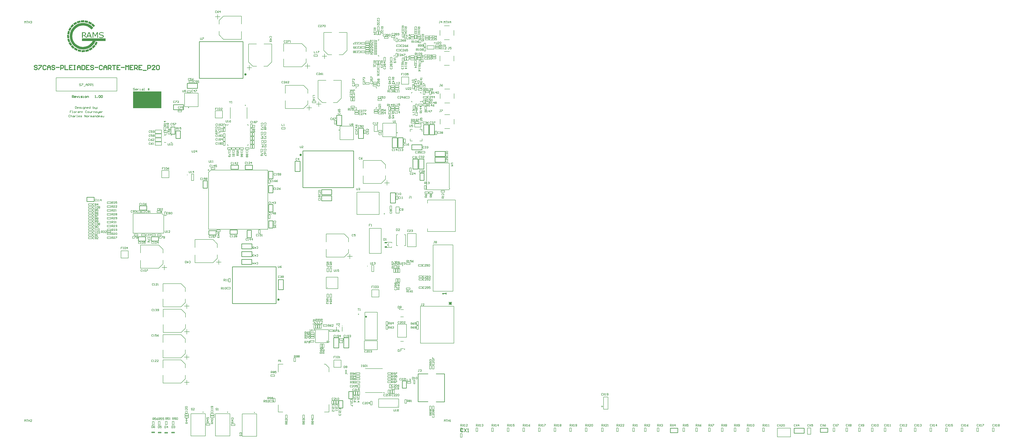
<source format=gbr>
G04*
G04 #@! TF.GenerationSoftware,Altium Limited,Altium Designer,23.11.1 (41)*
G04*
G04 Layer_Color=65535*
%FSLAX44Y44*%
%MOMM*%
G71*
G04*
G04 #@! TF.SameCoordinates,838A1BA1-0531-4938-89FD-2D76D54D1B47*
G04*
G04*
G04 #@! TF.FilePolarity,Positive*
G04*
G01*
G75*
%ADD10C,0.2540*%
%ADD11C,0.2500*%
%ADD12C,0.5080*%
%ADD13C,0.2000*%
%ADD14C,0.1270*%
%ADD15C,0.4000*%
%ADD16C,0.1524*%
%ADD17C,0.1999*%
%ADD18C,0.0762*%
%ADD19C,0.1750*%
%ADD20C,0.1500*%
%ADD21C,0.2032*%
%ADD22C,0.1778*%
%ADD23C,0.1800*%
%ADD24C,0.2286*%
%ADD25C,0.3048*%
%ADD26R,12.9182X7.7030*%
%ADD27R,1.3500X0.1500*%
%ADD28R,1.0000X0.4800*%
%ADD29R,1.0325X0.4801*%
G36*
X301168Y1909973D02*
X286170Y1909232D01*
X285614Y1917935D01*
X300613Y1918861D01*
X301168Y1909973D01*
D02*
G37*
G36*
X319130Y1915158D02*
X317463Y1906455D01*
X302650Y1909418D01*
X304316Y1918120D01*
X319130Y1915158D01*
D02*
G37*
G36*
X284689Y1909232D02*
X270246Y1904603D01*
X267468Y1912936D01*
X281911Y1917565D01*
X284689Y1909232D01*
D02*
G37*
G36*
X336165Y1906640D02*
X332276Y1898863D01*
X318759Y1905529D01*
X322648Y1913491D01*
X336165Y1906640D01*
D02*
G37*
G36*
X268764Y1904418D02*
X256173Y1895900D01*
X251174Y1903307D01*
X263950Y1911639D01*
X268764Y1904418D01*
D02*
G37*
G36*
X350423Y1894419D02*
X344497Y1887753D01*
X333202Y1897752D01*
X339127Y1904418D01*
X350423Y1894419D01*
D02*
G37*
G36*
X254692Y1895345D02*
X244508Y1884050D01*
X238027Y1890160D01*
X248026Y1901270D01*
X254692Y1895345D01*
D02*
G37*
G36*
X300983Y1906455D02*
X305798Y1905714D01*
X310242Y1904788D01*
X314130Y1903677D01*
X315797Y1903122D01*
X317278Y1902566D01*
X318574Y1902011D01*
X319685Y1901640D01*
X320611Y1901270D01*
X321166Y1900900D01*
X321537Y1900715D01*
X321722D01*
X325981Y1898307D01*
X330054Y1895900D01*
X333387Y1893308D01*
X336350Y1890716D01*
X338757Y1888494D01*
X340609Y1886642D01*
X341164Y1885901D01*
X341720Y1885346D01*
X342090Y1885161D01*
Y1884976D01*
X334498Y1876273D01*
X331721Y1879235D01*
X328943Y1882013D01*
X326166Y1884235D01*
X323388Y1886272D01*
X320981Y1887753D01*
X319130Y1888864D01*
X318389Y1889234D01*
X317833Y1889605D01*
X317648Y1889790D01*
X317463D01*
X313760Y1891456D01*
X309871Y1892753D01*
X306168Y1893678D01*
X302835Y1894419D01*
X300057Y1894789D01*
X298761D01*
X297835Y1894975D01*
X295799Y1894975D01*
X292095Y1894789D01*
X288577Y1894419D01*
X285244Y1893864D01*
X282467Y1893123D01*
X280060Y1892382D01*
X278208Y1891827D01*
X277652Y1891642D01*
X277097Y1891456D01*
X276912Y1891271D01*
X276726D01*
X273579Y1889790D01*
X270616Y1887938D01*
X267838Y1886272D01*
X265616Y1884605D01*
X263765Y1883124D01*
X262283Y1881828D01*
X261543Y1881087D01*
X261173Y1880717D01*
X258765Y1878124D01*
X256729Y1875532D01*
X254877Y1872940D01*
X253396Y1870533D01*
X252285Y1868311D01*
X251359Y1866644D01*
X250803Y1865533D01*
X250618Y1865348D01*
Y1865163D01*
X249322Y1861830D01*
X248396Y1858497D01*
X247655Y1855164D01*
X247285Y1852386D01*
X246915Y1849794D01*
X246730Y1847757D01*
Y1847016D01*
Y1846461D01*
Y1846276D01*
Y1846091D01*
X246915Y1842387D01*
X247285Y1838869D01*
X248026Y1835536D01*
X248766Y1832759D01*
X249322Y1830352D01*
X250063Y1828500D01*
X250248Y1827944D01*
X250433Y1827389D01*
X250618Y1827204D01*
Y1827019D01*
X252285Y1823871D01*
X253951Y1820908D01*
X255618Y1818131D01*
X257284Y1815909D01*
X258951Y1814057D01*
X260062Y1812576D01*
X260802Y1811835D01*
X261173Y1811465D01*
X263765Y1809243D01*
X266357Y1807206D01*
X268950Y1805354D01*
X271542Y1803873D01*
X273579Y1802762D01*
X275245Y1801836D01*
X276356Y1801281D01*
X276541Y1801095D01*
X276726D01*
X280060Y1799799D01*
X283393Y1798873D01*
X286726Y1798133D01*
X289688Y1797762D01*
X292095Y1797392D01*
X294132Y1797207D01*
X295799D01*
X300983Y1797577D01*
X305983Y1798318D01*
X310427Y1799614D01*
X314315Y1801095D01*
X315982Y1801651D01*
X317463Y1802392D01*
X318759Y1803132D01*
X319870Y1803688D01*
X320796Y1804058D01*
X321352Y1804428D01*
X321722Y1804799D01*
X321907D01*
X325981Y1807761D01*
X329684Y1811094D01*
X332647Y1814427D01*
X335239Y1817390D01*
X337091Y1820168D01*
X337831Y1821464D01*
X338572Y1822389D01*
X339128Y1823315D01*
X339313Y1823871D01*
X339683Y1824241D01*
Y1824426D01*
X290429Y1824426D01*
X290429Y1835721D01*
X398195Y1835721D01*
X398195Y1824426D01*
X352274D01*
X350978Y1821279D01*
X349497Y1818501D01*
X348015Y1815724D01*
X346534Y1813501D01*
X345238Y1811465D01*
X344312Y1810168D01*
X343571Y1809243D01*
X343386Y1808872D01*
X341164Y1806280D01*
X338942Y1803873D01*
X336906Y1801836D01*
X334869Y1799984D01*
X333017Y1798503D01*
X331721Y1797392D01*
X330795Y1796651D01*
X330425Y1796466D01*
X327647Y1794615D01*
X324870Y1793133D01*
X322092Y1791837D01*
X319685Y1790541D01*
X317463Y1789800D01*
X315797Y1789060D01*
X314686Y1788689D01*
X314500Y1788504D01*
X314315D01*
X310982Y1787578D01*
X307649Y1786838D01*
X304501Y1786282D01*
X301724Y1785912D01*
X299317Y1785727D01*
X297465Y1785541D01*
X295799Y1785541D01*
X291169Y1785727D01*
X286911Y1786282D01*
X282837Y1787023D01*
X279319Y1787948D01*
X276356Y1788874D01*
X275245Y1789245D01*
X274134Y1789615D01*
X273393Y1789985D01*
X272838Y1790170D01*
X272468Y1790356D01*
X272283D01*
X268209Y1792392D01*
X264506Y1794429D01*
X261173Y1796651D01*
X258395Y1798688D01*
X255988Y1800540D01*
X254321Y1802021D01*
X253210Y1802947D01*
X253025Y1803317D01*
X252840D01*
X249877Y1806465D01*
X247470Y1809798D01*
X245248Y1813131D01*
X243397Y1816094D01*
X241915Y1818686D01*
X240989Y1820723D01*
X240619Y1821464D01*
X240249Y1822019D01*
X240064Y1822389D01*
Y1822575D01*
X238397Y1826833D01*
X237286Y1830907D01*
X236360Y1834981D01*
X235805Y1838499D01*
X235434Y1841647D01*
Y1842943D01*
X235249Y1844054D01*
Y1844794D01*
Y1845535D01*
Y1845905D01*
Y1846091D01*
X235434Y1850720D01*
X235990Y1855164D01*
X236731Y1859052D01*
X237656Y1862570D01*
X238582Y1865533D01*
X238953Y1866644D01*
X239323Y1867755D01*
X239693Y1868496D01*
X239879Y1869051D01*
X240064Y1869422D01*
Y1869607D01*
X241915Y1873680D01*
X243952Y1877384D01*
X246174Y1880531D01*
X248211Y1883494D01*
X250063Y1885716D01*
X251544Y1887383D01*
X252470Y1888494D01*
X252840Y1888864D01*
X255988Y1891827D01*
X259321Y1894419D01*
X262654Y1896641D01*
X265616Y1898493D01*
X268394Y1899974D01*
X270431Y1900900D01*
X271171Y1901270D01*
X271727Y1901640D01*
X272097Y1901826D01*
X272283D01*
X276356Y1903492D01*
X280615Y1904603D01*
X284503Y1905529D01*
X288207Y1906084D01*
X291169Y1906455D01*
X292466D01*
X293577Y1906640D01*
X295799D01*
X300983Y1906455D01*
D02*
G37*
G36*
X243397Y1883124D02*
X236546Y1869607D01*
X228769Y1873680D01*
X235620Y1887198D01*
X243397Y1883124D01*
D02*
G37*
G36*
X382641Y1864237D02*
X384678Y1863867D01*
X385049D01*
X385974Y1863496D01*
X387456Y1863126D01*
X388937Y1862570D01*
Y1858682D01*
X388752D01*
X388382Y1858867D01*
X387456Y1859423D01*
X386160Y1859978D01*
X384493Y1860534D01*
X384308D01*
X384123Y1860719D01*
X383567Y1860904D01*
X382827Y1861089D01*
X381160Y1861274D01*
X379123Y1861460D01*
X378012D01*
X377272Y1861274D01*
X375790Y1861089D01*
X374309Y1860349D01*
X373939Y1860163D01*
X373383Y1859608D01*
X372828Y1858682D01*
X372457Y1857386D01*
Y1857201D01*
X372643Y1856460D01*
X372828Y1855719D01*
X373198Y1854979D01*
X373383Y1854794D01*
X374124Y1854423D01*
X375050Y1853868D01*
X376531Y1853312D01*
X376716D01*
X377457Y1853127D01*
X378568Y1852942D01*
X379864Y1852757D01*
X380234D01*
X381345Y1852572D01*
X382456Y1852386D01*
X383752Y1852201D01*
X383938D01*
X384308Y1852016D01*
X384863Y1851831D01*
X385604Y1851646D01*
X387085Y1850905D01*
X388567Y1849794D01*
X388752Y1849609D01*
X389307Y1848683D01*
X389863Y1847387D01*
X390048Y1845535D01*
Y1845350D01*
Y1844609D01*
X389678Y1843498D01*
X389307Y1842387D01*
X389122Y1842202D01*
X388752Y1841647D01*
X388011Y1840906D01*
X387085Y1840165D01*
X386900Y1839980D01*
X386160Y1839425D01*
X385049Y1838869D01*
X383567Y1838314D01*
X383197D01*
X382271Y1838129D01*
X380790Y1837943D01*
X378753Y1837758D01*
X376901D01*
X375235Y1837943D01*
X373198Y1838129D01*
X373013D01*
X372828Y1838314D01*
X371717Y1838499D01*
X370235Y1839054D01*
X368384Y1839610D01*
Y1844054D01*
X368939D01*
X369124Y1843869D01*
X370235Y1843128D01*
X371717Y1842202D01*
X373754Y1841461D01*
X373939D01*
X374124Y1841276D01*
X375420Y1841091D01*
X376901Y1840906D01*
X378753Y1840721D01*
X380049D01*
X380790Y1840906D01*
X382641Y1841276D01*
X384308Y1841832D01*
X384678Y1842017D01*
X385234Y1842572D01*
X385789Y1843683D01*
X386160Y1844980D01*
Y1845350D01*
X385974Y1845905D01*
X385789Y1846831D01*
X385234Y1847572D01*
X385049Y1847757D01*
X384678Y1847942D01*
X383752Y1848498D01*
X382456Y1848868D01*
X382271D01*
X381530Y1849053D01*
X380605Y1849238D01*
X379309Y1849424D01*
X379123D01*
X378383Y1849609D01*
X377272Y1849794D01*
X375790Y1849979D01*
X375605D01*
X375235Y1850164D01*
X374494Y1850349D01*
X373754Y1850535D01*
X371902Y1851275D01*
X371161Y1851831D01*
X370420Y1852386D01*
X370050Y1852757D01*
X369495Y1853683D01*
X368939Y1855164D01*
X368569Y1857016D01*
Y1857201D01*
Y1857571D01*
X368754Y1858127D01*
X368939Y1858867D01*
X369310Y1859793D01*
X369865Y1860534D01*
X370606Y1861460D01*
X371531Y1862385D01*
X371717Y1862570D01*
X372087Y1862756D01*
X372643Y1863126D01*
X373568Y1863496D01*
X374679Y1863867D01*
X375975Y1864052D01*
X377457Y1864422D01*
X380975D01*
X382641Y1864237D01*
D02*
G37*
G36*
X235620Y1868496D02*
X232472Y1853497D01*
X223954Y1855534D01*
X227102Y1870347D01*
X235620Y1868496D01*
D02*
G37*
G36*
X363940Y1838129D02*
X360236D01*
Y1860349D01*
X352459Y1845165D01*
X350237D01*
X342460Y1860349D01*
Y1838129D01*
X338942D01*
Y1863867D01*
X343942D01*
X351348Y1849609D01*
X358570Y1863867D01*
X363940D01*
Y1838129D01*
D02*
G37*
G36*
X335609D02*
X331536D01*
X328758Y1845350D01*
X316722D01*
X314000Y1838271D01*
X311413Y1841089D01*
X310242Y1838129D01*
X309501D01*
X300057Y1848498D01*
X294688Y1848498D01*
Y1838129D01*
X290984D01*
Y1863867D01*
X301724Y1863867D01*
X303205Y1863681D01*
X303390D01*
X304131Y1863496D01*
X305057Y1863126D01*
X306168Y1862570D01*
X306353Y1862385D01*
X307094Y1862015D01*
X307649Y1861274D01*
X308390Y1860349D01*
X308575Y1860163D01*
X308945Y1859423D01*
X309316Y1858312D01*
X309501Y1856830D01*
Y1856645D01*
Y1856460D01*
X309316Y1855349D01*
X308760Y1853868D01*
X307834Y1852201D01*
X307649Y1851831D01*
X306723Y1851090D01*
X305427Y1850164D01*
X303761Y1849424D01*
X311413Y1841089D01*
X320426Y1863867D01*
X325240D01*
X335609Y1838129D01*
D02*
G37*
G36*
X314130D02*
X313945D01*
X314000Y1838271D01*
X314130Y1838129D01*
D02*
G37*
G36*
X232657Y1837203D02*
X223954Y1836832D01*
X223028Y1851831D01*
X231916Y1852201D01*
X232657Y1837203D01*
D02*
G37*
G36*
X237101Y1821093D02*
X228769Y1818686D01*
X224139Y1832944D01*
X232472Y1835536D01*
X237101Y1821093D01*
D02*
G37*
G36*
X362273Y1817205D02*
X355052Y1803688D01*
X347275Y1808132D01*
X354496Y1821279D01*
X362273Y1817205D01*
D02*
G37*
G36*
X245619Y1806835D02*
X238212Y1802206D01*
X229879Y1814983D01*
X237286Y1819612D01*
X245619Y1806835D01*
D02*
G37*
G36*
X352645Y1801095D02*
X342275Y1790171D01*
X335794Y1795911D01*
X346164Y1807021D01*
X352645Y1801095D01*
D02*
G37*
G36*
X257284Y1795355D02*
X251174Y1788874D01*
X240064Y1799059D01*
X246174Y1805539D01*
X257284Y1795355D01*
D02*
G37*
G36*
X339128Y1787949D02*
X326166Y1779986D01*
X321537Y1787393D01*
X334498Y1795355D01*
X339128Y1787949D01*
D02*
G37*
G36*
X271542Y1787208D02*
X267468Y1779431D01*
X254136Y1786467D01*
X258210Y1794244D01*
X271542Y1787208D01*
D02*
G37*
G36*
X322648Y1778690D02*
X308205Y1774246D01*
X305798Y1782764D01*
X320241Y1787208D01*
X322648Y1778690D01*
D02*
G37*
G36*
X287466Y1782949D02*
X285614Y1774246D01*
X270986Y1777579D01*
X272838Y1786097D01*
X287466Y1782949D01*
D02*
G37*
G36*
X304316Y1774061D02*
X289318Y1773506D01*
X288948Y1782208D01*
X304131Y1782949D01*
X304316Y1774061D01*
D02*
G37*
G36*
X712814Y51378D02*
X713683D01*
Y51008D01*
X712814D01*
Y50139D01*
X712449D01*
Y51008D01*
X711570D01*
Y51378D01*
X712449D01*
Y52247D01*
X712814D01*
Y51378D01*
D02*
G37*
G36*
X681272Y50594D02*
X682141D01*
Y50224D01*
X681272D01*
Y49355D01*
X680906D01*
Y50224D01*
X680028D01*
Y50594D01*
X680906D01*
Y51463D01*
X681272D01*
Y50594D01*
D02*
G37*
G36*
X651136Y51321D02*
X652005D01*
Y50951D01*
X651136D01*
Y50082D01*
X650771D01*
Y50951D01*
X649892D01*
Y51321D01*
X650771D01*
Y52190D01*
X651136D01*
Y51321D01*
D02*
G37*
G36*
X621692Y52230D02*
X622561D01*
Y51860D01*
X621692D01*
Y50991D01*
X621327D01*
Y51860D01*
X620448D01*
Y52230D01*
X621327D01*
Y53099D01*
X621692D01*
Y52230D01*
D02*
G37*
%LPC*%
G36*
X300983Y1860904D02*
X294688Y1860904D01*
Y1851275D01*
X299502Y1851275D01*
X300613Y1851461D01*
X301539Y1851646D01*
X301724D01*
X302465Y1851831D01*
X303020Y1852201D01*
X303761Y1852572D01*
X303946Y1852757D01*
X304316Y1853127D01*
X304687Y1853683D01*
X305057Y1854423D01*
Y1854608D01*
X305242Y1854979D01*
X305427Y1855719D01*
Y1856645D01*
Y1856830D01*
Y1857386D01*
X305242Y1858127D01*
X305057Y1858682D01*
Y1858867D01*
X304687Y1859238D01*
X304316Y1859793D01*
X303761Y1860163D01*
X303576D01*
X303205Y1860349D01*
X302465Y1860534D01*
X301724Y1860719D01*
X301539D01*
X300983Y1860904D01*
D02*
G37*
G36*
X322648D02*
X317833Y1848313D01*
X327647D01*
X322648Y1860904D01*
D02*
G37*
%LPD*%
D10*
X1965919Y1150376D02*
G03*
X1965919Y1150376I-1000J0D01*
G01*
X1836252Y1417283D02*
G03*
X1836252Y1417283I-353J0D01*
G01*
X1832253Y1425534D02*
G03*
X1832253Y1425534I-353J0D01*
G01*
X843365Y130277D02*
G03*
X843365Y130277I-1000J0D01*
G01*
X1077045Y129007D02*
G03*
X1077045Y129007I-1000J0D01*
G01*
X1667388Y219320D02*
G03*
X1667388Y219320I-1118J0D01*
G01*
X955125Y130277D02*
G03*
X955125Y130277I-1000J0D01*
G01*
X1381970Y1095530D02*
Y1118390D01*
Y1095530D02*
X1428198D01*
Y1118390D01*
X1381970D02*
X1428198D01*
X1847217Y1396461D02*
Y1442689D01*
X1870077D01*
Y1396461D02*
Y1442689D01*
X1847217Y1396461D02*
X1870077D01*
X1873636Y1396718D02*
Y1442946D01*
X1896496D01*
Y1396718D02*
Y1442946D01*
X1873636Y1396718D02*
X1896496D01*
X718122Y1379798D02*
X738442D01*
Y1414088D01*
X718122D02*
X738442D01*
X718122Y1379798D02*
Y1414088D01*
X975490Y626028D02*
X1174880D01*
X975490Y793668D02*
X1174880D01*
X975490Y626028D02*
Y793668D01*
X1174880Y626028D02*
Y793668D01*
X770053Y1607934D02*
X816281D01*
X770053D02*
Y1630794D01*
X816281D01*
Y1607934D02*
Y1630794D01*
X1792781Y1327763D02*
Y1350623D01*
Y1327763D02*
X1839009D01*
Y1350623D01*
X1792781D02*
X1839009D01*
X1848981Y1188029D02*
Y1221303D01*
X1829677Y1188029D02*
X1848981D01*
X1829677D02*
Y1221303D01*
X1848981D01*
X825039Y1653887D02*
X1024429D01*
X825039Y1821527D02*
X1024429D01*
X825039Y1653887D02*
Y1821527D01*
X1024429Y1653887D02*
Y1821527D01*
X695260Y1431992D02*
X714564D01*
X695260Y1398718D02*
Y1431992D01*
Y1398718D02*
X714564D01*
Y1431992D01*
X580687Y911738D02*
Y931042D01*
X547413D02*
X580687D01*
X547413Y911738D02*
Y931042D01*
Y911738D02*
X580687D01*
X605833Y911738D02*
X639107D01*
Y931042D01*
X605833D02*
X639107D01*
X605833Y911738D02*
Y931042D01*
X312463Y1111382D02*
X345737D01*
Y1092078D02*
Y1111382D01*
X312463Y1092078D02*
X345737D01*
X312463D02*
Y1111382D01*
X585767Y1052708D02*
Y1072012D01*
X552493D02*
X585767D01*
X552493Y1052708D02*
Y1072012D01*
Y1052708D02*
X585767D01*
X842418Y1186185D02*
X861721D01*
X842418Y1152911D02*
Y1186185D01*
Y1152911D02*
X861721D01*
Y1186185D01*
X1140799Y1131321D02*
Y1164595D01*
X1160103D01*
Y1131321D02*
Y1164595D01*
X1140799Y1131321D02*
X1160103D01*
X1140884Y1044707D02*
X1160188D01*
Y1077981D01*
X1140884D02*
X1160188D01*
X1140884Y1044707D02*
Y1077981D01*
X1207646Y689274D02*
Y735502D01*
X1184786Y689274D02*
X1207646D01*
X1184786D02*
Y735502D01*
X1207646D01*
X1141392Y970539D02*
Y1003813D01*
X1160696D01*
Y970539D02*
Y1003813D01*
X1141392Y970539D02*
X1160696D01*
X1064430Y876178D02*
Y899038D01*
X1018202D02*
X1064430D01*
X1018202Y876178D02*
Y899038D01*
Y876178D02*
X1064430D01*
X1064176Y804804D02*
Y827664D01*
X1017948D02*
X1064176D01*
X1017948Y804804D02*
Y827664D01*
Y804804D02*
X1064176D01*
X1064430Y840618D02*
Y863478D01*
X1018202D02*
X1064430D01*
X1018202Y840618D02*
Y863478D01*
Y840618D02*
X1064430D01*
X1042858Y926931D02*
X1062162D01*
Y960205D01*
X1042858D02*
X1062162D01*
X1042858Y926931D02*
Y960205D01*
X964735Y962030D02*
X998009D01*
Y942726D02*
Y962030D01*
X964735Y942726D02*
X998009D01*
X964735D02*
Y962030D01*
X901489Y939424D02*
Y958728D01*
X868215D02*
X901489D01*
X868215Y939424D02*
Y958728D01*
Y939424D02*
X901489D01*
X1033823Y1257940D02*
X1067097D01*
Y1238636D02*
Y1257940D01*
X1033823Y1238636D02*
X1067097D01*
X1033823D02*
Y1257940D01*
X969429Y1238684D02*
Y1257988D01*
Y1238684D02*
X1002703D01*
Y1257988D01*
X969429D02*
X1002703D01*
X1140799Y1229365D02*
X1160103D01*
X1140799Y1196091D02*
Y1229365D01*
Y1196091D02*
X1160103D01*
Y1229365D01*
X707040Y1511228D02*
Y1534088D01*
Y1511228D02*
X753269D01*
Y1534088D01*
X707040D02*
X753269D01*
X1297014Y1155640D02*
Y1323280D01*
X1528154Y1155640D02*
Y1323280D01*
X1297014Y1155640D02*
X1528154D01*
X1297014Y1323280D02*
X1528154D01*
X1261154Y1228846D02*
X1284014D01*
Y1275074D01*
X1261154D02*
X1284014D01*
X1261154Y1228846D02*
Y1275074D01*
X1381970Y1123030D02*
Y1145890D01*
Y1123030D02*
X1428198D01*
Y1145890D01*
X1381970D02*
X1428198D01*
X1549532Y1379747D02*
X1572392D01*
Y1425975D01*
X1549532D02*
X1572392D01*
X1549532Y1379747D02*
Y1425975D01*
X1825359Y1239675D02*
Y1285903D01*
X1848219D01*
Y1239675D02*
Y1285903D01*
X1825359Y1239675D02*
X1848219D01*
X1898693Y1271299D02*
X1944921D01*
X1898693D02*
Y1294159D01*
X1944921D01*
Y1271299D02*
Y1294159D01*
X1898693Y1297718D02*
X1944921D01*
X1898693D02*
Y1320578D01*
X1944921D01*
Y1297718D02*
Y1320578D01*
X1797532Y1239715D02*
Y1285943D01*
X1820392D01*
Y1239715D02*
Y1285943D01*
X1797532Y1239715D02*
X1820392D01*
X2970539Y57540D02*
X3004829D01*
Y37220D02*
Y57540D01*
X2970539Y37220D02*
X3004829D01*
X2970539D02*
Y57540D01*
X3654053D02*
X3687327D01*
Y38236D02*
Y57540D01*
X3654053Y38236D02*
X3687327D01*
X3654053D02*
Y57540D01*
X3534038Y34426D02*
Y57286D01*
Y34426D02*
X3580266D01*
Y57286D01*
X3534038D02*
X3580266D01*
X1473817Y1438887D02*
Y1485115D01*
X1450957Y1438887D02*
X1473817D01*
X1450957D02*
Y1485115D01*
X1473817D01*
X1903430Y305050D02*
X1941680D01*
Y177550D02*
Y305050D01*
X1903430Y177550D02*
X1941680D01*
X1821430Y304800D02*
X1866180D01*
X1821430Y177800D02*
Y304800D01*
Y177800D02*
X1866180D01*
X1459738Y149733D02*
Y183007D01*
X1479042D01*
Y149733D02*
Y183007D01*
X1459738Y149733D02*
X1479042D01*
X1505458Y191643D02*
Y224917D01*
X1524762D01*
Y191643D02*
Y224917D01*
X1505458Y191643D02*
X1524762D01*
X1749298Y239903D02*
Y273177D01*
X1768602D01*
Y239903D02*
Y273177D01*
X1749298Y239903D02*
X1768602D01*
X1483360Y423926D02*
X1506220D01*
Y470154D01*
X1483360D02*
X1506220D01*
X1483360Y423926D02*
Y470154D01*
X1437640Y423926D02*
X1460500D01*
Y470154D01*
X1437640D02*
X1460500D01*
X1437640Y423926D02*
Y470154D01*
X1730308Y1337177D02*
Y1383405D01*
X1753168D01*
Y1337177D02*
Y1383405D01*
X1730308Y1337177D02*
X1753168D01*
X1703723Y1337103D02*
Y1383331D01*
X1726583D01*
Y1337103D02*
Y1383331D01*
X1703723Y1337103D02*
X1726583D01*
X1695500Y1085286D02*
Y1131514D01*
X1718360D01*
Y1085286D02*
Y1131514D01*
X1695500Y1085286D02*
X1718360D01*
X2026917Y53209D02*
X2024378Y55748D01*
X2019299D01*
X2016760Y53209D01*
Y43052D01*
X2019299Y40513D01*
X2024378D01*
X2026917Y43052D01*
X2031995Y55748D02*
X2042152Y40513D01*
Y55748D02*
X2031995Y40513D01*
X2047230D02*
X2052309D01*
X2049769D01*
Y55748D01*
X2047230Y53209D01*
D11*
X777437Y1520282D02*
G03*
X777437Y1520282I-1118J0D01*
G01*
X1727453Y1405352D02*
G03*
X1727453Y1405352I-1118J0D01*
G01*
X1036301Y1530944D02*
G03*
X1036301Y1530944I-1250J0D01*
G01*
X1463130Y1417565D02*
G03*
X1463130Y1417565I-1118J0D01*
G01*
X948380Y1440998D02*
G03*
X948380Y1440998I-1250J0D01*
G01*
X1897588Y1815768D02*
G03*
X1897588Y1815768I-1250J0D01*
G01*
X1541463Y1511484D02*
G03*
X1541463Y1511484I-1250J0D01*
G01*
X1842543Y1547774D02*
G03*
X1842543Y1547774I-1250J0D01*
G01*
X1713826Y1836228D02*
G03*
X1713826Y1836228I-1250J0D01*
G01*
X1752420Y799450D02*
G03*
X1752420Y799450I-1250J0D01*
G01*
X1551820Y577240D02*
G03*
X1551820Y577240I-1250J0D01*
G01*
X1739040Y600760D02*
G03*
X1739040Y600760I-1250J0D01*
G01*
X1761040Y417780D02*
G03*
X1761040Y417780I-1250J0D01*
G01*
X1669300Y1035430D02*
G03*
X1669300Y1035430I-1250J0D01*
G01*
D12*
X1188215Y643808D02*
G03*
X1188215Y643808I-2540J0D01*
G01*
X1037764Y1671667D02*
G03*
X1037764Y1671667I-2540J0D01*
G01*
X1289394Y1304230D02*
G03*
X1289394Y1304230I-2540J0D01*
G01*
D13*
X771299Y1212907D02*
G03*
X771299Y1212907I-706J0D01*
G01*
X1592064Y796905D02*
G03*
X1592064Y796905I-706J0D01*
G01*
X870010Y1235001D02*
G03*
X870010Y1235001I-2500J0D01*
G01*
X1409076Y698486D02*
G03*
X1409076Y698486I-762J0D01*
G01*
X1728536Y157700D02*
G03*
X1728536Y157700I-706J0D01*
G01*
X1419180Y451170D02*
G03*
X1419180Y451170I-700J0D01*
G01*
X757165Y614005D02*
X779415D01*
X768166Y603254D02*
Y624754D01*
X761915Y630504D02*
Y647504D01*
X742166Y610754D02*
X761665Y630254D01*
X659915Y610754D02*
X742166D01*
X659915Y611004D02*
Y647004D01*
X761665Y680004D02*
Y697004D01*
X742166Y716504D02*
X761665Y697004D01*
X659915Y716504D02*
X742166D01*
X659915Y680504D02*
Y716504D01*
Y448094D02*
Y484094D01*
X742166D01*
X761665Y464594D01*
Y447594D02*
Y464594D01*
X659915Y378594D02*
Y414594D01*
Y378344D02*
X742166D01*
X761665Y397844D01*
X761915Y398094D02*
Y415094D01*
X768166Y370844D02*
Y392344D01*
X757165Y381595D02*
X779415D01*
X659915Y332524D02*
Y368524D01*
X742166D01*
X761665Y349024D01*
Y332024D02*
Y349024D01*
X659915Y263024D02*
Y299024D01*
Y262774D02*
X742166D01*
X761665Y282274D01*
X761915Y282524D02*
Y299524D01*
X768166Y255274D02*
Y276774D01*
X757165Y266024D02*
X779415D01*
X757749Y497431D02*
X779999D01*
X768749Y486681D02*
Y508181D01*
X762499Y513931D02*
Y530931D01*
X742749Y494181D02*
X762249Y513681D01*
X660499Y494181D02*
X742749D01*
X660499Y494431D02*
Y530431D01*
X762249Y563431D02*
Y580431D01*
X742749Y599931D02*
X762249Y580431D01*
X660499Y599931D02*
X742749D01*
X660499Y563931D02*
Y599931D01*
X1436060Y1644714D02*
X1472060D01*
Y1562464D02*
Y1644714D01*
X1452560Y1542964D02*
X1472060Y1562464D01*
X1435560Y1542964D02*
X1452560D01*
X1366560Y1644714D02*
X1402560D01*
X1366310Y1562464D02*
Y1644714D01*
Y1562464D02*
X1385810Y1542964D01*
X1386060Y1542714D02*
X1403060D01*
X1358810Y1536464D02*
X1380310D01*
X1369560Y1525214D02*
Y1547464D01*
X1307063Y1709801D02*
X1329313D01*
X1318063Y1699051D02*
Y1720551D01*
X1311813Y1726301D02*
Y1743301D01*
X1292063Y1706551D02*
X1311563Y1726051D01*
X1209813Y1706551D02*
X1292063D01*
X1209813Y1706801D02*
Y1742801D01*
X1311563Y1775801D02*
Y1792801D01*
X1292063Y1812301D02*
X1311563Y1792801D01*
X1209813Y1812301D02*
X1292063D01*
X1209813Y1776301D02*
Y1812301D01*
X789843Y1217407D02*
X799343D01*
Y1187407D02*
Y1217407D01*
X789843Y1187407D02*
X799343D01*
X789843D02*
Y1217407D01*
X1610608Y801404D02*
X1620108D01*
Y771405D02*
Y801404D01*
X1610608Y771405D02*
X1620108D01*
X1610608D02*
Y801404D01*
X1053073Y1691083D02*
Y1713333D01*
X1042322Y1702332D02*
X1063822D01*
X1069572Y1708583D02*
X1086573D01*
X1049822Y1728333D02*
X1069323Y1708833D01*
X1049822Y1728333D02*
Y1810583D01*
X1050072D02*
X1086072D01*
X1119072Y1708833D02*
X1136073D01*
X1155572Y1728333D01*
Y1810583D01*
X1119572D02*
X1155572D01*
X666862Y1393380D02*
Y1395179D01*
Y1361180D02*
Y1362979D01*
X700863Y1393380D02*
Y1395179D01*
Y1361180D02*
Y1362979D01*
X666862Y1395179D02*
X673412D01*
X694312D02*
X700863D01*
X666862Y1361180D02*
X673412D01*
X694312D02*
X700863D01*
X523700Y947000D02*
Y1037100D01*
Y947000D02*
X663600D01*
Y1028834D01*
X655334Y1037100D02*
X663600Y1028834D01*
X523700Y1037100D02*
X655334D01*
X805614Y881787D02*
Y917787D01*
X887864D01*
X907364Y898287D01*
Y881287D02*
Y898287D01*
X805614Y812287D02*
Y848287D01*
Y812037D02*
X887864D01*
X907364Y831537D01*
X907614Y831787D02*
Y848787D01*
X913864Y804537D02*
Y826037D01*
X902864Y815287D02*
X925114D01*
X557890Y856860D02*
Y892860D01*
X640140D01*
X659640Y873360D01*
Y856360D02*
Y873360D01*
X557890Y787360D02*
Y823360D01*
Y787110D02*
X640140D01*
X659640Y806610D01*
X659890Y806860D02*
Y823860D01*
X666140Y779610D02*
Y801110D01*
X655140Y790360D02*
X677390D01*
X867510Y1225000D02*
X877510Y1235001D01*
X1137510D01*
Y965000D02*
Y1235001D01*
X867510Y965000D02*
X1137510D01*
X867510D02*
Y1225000D01*
X1456314Y693486D02*
Y746486D01*
X1403314D02*
X1456314D01*
X1403314Y693486D02*
Y746486D01*
Y693486D02*
X1456314D01*
X1017266Y1832152D02*
Y1868152D01*
X935016Y1832152D02*
X1017266D01*
X915516Y1851653D02*
X935016Y1832152D01*
X915516Y1851653D02*
Y1868653D01*
X1017266Y1901652D02*
Y1937652D01*
X935016Y1937902D02*
X1017266D01*
X915516Y1918403D02*
X935016Y1937902D01*
X915266Y1901152D02*
Y1918152D01*
X909016Y1923902D02*
Y1945402D01*
X897766Y1934653D02*
X920016D01*
X1042672Y1469984D02*
Y1508846D01*
Y1520784D01*
X966472Y1508846D02*
Y1520784D01*
Y1469984D02*
Y1508846D01*
X1403032Y907274D02*
Y943274D01*
X1485282D01*
X1504782Y923774D01*
Y906774D02*
Y923774D01*
X1403032Y837774D02*
Y873774D01*
Y837524D02*
X1485282D01*
X1504782Y857024D01*
X1505032Y857274D02*
Y874274D01*
X1511282Y830024D02*
Y851524D01*
X1500282Y840774D02*
X1522532D01*
X1668810Y1176786D02*
X1691059D01*
X1679809Y1166037D02*
Y1187537D01*
X1673559Y1193287D02*
Y1210286D01*
X1653809Y1173537D02*
X1673309Y1193036D01*
X1571559Y1173537D02*
X1653809D01*
X1571559Y1173787D02*
Y1209787D01*
X1673309Y1242786D02*
Y1259786D01*
X1653809Y1279286D02*
X1673309Y1259786D01*
X1571559Y1279286D02*
X1653809D01*
X1571559Y1243287D02*
Y1279286D01*
X953630Y1437998D02*
Y1442498D01*
X958130D01*
X1043630D02*
X1048130D01*
Y1437998D02*
Y1442498D01*
Y1347998D02*
Y1352498D01*
X1043630Y1347998D02*
X1048130D01*
X953630D02*
Y1352498D01*
Y1347998D02*
X958130D01*
X1862838Y1802768D02*
X1894838D01*
X1862838Y1787268D02*
X1894838D01*
Y1802768D01*
X1862838Y1787268D02*
Y1802768D01*
X1921256Y1732916D02*
Y1756536D01*
X1941196Y1776476D02*
X1964816D01*
X1984756Y1732916D02*
Y1756536D01*
X1941196Y1712976D02*
X1964816D01*
X1395421Y1743820D02*
Y1766071D01*
X1384671Y1755071D02*
X1406171D01*
X1411921Y1761321D02*
X1428921D01*
X1392171Y1781071D02*
X1411671Y1761570D01*
X1392171Y1781071D02*
Y1863321D01*
X1392421D02*
X1428420D01*
X1461421Y1761570D02*
X1478421D01*
X1497921Y1781071D01*
Y1863321D01*
X1461920D02*
X1497921D01*
X1314743Y1518954D02*
X1336993D01*
X1325743Y1508204D02*
Y1529704D01*
X1319493Y1535454D02*
Y1552454D01*
X1299743Y1515704D02*
X1319243Y1535204D01*
X1217493Y1515704D02*
X1299743D01*
X1217493Y1515954D02*
Y1551954D01*
X1319243Y1584954D02*
Y1601954D01*
X1299743Y1621454D02*
X1319243Y1601954D01*
X1217493Y1621454D02*
X1299743D01*
X1217493Y1585454D02*
Y1621454D01*
X1633213Y1517984D02*
Y1522484D01*
X1628713Y1517984D02*
X1633213D01*
Y1607984D02*
Y1612484D01*
X1628713D02*
X1633213D01*
X1538713D02*
X1543213D01*
X1538713Y1607984D02*
Y1612484D01*
Y1517984D02*
Y1522484D01*
Y1517984D02*
X1543213D01*
X1830793Y1589274D02*
X1834793D01*
Y1585274D02*
Y1589274D01*
X1791793D02*
X1795793D01*
X1791793Y1585274D02*
Y1589274D01*
Y1546274D02*
Y1550274D01*
Y1546274D02*
X1795793D01*
X1830793D02*
X1834793D01*
Y1550274D01*
X1709827Y1829728D02*
X1714077D01*
Y1825479D02*
Y1829728D01*
X1640076D02*
X1644327D01*
X1640076Y1825479D02*
Y1829728D01*
Y1755729D02*
X1644327D01*
X1640076D02*
Y1759978D01*
X1709827Y1755729D02*
X1714077D01*
Y1759978D01*
X1579820Y460240D02*
X1635820D01*
X1579820Y586240D02*
X1635820D01*
Y460240D02*
Y586240D01*
X1579820Y460240D02*
Y586240D01*
X1741790Y598438D02*
X1755790D01*
X1741790Y564882D02*
X1755790D01*
X1741790Y420102D02*
X1755790D01*
X1741790Y453658D02*
X1755790D01*
X1641830Y151700D02*
X1733830D01*
X1641830D02*
Y191200D01*
X1733830D01*
Y151700D02*
Y191200D01*
X1942720Y1541377D02*
X1966340D01*
X1986280Y1561317D02*
Y1584937D01*
X1942720Y1604877D02*
X1966340D01*
X1922780Y1561317D02*
Y1584937D01*
X1942720Y1424537D02*
X1966340D01*
X1986280Y1444477D02*
Y1468097D01*
X1942720Y1488037D02*
X1966340D01*
X1922780Y1444477D02*
Y1468097D01*
X1941196Y1829816D02*
X1964816D01*
X1984756Y1849756D02*
Y1873376D01*
X1941196Y1893316D02*
X1964816D01*
X1921256Y1849756D02*
Y1873376D01*
X531095Y1607617D02*
X529429Y1609283D01*
X526097D01*
X524431Y1607617D01*
Y1605951D01*
X526097Y1604285D01*
X529429D01*
X531095Y1602618D01*
Y1600952D01*
X529429Y1599286D01*
X526097D01*
X524431Y1600952D01*
X539426Y1599286D02*
X536094D01*
X534427Y1600952D01*
Y1604285D01*
X536094Y1605951D01*
X539426D01*
X541092Y1604285D01*
Y1602618D01*
X534427D01*
X544424Y1605951D02*
Y1599286D01*
Y1602618D01*
X546090Y1604285D01*
X547757Y1605951D01*
X549423D01*
X554421Y1599286D02*
X557753D01*
X556087D01*
Y1605951D01*
X554421D01*
X564418D02*
X567750D01*
X569416Y1604285D01*
Y1599286D01*
X564418D01*
X562752Y1600952D01*
X564418Y1602618D01*
X569416D01*
X572748Y1599286D02*
X576081D01*
X574415D01*
Y1609283D01*
X572748D01*
X592742Y1599286D02*
Y1609283D01*
X596074D02*
Y1599286D01*
X591076Y1605951D02*
X596074D01*
X597740D01*
X591076Y1602618D02*
X597740D01*
X285620Y1627739D02*
X283954Y1629405D01*
X280622D01*
X278955Y1627739D01*
Y1626073D01*
X280622Y1624407D01*
X283954D01*
X285620Y1622741D01*
Y1621075D01*
X283954Y1619408D01*
X280622D01*
X278955Y1621075D01*
X288952Y1629405D02*
X295617D01*
Y1627739D01*
X288952Y1621075D01*
Y1619408D01*
X298949Y1617742D02*
X305613D01*
X308946Y1619408D02*
Y1626073D01*
X312278Y1629405D01*
X315610Y1626073D01*
Y1619408D01*
Y1624407D01*
X308946D01*
X318943Y1619408D02*
Y1629405D01*
X323941D01*
X325607Y1627739D01*
Y1624407D01*
X323941Y1622741D01*
X318943D01*
X328939Y1619408D02*
Y1629405D01*
X333938D01*
X335604Y1627739D01*
Y1624407D01*
X333938Y1622741D01*
X328939D01*
X338936Y1619408D02*
X342268D01*
X340602D01*
Y1629405D01*
X338936Y1627739D01*
D14*
X664362Y1390180D02*
G03*
X664362Y1390180I-500J0D01*
G01*
X1411794Y452470D02*
G03*
X1411794Y452470I-3115J0D01*
G01*
X1477175Y524270D02*
G03*
X1477175Y524270I-635J0D01*
G01*
X173140Y1595206D02*
Y1656167D01*
X450000D01*
X173140Y1595206D02*
X450000D01*
Y1656167D01*
X1538129Y1414616D02*
X1545750D01*
X1538129Y1398106D02*
Y1414616D01*
Y1398106D02*
X1545750D01*
Y1414616D01*
X1668399Y1836166D02*
X1684909D01*
X1668399D02*
Y1843786D01*
X1684909D01*
Y1836166D02*
Y1843786D01*
X1700149Y1840382D02*
X1716659D01*
X1700149D02*
Y1848002D01*
X1716659D01*
Y1840382D02*
Y1848002D01*
X1720596Y1837055D02*
X1728216D01*
X1720596Y1820545D02*
Y1837055D01*
Y1820545D02*
X1728216D01*
Y1837055D01*
X699303Y35247D02*
Y39247D01*
X712803D01*
Y35247D02*
Y39247D01*
X699303Y35247D02*
X712803D01*
X667760Y34463D02*
Y38463D01*
X681261D01*
Y34463D02*
Y38463D01*
X667760Y34463D02*
X681261D01*
X637625Y35190D02*
Y39190D01*
X651125D01*
Y35190D02*
Y39190D01*
X637625Y35190D02*
X651125D01*
X608181Y36099D02*
Y40099D01*
X621681D01*
Y36099D02*
Y40099D01*
X608181Y36099D02*
X621681D01*
X1963919Y1153876D02*
Y1267376D01*
Y1145376D02*
Y1146876D01*
X1860919Y1145376D02*
X1963919D01*
X1860919Y1267376D02*
X1963919D01*
X1860919Y1145376D02*
Y1267376D01*
X758272Y1586080D02*
X820272D01*
Y1524080D02*
Y1586080D01*
X758272Y1524080D02*
X820272D01*
X758272D02*
Y1586080D01*
X2014855Y15875D02*
Y32385D01*
X2022475D01*
Y15875D02*
Y32385D01*
X2014855Y15875D02*
X2022475D01*
X1660536Y1387306D02*
X1722537D01*
Y1449306D01*
X1660536D02*
X1722537D01*
X1660536Y1387306D02*
Y1449306D01*
X795049Y1634534D02*
Y1642154D01*
X778539D02*
X795049D01*
X778539Y1634534D02*
Y1642154D01*
Y1634534D02*
X795049D01*
X1575562Y1401245D02*
Y1417755D01*
X1583182D01*
Y1401245D02*
Y1417755D01*
X1575562Y1401245D02*
X1583182D01*
X1836394Y1320452D02*
X1852904D01*
Y1312832D02*
Y1320452D01*
X1836394Y1312832D02*
X1852904D01*
X1836394D02*
Y1320452D01*
X1722117Y1100113D02*
X1729738D01*
Y1116623D01*
X1722117D02*
X1729738D01*
X1722117Y1100113D02*
Y1116623D01*
X1791069Y1228161D02*
Y1244671D01*
X1783449Y1228161D02*
X1791069D01*
X1783449D02*
Y1244671D01*
X1791069D01*
X1723000Y890000D02*
Y940000D01*
X1765000Y890000D02*
Y940000D01*
X1723000Y890000D02*
X1729065D01*
X1723000Y940000D02*
X1729065D01*
X1758935Y890000D02*
X1765000D01*
X1758935Y940000D02*
X1765000D01*
X654366Y1200081D02*
X687386D01*
Y1233101D01*
X654366Y1200081D02*
Y1233101D01*
X687386D01*
X897812Y1505395D02*
X930833D01*
X897812Y1472375D02*
Y1505395D01*
X930833Y1472375D02*
Y1505395D01*
X897812Y1472375D02*
X930833D01*
X1330960Y449818D02*
X1347470D01*
X1330960D02*
Y457438D01*
X1347470D01*
Y449818D02*
Y457438D01*
X681078Y1406976D02*
Y1414596D01*
X664568D02*
X681078D01*
X664568Y1406976D02*
Y1414596D01*
Y1406976D02*
X681078D01*
X664590Y1416884D02*
X672210D01*
Y1433394D01*
X664590D02*
X672210D01*
X664590Y1416884D02*
Y1433394D01*
X633265Y1040770D02*
Y1048390D01*
Y1040770D02*
X649775D01*
Y1048390D01*
X633265D02*
X649775D01*
X529125Y942980D02*
X545635D01*
Y935360D02*
Y942980D01*
X529125Y935360D02*
X545635D01*
X529125D02*
Y942980D01*
X609135Y935360D02*
Y942980D01*
Y935360D02*
X625645D01*
Y942980D01*
X609135D02*
X625645D01*
X651680Y935360D02*
Y942980D01*
X635170D02*
X651680D01*
X635170Y935360D02*
Y942980D01*
Y935360D02*
X651680D01*
X562145Y935360D02*
X578655D01*
X562145D02*
Y942980D01*
X578655D01*
Y935360D02*
Y942980D01*
X320845Y972190D02*
X337355D01*
Y979810D01*
X320845D02*
X337355D01*
X320845Y972190D02*
Y979810D01*
Y984890D02*
X337355D01*
Y992510D01*
X320845D02*
X337355D01*
X320845Y984890D02*
Y992510D01*
Y934090D02*
X337355D01*
Y941710D01*
X320845D02*
X337355D01*
X320845Y934090D02*
Y941710D01*
Y921390D02*
X337355D01*
Y929010D01*
X320845D02*
X337355D01*
X320845Y921390D02*
Y929010D01*
Y959490D02*
X337355D01*
Y967110D01*
X320845D02*
X337355D01*
X320845Y959490D02*
Y967110D01*
X320845Y946790D02*
Y954410D01*
Y946790D02*
X337355D01*
Y954410D01*
X320845D02*
X337355D01*
X320845Y1022990D02*
X337355D01*
Y1030610D01*
X320845D02*
X337355D01*
X320845Y1022990D02*
Y1030610D01*
Y1048390D02*
X337355D01*
Y1056010D01*
X320845D02*
X337355D01*
X320845Y1048390D02*
Y1056010D01*
Y1035690D02*
Y1043310D01*
X337355D01*
Y1035690D02*
Y1043310D01*
X320845Y1035690D02*
X337355D01*
X320845Y1073790D02*
X337355D01*
Y1081410D01*
X320845D02*
X337355D01*
X320845Y1073790D02*
Y1081410D01*
Y1061090D02*
X337355D01*
Y1068710D01*
X320845D02*
X337355D01*
X320845Y1061090D02*
Y1068710D01*
Y1010290D02*
X337355D01*
Y1017910D01*
X320845D02*
X337355D01*
X320845Y1010290D02*
Y1017910D01*
Y997590D02*
X337355D01*
Y1005210D01*
X320845D02*
X337355D01*
X320845Y997590D02*
Y1005210D01*
X405935Y956950D02*
X422445D01*
Y949330D02*
Y956950D01*
X405935Y949330D02*
X422445D01*
X405935D02*
Y956950D01*
X422445Y976000D02*
Y983620D01*
X405935Y976000D02*
X422445D01*
X405935D02*
Y983620D01*
X422445D01*
Y993780D02*
Y1001400D01*
X405935Y993780D02*
X422445D01*
X405935D02*
Y1001400D01*
X422445D01*
Y940440D02*
Y948060D01*
X405935Y940440D02*
X422445D01*
X405935D02*
Y948060D01*
X422445D01*
X405935Y1019180D02*
X422445D01*
X405935Y1011560D02*
Y1019180D01*
Y1011560D02*
X422445D01*
Y1019180D01*
Y1047120D02*
Y1054740D01*
X405935Y1047120D02*
X422445D01*
X405935D02*
Y1054740D01*
X422445D01*
Y922660D02*
Y930280D01*
X405935Y922660D02*
X422445D01*
X405935D02*
Y930280D01*
X422445D01*
X406128Y1082684D02*
X422638D01*
Y1090304D01*
X406128D02*
X422638D01*
X406128Y1082684D02*
Y1090304D01*
X405935Y1072520D02*
X422445D01*
X405935Y1064900D02*
Y1072520D01*
Y1064900D02*
X422445D01*
Y1072520D01*
X405935Y1036960D02*
X422445D01*
X405935Y1029340D02*
Y1036960D01*
Y1029340D02*
X422445D01*
Y1036960D01*
Y958220D02*
Y965840D01*
X405935D02*
X422445D01*
X405935Y958220D02*
Y965840D01*
Y958220D02*
X422445D01*
X674540Y1027435D02*
Y1043945D01*
X666920Y1027435D02*
X674540D01*
X666920D02*
Y1043945D01*
X674540D01*
X541825Y1040770D02*
Y1048390D01*
Y1040770D02*
X558335D01*
Y1048390D01*
X541825D02*
X558335D01*
X560875Y1040770D02*
X577385D01*
X560875D02*
Y1048390D01*
X577385D01*
Y1040770D02*
Y1048390D01*
X895901Y1237874D02*
Y1245494D01*
X879391D02*
X895901D01*
X879391Y1237874D02*
Y1245494D01*
Y1237874D02*
X895901D01*
X1140164Y1174628D02*
Y1191138D01*
X1147784D01*
Y1174628D02*
Y1191138D01*
X1140164Y1174628D02*
X1147784D01*
X1140376Y1014227D02*
Y1030737D01*
X1147996D01*
Y1014227D02*
Y1030737D01*
X1140376Y1014227D02*
X1147996D01*
X1095291Y945765D02*
Y962275D01*
X1102911D01*
Y945765D02*
Y962275D01*
X1095291Y945765D02*
X1102911D01*
X959231Y740455D02*
X966852D01*
X959231Y723945D02*
Y740455D01*
Y723945D02*
X966852D01*
Y740455D01*
X904383Y954643D02*
Y962263D01*
Y954643D02*
X920893D01*
Y962263D01*
X904383D02*
X920893D01*
X966852Y692068D02*
Y699688D01*
X950341D02*
X966852D01*
X950341Y692068D02*
Y699688D01*
Y692068D02*
X966852D01*
X468440Y833125D02*
X501460D01*
Y866145D01*
X468440Y833125D02*
Y866145D01*
X501460D01*
X953898Y1336888D02*
X970408D01*
Y1329268D02*
Y1336888D01*
X953898Y1329268D02*
X970408D01*
X953898D02*
Y1336888D01*
X728335Y1508234D02*
X744845D01*
Y1500614D02*
Y1508234D01*
X728335Y1500614D02*
X744845D01*
X728335D02*
Y1508234D01*
X1216533Y1421892D02*
Y1429512D01*
X1200023D02*
X1216533D01*
X1200023Y1421892D02*
Y1429512D01*
Y1421892D02*
X1216533D01*
X1448033Y1445237D02*
Y1461747D01*
X1440413Y1445237D02*
X1448033D01*
X1440413D02*
Y1461747D01*
X1448033D01*
X1465810Y1435611D02*
X1527810D01*
X1465810Y1373611D02*
Y1435611D01*
Y1373611D02*
X1527810D01*
Y1435611D01*
X1790039Y1456700D02*
X1806549D01*
Y1449080D02*
Y1456700D01*
X1790039Y1449080D02*
X1806549D01*
X1790039D02*
Y1456700D01*
X1809089D02*
X1825599D01*
Y1449080D02*
Y1456700D01*
X1809089Y1449080D02*
X1825599D01*
X1809089D02*
Y1456700D01*
X1829398Y1367534D02*
X1839899D01*
Y1378033D01*
Y1411033D02*
Y1421534D01*
X1829398D02*
X1839899D01*
X1785900D02*
X1796399D01*
X1785900Y1411033D02*
Y1421534D01*
Y1367534D02*
Y1378033D01*
Y1367534D02*
X1796399D01*
X1899419Y1396278D02*
X1907039D01*
Y1412788D01*
X1899419D02*
X1907039D01*
X1899419Y1396278D02*
Y1412788D01*
X1869174Y1128466D02*
Y1136086D01*
X1852664D02*
X1869174D01*
X1852664Y1128466D02*
Y1136086D01*
Y1128466D02*
X1869174D01*
X1888224D02*
Y1136086D01*
X1871714D02*
X1888224D01*
X1871714Y1128466D02*
Y1136086D01*
Y1128466D02*
X1888224D01*
X1926219Y1133927D02*
Y1141547D01*
Y1133927D02*
X1942729D01*
Y1141547D01*
X1926219D02*
X1942729D01*
X1850011Y1147821D02*
X1857630D01*
Y1164331D01*
X1850011D02*
X1857630D01*
X1850011Y1147821D02*
Y1164331D01*
X2726064Y41665D02*
Y58175D01*
X2733684D01*
Y41665D02*
Y58175D01*
X2726064Y41665D02*
X2733684D01*
X2657484D02*
Y58175D01*
X2665104D01*
Y41665D02*
Y58175D01*
X2657484Y41665D02*
X2665104D01*
X2583824D02*
Y58175D01*
X2591444D01*
Y41665D02*
Y58175D01*
X2583824Y41665D02*
X2591444D01*
X2512704D02*
Y58175D01*
X2520324D01*
Y41665D02*
Y58175D01*
X2512704Y41665D02*
X2520324D01*
X2441584D02*
Y58175D01*
X2449204D01*
Y41665D02*
Y58175D01*
X2441584Y41665D02*
X2449204D01*
X2370464D02*
Y58175D01*
X2378084D01*
Y41665D02*
Y58175D01*
X2370464Y41665D02*
X2378084D01*
X2299344D02*
Y58175D01*
X2306964D01*
Y41665D02*
Y58175D01*
X2299344Y41665D02*
X2306964D01*
X2228224D02*
Y58175D01*
X2235844D01*
Y41665D02*
Y58175D01*
X2228224Y41665D02*
X2235844D01*
X2157104D02*
Y58175D01*
X2164724D01*
Y41665D02*
Y58175D01*
X2157104Y41665D02*
X2164724D01*
X2085984D02*
Y58175D01*
X2093604D01*
Y41665D02*
Y58175D01*
X2085984Y41665D02*
X2093604D01*
X2014864D02*
Y58175D01*
X2022484D01*
Y41665D02*
Y58175D01*
X2014864Y41665D02*
X2022484D01*
X3391290D02*
Y58175D01*
X3398910D01*
Y41665D02*
Y58175D01*
X3391290Y41665D02*
X3398910D01*
X3320170D02*
Y58175D01*
X3327790D01*
Y41665D02*
Y58175D01*
X3320170Y41665D02*
X3327790D01*
X3261750D02*
Y58175D01*
X3269370D01*
Y41665D02*
Y58175D01*
X3261750Y41665D02*
X3269370D01*
X3203330D02*
Y58175D01*
X3210950D01*
Y41665D02*
Y58175D01*
X3203330Y41665D02*
X3210950D01*
X3144910D02*
Y58175D01*
X3152530D01*
Y41665D02*
Y58175D01*
X3144910Y41665D02*
X3152530D01*
X3086490D02*
Y58175D01*
X3094110D01*
Y41665D02*
Y58175D01*
X3086490Y41665D02*
X3094110D01*
X3028324D02*
Y58175D01*
X3035944D01*
Y41665D02*
Y58175D01*
X3028324Y41665D02*
X3035944D01*
X2911484D02*
Y58175D01*
X2919104D01*
Y41665D02*
Y58175D01*
X2911484Y41665D02*
X2919104D01*
X2853064D02*
Y58175D01*
X2860684D01*
Y41665D02*
Y58175D01*
X2853064Y41665D02*
X2860684D01*
X2799724D02*
Y58175D01*
X2807344D01*
Y41665D02*
Y58175D01*
X2799724Y41665D02*
X2807344D01*
X4438024D02*
X4445644D01*
Y58175D01*
X4438024D02*
X4445644D01*
X4438024Y41665D02*
Y58175D01*
X4366904Y41665D02*
X4374524D01*
Y58175D01*
X4366904D02*
X4374524D01*
X4366904Y41665D02*
Y58175D01*
X4295784Y41665D02*
X4303404D01*
Y58175D01*
X4295784D02*
X4303404D01*
X4295784Y41665D02*
Y58175D01*
X4224664Y41665D02*
X4232284D01*
Y58175D01*
X4224664D02*
X4232284D01*
X4224664Y41665D02*
Y58175D01*
X4153544Y41665D02*
X4161164D01*
Y58175D01*
X4153544D02*
X4161164D01*
X4153544Y41665D02*
Y58175D01*
X4082424Y41665D02*
X4090044D01*
Y58175D01*
X4082424D02*
X4090044D01*
X4082424Y41665D02*
Y58175D01*
X4016384Y41665D02*
X4024004D01*
Y58175D01*
X4016384D02*
X4024004D01*
X4016384Y41665D02*
Y58175D01*
X3945264Y41665D02*
X3952884D01*
Y58175D01*
X3945264D02*
X3952884D01*
X3945264Y41665D02*
Y58175D01*
X3886844Y41665D02*
X3894464D01*
Y58175D01*
X3886844D02*
X3894464D01*
X3886844Y41665D02*
Y58175D01*
X3828424Y41665D02*
X3836044D01*
Y58175D01*
X3828424D02*
X3836044D01*
X3828424Y41665D02*
Y58175D01*
X3770258Y41665D02*
X3777878D01*
Y58175D01*
X3770258D02*
X3777878D01*
X3770258Y41665D02*
Y58175D01*
X3711838Y41665D02*
X3719458D01*
Y58175D01*
X3711838D02*
X3719458D01*
X3711838Y41665D02*
Y58175D01*
X3458318Y16966D02*
Y56966D01*
Y16966D02*
X3518318D01*
Y56966D01*
X3458318D02*
X3518318D01*
X1419908Y770659D02*
Y787169D01*
X1427528D01*
Y770659D02*
Y787169D01*
X1419908Y770659D02*
X1427528D01*
X1414574Y652803D02*
Y669313D01*
X1406954Y652803D02*
X1414574D01*
X1406954D02*
Y669313D01*
X1414574D01*
Y770639D02*
Y787149D01*
X1406954Y770639D02*
X1414574D01*
X1406954D02*
Y787149D01*
X1414574D01*
X1420416Y652822D02*
Y669332D01*
X1428036D01*
Y652822D02*
Y669332D01*
X1420416Y652822D02*
X1428036D01*
X876118Y105297D02*
X892628D01*
X876118D02*
Y112917D01*
X892628D01*
Y105297D02*
Y112917D01*
X876118Y115457D02*
Y123077D01*
Y115457D02*
X892628D01*
Y123077D01*
X876118D02*
X892628D01*
X760294Y104789D02*
X776804D01*
X760294D02*
Y112409D01*
X776804D01*
Y104789D02*
Y112409D01*
X760040Y114949D02*
Y122569D01*
Y114949D02*
X776550D01*
Y122569D01*
X760040D02*
X776550D01*
X856560Y70499D02*
X873070D01*
X856560D02*
Y78119D01*
X873070D01*
Y70499D02*
Y78119D01*
X853365Y21277D02*
Y123277D01*
X787365Y21277D02*
Y123277D01*
Y21277D02*
X853365D01*
X787365Y123277D02*
X853365D01*
X971114Y68721D02*
X987624D01*
X971114D02*
Y76341D01*
X987624D01*
Y68721D02*
Y76341D01*
X1068072Y1353017D02*
X1075692D01*
Y1369527D01*
X1068072D02*
X1075692D01*
X1068072Y1353017D02*
Y1369527D01*
Y1334221D02*
X1075692D01*
Y1350731D01*
X1068072D02*
X1075692D01*
X1068072Y1334221D02*
Y1350731D01*
X924816Y1426423D02*
X932436D01*
X924816Y1409913D02*
Y1426423D01*
Y1409913D02*
X932436D01*
Y1426423D01*
X1058166Y1390609D02*
X1065786D01*
Y1407119D01*
X1058166D02*
X1065786D01*
X1058166Y1390609D02*
Y1407119D01*
X1068326Y1390609D02*
X1075946D01*
Y1407119D01*
X1068326D02*
X1075946D01*
X1068326Y1390609D02*
Y1407119D01*
X1058166Y1371813D02*
X1065786D01*
Y1388323D01*
X1058166D02*
X1065786D01*
X1058166Y1371813D02*
Y1388323D01*
X1068326Y1371813D02*
X1075946D01*
Y1388323D01*
X1068326D02*
X1075946D01*
X1068326Y1371813D02*
Y1388323D01*
X1058166Y1334221D02*
X1065786D01*
Y1350731D01*
X1058166D02*
X1065786D01*
X1058166Y1334221D02*
Y1350731D01*
Y1353017D02*
X1065786D01*
Y1369527D01*
X1058166D02*
X1065786D01*
X1058166Y1353017D02*
Y1369527D01*
X1051943Y1329268D02*
Y1336888D01*
X1035433D02*
X1051943D01*
X1035433Y1329268D02*
Y1336888D01*
Y1329268D02*
X1051943D01*
X1010294D02*
Y1336888D01*
Y1329268D02*
X1026804D01*
Y1336888D01*
X1010294D02*
X1026804D01*
X935229Y1426674D02*
X942850D01*
X935229Y1410164D02*
Y1426674D01*
Y1410164D02*
X942850D01*
Y1426674D01*
X1058419Y1444965D02*
X1066040D01*
X1058419Y1428455D02*
Y1444965D01*
Y1428455D02*
X1066040D01*
Y1444965D01*
X1058166Y1426166D02*
X1065786D01*
X1058166Y1409656D02*
Y1426166D01*
Y1409656D02*
X1065786D01*
Y1426166D01*
X972697Y1329268D02*
Y1336888D01*
Y1329268D02*
X989207D01*
Y1336888D01*
X972697D02*
X989207D01*
X991496D02*
X1008006D01*
Y1329268D02*
Y1336888D01*
X991496Y1329268D02*
X1008006D01*
X991496D02*
Y1336888D01*
X935229Y1347683D02*
X942850D01*
Y1364193D01*
X935229D02*
X942850D01*
X935229Y1347683D02*
Y1364193D01*
Y1366479D02*
X942850D01*
Y1382989D01*
X935229D02*
X942850D01*
X935229Y1366479D02*
Y1382989D01*
X935357Y1445473D02*
X942977D01*
X935357Y1428963D02*
Y1445473D01*
Y1428963D02*
X942977D01*
Y1445473D01*
X935229Y1385275D02*
X942850D01*
Y1401785D01*
X935229D02*
X942850D01*
X935229Y1385275D02*
Y1401785D01*
X1740027Y1798574D02*
Y1806194D01*
X1723517D02*
X1740027D01*
X1723517Y1798574D02*
Y1806194D01*
Y1798574D02*
X1740027D01*
X1739773Y1778254D02*
Y1785874D01*
X1723263D02*
X1739773D01*
X1723263Y1778254D02*
Y1785874D01*
Y1778254D02*
X1739773D01*
X1720480Y1751457D02*
X1728100D01*
Y1767967D01*
X1720480D02*
X1728100D01*
X1720480Y1751457D02*
Y1767967D01*
X1848612Y1797177D02*
Y1813687D01*
X1856232D01*
Y1797177D02*
Y1813687D01*
X1848612Y1797177D02*
X1856232D01*
X1870583Y1839080D02*
Y1846700D01*
X1854073D02*
X1870583D01*
X1854073Y1839080D02*
Y1846700D01*
Y1839080D02*
X1870583D01*
X1854327Y1829171D02*
Y1836792D01*
Y1829171D02*
X1870837D01*
Y1836792D01*
X1854327D02*
X1870837D01*
X1886585Y1743202D02*
Y1750822D01*
Y1743202D02*
X1903095D01*
Y1750822D01*
X1886585D02*
X1903095D01*
X1856232Y1778381D02*
Y1794891D01*
X1848612Y1778381D02*
X1856232D01*
X1848612D02*
Y1794891D01*
X1856232D01*
X1900492Y1805688D02*
X1917002D01*
Y1798068D02*
Y1805688D01*
X1900492Y1798068D02*
X1917002D01*
X1900492D02*
Y1805688D01*
X1900555Y1795780D02*
X1917065D01*
Y1788160D02*
Y1795780D01*
X1900555Y1788160D02*
X1917065D01*
X1900555D02*
Y1795780D01*
X1903095Y1753108D02*
Y1760728D01*
X1886585D02*
X1903095D01*
X1886585Y1753108D02*
Y1760728D01*
Y1753108D02*
X1903095D01*
X1804668Y1605661D02*
Y1622171D01*
X1797047Y1605661D02*
X1804668D01*
X1797047D02*
Y1622171D01*
X1804668D01*
X1799588Y1512697D02*
Y1529207D01*
X1807207D01*
Y1512697D02*
Y1529207D01*
X1799588Y1512697D02*
X1807207D01*
X1845446Y1571244D02*
X1861956D01*
Y1563624D02*
Y1571244D01*
X1845446Y1563624D02*
X1861956D01*
X1845446D02*
Y1571244D01*
X1764919D02*
X1781429D01*
Y1563624D02*
Y1571244D01*
X1764919Y1563624D02*
X1781429D01*
X1764919D02*
Y1571244D01*
X1814576Y1599178D02*
Y1615688D01*
X1806956Y1599178D02*
X1814576D01*
X1806956D02*
Y1615688D01*
X1814576D01*
X1817116Y1519809D02*
Y1536319D01*
X1809496Y1519809D02*
X1817116D01*
X1809496D02*
Y1536319D01*
X1817116D01*
X1639117Y1551947D02*
Y1559568D01*
Y1551947D02*
X1655627D01*
Y1559568D01*
X1639117D02*
X1655627D01*
X1516299Y1527302D02*
X1532809D01*
Y1519682D02*
Y1527302D01*
X1516299Y1519682D02*
X1532809D01*
X1516299D02*
Y1527302D01*
X1638554Y1504442D02*
Y1512062D01*
X1622044D02*
X1638554D01*
X1622044Y1504442D02*
Y1512062D01*
Y1504442D02*
X1638554D01*
X1638681Y1494534D02*
Y1502153D01*
X1622171D02*
X1638681D01*
X1622171Y1494534D02*
Y1502153D01*
Y1494534D02*
X1638681D01*
X1633855Y1628296D02*
Y1635916D01*
X1617345D02*
X1633855D01*
X1617345Y1628296D02*
Y1635916D01*
Y1628296D02*
X1633855D01*
X1582967Y1626659D02*
Y1634279D01*
Y1626659D02*
X1599477D01*
Y1634279D01*
X1582967D02*
X1599477D01*
X1633601Y1618388D02*
Y1626008D01*
X1617091D02*
X1633601D01*
X1617091Y1618388D02*
Y1626008D01*
Y1618388D02*
X1633601D01*
X1339646Y1542034D02*
Y1549654D01*
Y1542034D02*
X1356156D01*
Y1549654D01*
X1339646D02*
X1356156D01*
X1534541Y1618388D02*
Y1626008D01*
Y1618388D02*
X1551051D01*
Y1626008D01*
X1534541D02*
X1551051D01*
X1525189Y1550543D02*
X1532809D01*
Y1567053D01*
X1525189D02*
X1532809D01*
X1525189Y1550543D02*
Y1567053D01*
X1515281Y1550543D02*
X1522901D01*
Y1567053D01*
X1515281D02*
X1522901D01*
X1515281Y1550543D02*
Y1567053D01*
X1533779Y1499711D02*
Y1507330D01*
Y1499711D02*
X1550289D01*
Y1507330D01*
X1533779D02*
X1550289D01*
X1533779Y1489802D02*
Y1497422D01*
Y1489802D02*
X1550289D01*
Y1497422D01*
X1533779D02*
X1550289D01*
X1665732Y1732815D02*
X1673352D01*
Y1749325D01*
X1665732D02*
X1673352D01*
X1665732Y1732815D02*
Y1749325D01*
X1695266Y1732815D02*
X1702886D01*
Y1749325D01*
X1695266D02*
X1702886D01*
X1695266Y1732815D02*
Y1749325D01*
X2666238Y143764D02*
Y199644D01*
X2686558D01*
Y143764D02*
Y199644D01*
X2666238Y143764D02*
X2686558D01*
X1839200Y1609086D02*
Y1625596D01*
X1831580Y1609086D02*
X1839200D01*
X1831580D02*
Y1625596D01*
X1839200D01*
X1822523Y1599178D02*
X1839033D01*
X1822523D02*
Y1606798D01*
X1839033D01*
Y1599178D02*
Y1606798D01*
X1853066Y1580163D02*
Y1596673D01*
X1845446Y1580163D02*
X1853066D01*
X1845446D02*
Y1596673D01*
X1853066D01*
X1855355Y1588924D02*
X1871865D01*
X1855355D02*
Y1596544D01*
X1871865D01*
Y1588924D02*
Y1596544D01*
X1874153Y1580034D02*
Y1596544D01*
X1881773D01*
Y1580034D02*
Y1596544D01*
X1874153Y1580034D02*
X1881773D01*
X1845446Y1539240D02*
Y1555750D01*
X1853066D01*
Y1539240D02*
Y1555750D01*
X1845446Y1539240D02*
X1853066D01*
X1855355D02*
X1871865D01*
X1855355D02*
Y1546860D01*
X1871865D01*
Y1539240D02*
Y1546860D01*
X1853184Y1509952D02*
Y1526462D01*
X1860804D01*
Y1509952D02*
Y1526462D01*
X1853184Y1509952D02*
X1860804D01*
X1844294Y1528750D02*
X1860804D01*
X1844294D02*
Y1536370D01*
X1860804D01*
Y1528750D02*
Y1536370D01*
X1823666Y1528750D02*
X1840176D01*
X1823666D02*
Y1536370D01*
X1840176D01*
Y1528750D02*
Y1536370D01*
X1717060Y1517155D02*
X1734060D01*
X1717060Y1525654D02*
X1734060D01*
Y1517155D02*
Y1525654D01*
X1717060Y1517155D02*
Y1525654D01*
Y1505867D02*
X1734060D01*
X1717060Y1514366D02*
X1734060D01*
Y1505867D02*
Y1514366D01*
X1717060Y1505867D02*
Y1514366D01*
X1698011Y1516905D02*
X1714521D01*
X1698011D02*
Y1524525D01*
X1714521D01*
Y1516905D02*
Y1524525D01*
X1698011Y1506996D02*
X1714521D01*
X1698011D02*
Y1514616D01*
X1714521D01*
Y1506996D02*
Y1514616D01*
X1688103Y1524069D02*
X1695723D01*
X1688103Y1507559D02*
Y1524069D01*
Y1507559D02*
X1695723D01*
Y1524069D01*
X1717143Y1613252D02*
X1734143D01*
X1717143Y1621752D02*
X1734143D01*
Y1613252D02*
Y1621752D01*
X1717143Y1613252D02*
Y1621752D01*
X1717008Y1601964D02*
X1734008D01*
X1717008Y1610464D02*
X1734008D01*
Y1601964D02*
Y1610464D01*
X1717008Y1601964D02*
Y1610464D01*
X1697959Y1603356D02*
X1714469D01*
X1697959D02*
Y1610976D01*
X1714469D01*
Y1603356D02*
Y1610976D01*
X1697959Y1613264D02*
X1714469D01*
X1697959D02*
Y1620884D01*
X1714469D01*
Y1613264D02*
Y1620884D01*
X1688051Y1620420D02*
X1695671D01*
X1688051Y1603910D02*
Y1620420D01*
Y1603910D02*
X1695671D01*
Y1620420D01*
X1826293Y1720405D02*
Y1736915D01*
X1833913D01*
Y1720405D02*
Y1736915D01*
X1826293Y1720405D02*
X1833913D01*
X1826297Y1815798D02*
Y1832308D01*
X1833916D01*
Y1815798D02*
Y1832308D01*
X1826297Y1815798D02*
X1833916D01*
X1767227Y1735553D02*
Y1752063D01*
X1759607Y1735553D02*
X1767227D01*
X1759607D02*
Y1752063D01*
X1767227D01*
X1757301Y1730553D02*
Y1747063D01*
X1749681Y1730553D02*
X1757301D01*
X1749681D02*
Y1747063D01*
X1757301D01*
X1787551Y1844595D02*
X1804551D01*
X1787551Y1853094D02*
X1804551D01*
Y1844595D02*
Y1853094D01*
X1787551Y1844595D02*
Y1853094D01*
Y1833291D02*
X1804551D01*
X1787551Y1841791D02*
X1804551D01*
Y1833291D02*
Y1841791D01*
X1787551Y1833291D02*
Y1841791D01*
X1816998Y1834597D02*
X1833508D01*
X1816998D02*
Y1842217D01*
X1833508D01*
Y1834597D02*
Y1842217D01*
X1816998Y1844526D02*
X1833508D01*
X1816998D02*
Y1852146D01*
X1833508D01*
Y1844526D02*
Y1852146D01*
X1807090Y1834620D02*
X1814710D01*
Y1851130D01*
X1807090D02*
X1814710D01*
X1807090Y1834620D02*
Y1851130D01*
X1582756Y1785770D02*
X1599266D01*
X1582756D02*
Y1793390D01*
X1599266D01*
Y1785770D02*
Y1793390D01*
X1582696Y1765953D02*
X1599206D01*
X1582696D02*
Y1773573D01*
X1599206D01*
Y1765953D02*
Y1773573D01*
X1582818Y1795678D02*
X1599328D01*
X1582818D02*
Y1803298D01*
X1599328D01*
Y1795678D02*
Y1803298D01*
X1582696Y1775861D02*
X1599206D01*
X1582696D02*
Y1783481D01*
X1599206D01*
Y1775861D02*
Y1783481D01*
X1582879Y1805587D02*
X1599389D01*
X1582879D02*
Y1813207D01*
X1599389D01*
Y1805587D02*
Y1813207D01*
X1582818Y1815495D02*
X1599328D01*
X1582818D02*
Y1823115D01*
X1599328D01*
Y1815495D02*
Y1823115D01*
X1787805Y1748951D02*
X1804805D01*
X1787805Y1757450D02*
X1804805D01*
Y1748951D02*
Y1757450D01*
X1787805Y1748951D02*
Y1757450D01*
X1807675Y1739102D02*
X1815295D01*
Y1755612D01*
X1807675D02*
X1815295D01*
X1807675Y1739102D02*
Y1755612D01*
X1817583Y1749112D02*
X1834093D01*
X1817583D02*
Y1756732D01*
X1834093D01*
Y1749112D02*
Y1756732D01*
X1787805Y1737653D02*
X1804805D01*
X1787805Y1746153D02*
X1804805D01*
Y1737653D02*
Y1746153D01*
X1787805Y1737653D02*
Y1746153D01*
X1817660Y1739204D02*
X1834170D01*
X1817660D02*
Y1746824D01*
X1834170D01*
Y1739204D02*
Y1746824D01*
X1759353Y1836584D02*
Y1853094D01*
X1766973D01*
Y1836584D02*
Y1853094D01*
X1759353Y1836584D02*
X1766973D01*
X1749427Y1841584D02*
Y1858094D01*
X1757047D01*
Y1841584D02*
Y1858094D01*
X1749427Y1841584D02*
X1757047D01*
X1562836Y1810110D02*
Y1817730D01*
Y1810110D02*
X1579346D01*
Y1817730D01*
X1562836D02*
X1579346D01*
X1635974Y1699061D02*
X1643594D01*
Y1715571D01*
X1635974D02*
X1643594D01*
X1635974Y1699061D02*
Y1715571D01*
X1637322Y1889969D02*
X1644942D01*
X1637322Y1873459D02*
Y1889969D01*
Y1873459D02*
X1644942D01*
Y1889969D01*
X1562774Y1790881D02*
Y1798501D01*
Y1790881D02*
X1579284D01*
Y1798501D01*
X1562774D02*
X1579284D01*
X1562652Y1770698D02*
Y1778318D01*
Y1770698D02*
X1579162D01*
Y1778318D01*
X1562652D02*
X1579162D01*
X1632688Y1852801D02*
Y1869311D01*
X1640308D01*
Y1852801D02*
Y1869311D01*
X1632688Y1852801D02*
X1640308D01*
X1642688D02*
Y1869311D01*
X1650308D01*
Y1852801D02*
Y1869311D01*
X1642688Y1852801D02*
X1650308D01*
X1648719Y1718014D02*
Y1734524D01*
X1641099Y1718014D02*
X1648719D01*
X1641099D02*
Y1734524D01*
X1648719D01*
X1638811Y1718014D02*
Y1734524D01*
X1631191Y1718014D02*
X1638811D01*
X1631191D02*
Y1734524D01*
X1638811D01*
X786277Y1588367D02*
Y1595987D01*
X769768D02*
X786277D01*
X769768Y1588367D02*
Y1595987D01*
Y1588367D02*
X786277D01*
X1710690Y767715D02*
Y784225D01*
X1718310D01*
Y767715D02*
Y784225D01*
X1710690Y767715D02*
X1718310D01*
X1720850Y784225D02*
X1728470D01*
X1720850Y767715D02*
Y784225D01*
Y767715D02*
X1728470D01*
Y784225D01*
X1738630Y767715D02*
Y784225D01*
X1731010Y767715D02*
X1738630D01*
X1731010D02*
Y784225D01*
X1738630D01*
X1731010Y723265D02*
Y739775D01*
X1738630D01*
Y723265D02*
Y739775D01*
X1731010Y723265D02*
X1738630D01*
X1720850Y739775D02*
X1728470D01*
X1720850Y723265D02*
Y739775D01*
Y723265D02*
X1728470D01*
Y739775D01*
X1842135Y732790D02*
Y740410D01*
X1825625D02*
X1842135D01*
X1825625Y732790D02*
Y740410D01*
Y732790D02*
X1842135D01*
X1825625Y744220D02*
Y751840D01*
Y744220D02*
X1842135D01*
Y751840D01*
X1825625D02*
X1842135D01*
X1768475Y803910D02*
X1784985D01*
X1768475D02*
Y811530D01*
X1784985D01*
Y803910D02*
Y811530D01*
X1839595Y796290D02*
Y803910D01*
X1823085D02*
X1839595D01*
X1823085Y796290D02*
Y803910D01*
Y796290D02*
X1839595D01*
X1842135Y694690D02*
Y702310D01*
X1825625D02*
X1842135D01*
X1825625Y694690D02*
Y702310D01*
Y694690D02*
X1842135D01*
X1768475Y689610D02*
X1784985D01*
X1768475D02*
Y697230D01*
X1784985D01*
Y689610D02*
Y697230D01*
X1816100Y544195D02*
X1823720D01*
X1816100Y527685D02*
Y544195D01*
Y527685D02*
X1823720D01*
Y544195D01*
X1832380Y444500D02*
Y613410D01*
X1984780Y444500D02*
Y613410D01*
X1832380D02*
X1984780D01*
X1832380Y444500D02*
X1984780D01*
X1816100Y508635D02*
X1823720D01*
Y525145D01*
X1816100D02*
X1823720D01*
X1816100Y508635D02*
Y525145D01*
X1802170Y276470D02*
X1807170D01*
X1802170Y259470D02*
X1807170D01*
X1802170D02*
Y276470D01*
X1807170Y259470D02*
Y276470D01*
X1416180Y130630D02*
Y165730D01*
X1394580Y130630D02*
X1416180D01*
X1184780D02*
X1205980D01*
X1184780D02*
Y164130D01*
Y313930D02*
Y349430D01*
X1206580D01*
X1416180Y313930D02*
Y333423D01*
X1394180Y349430D02*
X1400173D01*
X1416180Y333423D01*
X1087045Y20007D02*
Y122007D01*
X1021045Y20007D02*
Y122007D01*
Y20007D02*
X1087045D01*
X1021045Y122007D02*
X1087045D01*
X1225550Y100965D02*
Y117475D01*
X1217930Y100965D02*
X1225550D01*
X1217930D02*
Y117475D01*
X1225550D01*
X1304290Y100965D02*
Y117475D01*
X1296670Y100965D02*
X1304290D01*
X1296670D02*
Y117475D01*
X1304290D01*
X1256030Y361315D02*
Y377825D01*
X1263650D01*
Y361315D02*
Y377825D01*
X1256030Y361315D02*
X1263650D01*
X1144905Y176530D02*
X1161415D01*
X1144905D02*
Y184150D01*
X1161415D01*
Y176530D02*
Y184150D01*
X1163320Y176530D02*
Y193040D01*
X1170940D01*
Y176530D02*
Y193040D01*
X1163320Y176530D02*
X1170940D01*
X1449070Y167005D02*
X1456690D01*
Y183515D01*
X1449070D02*
X1456690D01*
X1449070Y167005D02*
Y183515D01*
X1438910D02*
X1446530D01*
X1438910Y167005D02*
Y183515D01*
Y167005D02*
X1446530D01*
Y183515D01*
X1428750Y167005D02*
X1436370D01*
Y183515D01*
X1428750D02*
X1436370D01*
X1428750Y167005D02*
Y183515D01*
X1537970Y208915D02*
X1545590D01*
Y225425D01*
X1537970D02*
X1545590D01*
X1537970Y208915D02*
Y225425D01*
X1548130D02*
X1555750D01*
X1548130Y208915D02*
Y225425D01*
Y208915D02*
X1555750D01*
Y225425D01*
X1527810Y208915D02*
X1535430D01*
Y225425D01*
X1527810D02*
X1535430D01*
X1527810Y208915D02*
Y225425D01*
X1761490Y170815D02*
Y187325D01*
X1769110D01*
Y170815D02*
Y187325D01*
X1761490Y170815D02*
X1769110D01*
X1705610Y215265D02*
X1713230D01*
Y231775D01*
X1705610D02*
X1713230D01*
X1705610Y215265D02*
Y231775D01*
X1695450Y215265D02*
X1703070D01*
Y231775D01*
X1695450D02*
X1703070D01*
X1695450Y215265D02*
Y231775D01*
X1605280Y179705D02*
X1612900D01*
X1605280Y163195D02*
Y179705D01*
Y163195D02*
X1612900D01*
Y179705D01*
X1788795Y261620D02*
Y269240D01*
X1772285D02*
X1788795D01*
X1772285Y261620D02*
Y269240D01*
Y261620D02*
X1788795D01*
X1685290Y231775D02*
X1692910D01*
X1685290Y215265D02*
Y231775D01*
Y215265D02*
X1692910D01*
Y231775D01*
X1887220Y327025D02*
Y343535D01*
X1894840D01*
Y327025D02*
Y343535D01*
X1887220Y327025D02*
X1894840D01*
X1874520D02*
X1882140D01*
Y343535D01*
X1874520D02*
X1882140D01*
X1874520Y327025D02*
Y343535D01*
X1548130Y240665D02*
X1555750D01*
Y257175D01*
X1548130D02*
X1555750D01*
X1548130Y240665D02*
Y257175D01*
X1344930Y100965D02*
Y117475D01*
X1337310Y100965D02*
X1344930D01*
X1337310D02*
Y117475D01*
X1344930D01*
X1539875Y302260D02*
X1556385D01*
X1539875D02*
Y309880D01*
X1556385D01*
Y302260D02*
Y309880D01*
X1539875Y289560D02*
X1556385D01*
X1539875D02*
Y297180D01*
X1556385D01*
Y289560D02*
Y297180D01*
X1691640Y240665D02*
X1699260D01*
Y257175D01*
X1691640D02*
X1699260D01*
X1691640Y240665D02*
Y257175D01*
X1539875Y278130D02*
X1556385D01*
X1539875D02*
Y285750D01*
X1556385D01*
Y278130D02*
Y285750D01*
X1539875Y262890D02*
X1556385D01*
X1539875D02*
Y270510D01*
X1556385D01*
Y262890D02*
Y270510D01*
X1882140Y141605D02*
Y158115D01*
X1874520Y141605D02*
X1882140D01*
X1874520D02*
Y158115D01*
X1882140D01*
X1887220D02*
X1894840D01*
X1887220Y141605D02*
Y158115D01*
Y141605D02*
X1894840D01*
Y158115D01*
X1683385Y302260D02*
X1699895D01*
X1683385D02*
Y309880D01*
X1699895D01*
Y302260D02*
Y309880D01*
X1683385Y289560D02*
X1699895D01*
X1683385D02*
Y297180D01*
X1699895D01*
Y289560D02*
Y297180D01*
X1683385Y276860D02*
X1699895D01*
X1683385D02*
Y284480D01*
X1699895D01*
Y276860D02*
Y284480D01*
X1683385Y264160D02*
X1699895D01*
X1683385D02*
Y271780D01*
X1699895D01*
Y264160D02*
Y271780D01*
X1636550Y415610D02*
Y455610D01*
X1576550D02*
X1636550D01*
X1576550Y415610D02*
Y455610D01*
Y415610D02*
X1636550D01*
X1728790Y531650D02*
X1768790D01*
X1728790Y471650D02*
Y531650D01*
Y471650D02*
X1768790D01*
Y531650D01*
X1463675Y458470D02*
Y466090D01*
Y458470D02*
X1480185D01*
Y466090D01*
X1463675D02*
X1480185D01*
X1414280Y447070D02*
Y506670D01*
X1354579Y447070D02*
X1414280D01*
X1354579D02*
Y506670D01*
X1414280D01*
X1461040Y520270D02*
X1465040D01*
X1461040Y498270D02*
X1465040D01*
X1449540Y499270D02*
Y519270D01*
X1476540Y499270D02*
Y519270D01*
X1365250Y512445D02*
Y528955D01*
X1372870D01*
Y512445D02*
Y528955D01*
X1365250Y512445D02*
X1372870D01*
X1356360D02*
X1363980D01*
Y528955D01*
X1356360D02*
X1363980D01*
X1356360Y512445D02*
Y528955D01*
X1390015Y529590D02*
X1406525D01*
Y521970D02*
Y529590D01*
X1390015Y521970D02*
X1406525D01*
X1390015D02*
Y529590D01*
X1348994Y476810D02*
Y484430D01*
X1332484D02*
X1348994D01*
X1332484Y476810D02*
Y484430D01*
Y476810D02*
X1348994D01*
X1332484Y485700D02*
X1348994D01*
X1332484D02*
Y493320D01*
X1348994D01*
Y485700D02*
Y493320D01*
X1417955Y505460D02*
X1434465D01*
Y497840D02*
Y505460D01*
X1417955Y497840D02*
X1434465D01*
X1417955D02*
Y505460D01*
X1332484Y467920D02*
X1348994D01*
X1332484D02*
Y475540D01*
X1348994D01*
Y467920D02*
Y475540D01*
X1374140Y512445D02*
X1381760D01*
Y528955D01*
X1374140D02*
X1381760D01*
X1374140Y512445D02*
Y528955D01*
X1347470Y512445D02*
Y528955D01*
X1355090D01*
Y512445D02*
Y528955D01*
X1347470Y512445D02*
X1355090D01*
X1376680Y441325D02*
X1384300D01*
X1376680Y424815D02*
Y441325D01*
Y424815D02*
X1384300D01*
Y441325D01*
X1393190Y424815D02*
Y441325D01*
X1385570Y424815D02*
X1393190D01*
X1385570D02*
Y441325D01*
X1393190D01*
X1684020Y508635D02*
Y525145D01*
X1676400Y508635D02*
X1684020D01*
X1676400D02*
Y525145D01*
X1684020D01*
X1676400Y527685D02*
Y544195D01*
X1684020D01*
Y527685D02*
Y544195D01*
X1676400Y527685D02*
X1684020D01*
X1756307Y1360546D02*
Y1377056D01*
X1763927D01*
Y1360546D02*
Y1377056D01*
X1756307Y1360546D02*
X1763927D01*
X1694180Y1071245D02*
X1701800D01*
X1694180Y1054735D02*
Y1071245D01*
Y1054735D02*
X1701800D01*
Y1071245D01*
X1657671Y1407996D02*
Y1415616D01*
X1641161D02*
X1657671D01*
X1641161Y1407996D02*
Y1415616D01*
Y1407996D02*
X1657671D01*
X1890560Y681800D02*
Y893800D01*
X1980560Y681800D02*
Y893800D01*
X1890560D02*
X1980560D01*
X1890560Y681800D02*
X1980560D01*
X1580770Y220070D02*
X1660020D01*
X1580770Y328570D02*
X1660020D01*
X1865125Y1098460D02*
X1992125D01*
X1865125Y954950D02*
X1992125D01*
Y1098460D01*
X1865125Y1084050D02*
Y1098460D01*
Y954950D02*
Y967800D01*
X1773000Y885000D02*
X1813000D01*
Y945000D01*
X1773000D02*
X1813000D01*
X1773000Y885000D02*
Y945000D01*
X1491020Y305190D02*
Y322190D01*
X1496020Y305190D02*
Y322190D01*
X1491020D02*
X1496020D01*
X1491020Y305190D02*
X1496020D01*
X1167765Y293370D02*
Y300990D01*
X1151255D02*
X1167765D01*
X1151255Y293370D02*
Y300990D01*
Y293370D02*
X1167765D01*
X1438131Y335032D02*
X1471151D01*
Y368052D01*
X1438131Y335032D02*
Y368052D01*
X1471151D01*
X1610741Y655476D02*
X1643761D01*
Y688496D01*
X1610741Y655476D02*
Y688496D01*
X1643761D01*
X1746653Y1626492D02*
X1779673D01*
Y1659512D01*
X1746653Y1626492D02*
Y1659512D01*
X1779673D01*
X899125Y123277D02*
X965125D01*
X899125Y21277D02*
X965125D01*
X899125D02*
Y123277D01*
X965125Y21277D02*
Y123277D01*
X670644Y72271D02*
X678264D01*
Y88781D01*
X670644D02*
X678264D01*
X670644Y72271D02*
Y88781D01*
X702197Y72167D02*
X709817D01*
Y88677D01*
X702197D02*
X709817D01*
X702197Y72167D02*
Y88677D01*
X612137Y71336D02*
X619757D01*
Y87846D01*
X612137D02*
X619757D01*
X612137Y71336D02*
Y87846D01*
X639041Y71607D02*
X646661D01*
Y88117D01*
X639041D02*
X646661D01*
X639041Y71607D02*
Y88117D01*
X1347418Y1761583D02*
X1363928D01*
Y1753963D02*
Y1761583D01*
X1347418Y1753963D02*
X1363928D01*
X1347418D02*
Y1761583D01*
D15*
X654206Y1043816D02*
G03*
X654206Y1043816I-1270J0D01*
G01*
X1586820Y565740D02*
G03*
X1586820Y565740I-2000J0D01*
G01*
X86641Y1710217D02*
X83309Y1713549D01*
X76644D01*
X73312Y1710217D01*
Y1706885D01*
X76644Y1703553D01*
X83309D01*
X86641Y1700220D01*
Y1696888D01*
X83309Y1693556D01*
X76644D01*
X73312Y1696888D01*
X93306Y1713549D02*
X106635D01*
Y1710217D01*
X93306Y1696888D01*
Y1693556D01*
X126628Y1710217D02*
X123296Y1713549D01*
X116631D01*
X113299Y1710217D01*
Y1696888D01*
X116631Y1693556D01*
X123296D01*
X126628Y1696888D01*
X133293Y1693556D02*
Y1706885D01*
X139957Y1713549D01*
X146622Y1706885D01*
Y1693556D01*
Y1703553D01*
X133293D01*
X166615Y1710217D02*
X163283Y1713549D01*
X156618D01*
X153286Y1710217D01*
Y1706885D01*
X156618Y1703553D01*
X163283D01*
X166615Y1700220D01*
Y1696888D01*
X163283Y1693556D01*
X156618D01*
X153286Y1696888D01*
X173280Y1703553D02*
X186609D01*
X193273Y1693556D02*
Y1713549D01*
X203270D01*
X206602Y1710217D01*
Y1703553D01*
X203270Y1700220D01*
X193273D01*
X213267Y1713549D02*
Y1693556D01*
X226596D01*
X246589Y1713549D02*
X233260D01*
Y1693556D01*
X246589D01*
X233260Y1703553D02*
X239925D01*
X253254Y1713549D02*
X259918D01*
X256586D01*
Y1693556D01*
X253254D01*
X259918D01*
X269915D02*
Y1706885D01*
X276580Y1713549D01*
X283244Y1706885D01*
Y1693556D01*
Y1703553D01*
X269915D01*
X289909Y1713549D02*
Y1693556D01*
X299905D01*
X303238Y1696888D01*
Y1710217D01*
X299905Y1713549D01*
X289909D01*
X323231D02*
X309902D01*
Y1693556D01*
X323231D01*
X309902Y1703553D02*
X316567D01*
X343225Y1710217D02*
X339893Y1713549D01*
X333228D01*
X329896Y1710217D01*
Y1706885D01*
X333228Y1703553D01*
X339893D01*
X343225Y1700220D01*
Y1696888D01*
X339893Y1693556D01*
X333228D01*
X329896Y1696888D01*
X349889Y1703553D02*
X363218D01*
X383212Y1710217D02*
X379880Y1713549D01*
X373215D01*
X369883Y1710217D01*
Y1696888D01*
X373215Y1693556D01*
X379880D01*
X383212Y1696888D01*
X389877Y1693556D02*
Y1706885D01*
X396541Y1713549D01*
X403206Y1706885D01*
Y1693556D01*
Y1703553D01*
X389877D01*
X409870Y1693556D02*
Y1713549D01*
X419867D01*
X423199Y1710217D01*
Y1703553D01*
X419867Y1700220D01*
X409870D01*
X416535D02*
X423199Y1693556D01*
X429864Y1713549D02*
X443193D01*
X436528D01*
Y1693556D01*
X463186Y1713549D02*
X449857D01*
Y1693556D01*
X463186D01*
X449857Y1703553D02*
X456522D01*
X469851D02*
X483180D01*
X489844Y1693556D02*
Y1713549D01*
X496509Y1706885D01*
X503173Y1713549D01*
Y1693556D01*
X523167Y1713549D02*
X509838D01*
Y1693556D01*
X523167D01*
X509838Y1703553D02*
X516502D01*
X529832Y1693556D02*
Y1713549D01*
X539828D01*
X543161Y1710217D01*
Y1703553D01*
X539828Y1700220D01*
X529832D01*
X536496D02*
X543161Y1693556D01*
X563154Y1713549D02*
X549825D01*
Y1693556D01*
X563154D01*
X549825Y1703553D02*
X556489D01*
X569819Y1690224D02*
X583148D01*
X589812Y1693556D02*
Y1713549D01*
X599809D01*
X603141Y1710217D01*
Y1703553D01*
X599809Y1700220D01*
X589812D01*
X623135Y1693556D02*
X609806D01*
X623135Y1706885D01*
Y1710217D01*
X619803Y1713549D01*
X613138D01*
X609806Y1710217D01*
X629799D02*
X633131Y1713549D01*
X639796D01*
X643128Y1710217D01*
Y1696888D01*
X639796Y1693556D01*
X633131D01*
X629799Y1696888D01*
Y1710217D01*
D16*
X1798918Y277346D02*
G03*
X1798918Y277346I-762J0D01*
G01*
X1500796Y304314D02*
G03*
X1500796Y304314I-762J0D01*
G01*
X2656078Y156464D02*
X2663698D01*
X2659888Y152654D02*
Y160274D01*
D17*
X624165Y1348084D02*
Y1363324D01*
Y1348084D02*
X652868D01*
Y1363324D01*
X624165D02*
X652868D01*
X624292Y1366027D02*
Y1381267D01*
Y1366027D02*
X652995D01*
Y1381267D01*
X624292D02*
X652995D01*
X624165Y1384599D02*
Y1399839D01*
Y1384599D02*
X652868D01*
Y1399839D01*
X624165D02*
X652868D01*
X624165Y1402857D02*
Y1418097D01*
Y1402857D02*
X652868D01*
Y1418097D01*
X624165D02*
X652868D01*
X1806168Y1431187D02*
Y1446427D01*
Y1431187D02*
X1834870D01*
Y1446427D01*
X1806168D02*
X1834870D01*
X3595252Y28965D02*
X3610492D01*
Y57667D01*
X3595252D02*
X3610492D01*
X3595252Y28965D02*
Y57667D01*
X1636776Y1411097D02*
Y1439799D01*
X1621536Y1411097D02*
X1636776D01*
X1621536D02*
Y1439799D01*
X1636776D01*
X1736090Y1038479D02*
Y1067181D01*
X1720850Y1038479D02*
X1736090D01*
X1720850D02*
Y1067181D01*
X1736090D01*
D18*
X676887Y1397829D02*
Y1404941D01*
X665584D02*
X676887D01*
X665584Y1397829D02*
Y1404941D01*
Y1397829D02*
X676887D01*
D19*
X1543200Y1032200D02*
X1644800D01*
Y1133800D01*
X1543200D02*
X1644800D01*
X1543200Y1032200D02*
Y1133800D01*
X1599870Y854860D02*
Y968860D01*
X1653870D01*
Y854860D02*
Y968860D01*
X1599870Y854860D02*
X1653870D01*
D20*
X1670700Y882100D02*
X1701800D01*
Y886000D01*
X1682500Y894000D02*
X1689250Y887250D01*
X1682500Y894000D02*
X1689250Y900750D01*
X1670700Y882100D02*
Y886000D01*
X1670400Y905800D02*
X1701900D01*
Y902001D02*
Y905800D01*
X1670400Y902000D02*
Y905800D01*
D21*
X242885Y1505480D02*
X236791D01*
Y1500909D01*
X239838D01*
X236791D01*
Y1496339D01*
X245932D02*
X248979D01*
X247455D01*
Y1505480D01*
X245932D01*
X255073Y1496339D02*
X258120D01*
X259643Y1497862D01*
Y1500909D01*
X258120Y1502433D01*
X255073D01*
X253549Y1500909D01*
Y1497862D01*
X255073Y1496339D01*
X262690Y1502433D02*
Y1496339D01*
Y1499386D01*
X264214Y1500909D01*
X265737Y1502433D01*
X267261D01*
X276402Y1496339D02*
X273355D01*
X271831Y1497862D01*
Y1500909D01*
X273355Y1502433D01*
X276402D01*
X277925Y1500909D01*
Y1499386D01*
X271831D01*
X280972Y1496339D02*
Y1502433D01*
X285543D01*
X287066Y1500909D01*
Y1496339D01*
X291637Y1503956D02*
Y1502433D01*
X290113D01*
X293160D01*
X291637D01*
Y1497862D01*
X293160Y1496339D01*
X312966Y1503956D02*
X311443Y1505480D01*
X308396D01*
X306872Y1503956D01*
Y1497862D01*
X308396Y1496339D01*
X311443D01*
X312966Y1497862D01*
X317537Y1496339D02*
X320583D01*
X322107Y1497862D01*
Y1500909D01*
X320583Y1502433D01*
X317537D01*
X316013Y1500909D01*
Y1497862D01*
X317537Y1496339D01*
X325154Y1502433D02*
Y1497862D01*
X326678Y1496339D01*
X331248D01*
Y1502433D01*
X334295D02*
Y1496339D01*
Y1499386D01*
X335819Y1500909D01*
X337342Y1502433D01*
X338866D01*
X343436Y1496339D02*
Y1502433D01*
X348007D01*
X349530Y1500909D01*
Y1496339D01*
X354101D02*
X357148D01*
X358671Y1497862D01*
Y1500909D01*
X357148Y1502433D01*
X354101D01*
X352577Y1500909D01*
Y1497862D01*
X354101Y1496339D01*
X361718Y1502433D02*
Y1497862D01*
X363242Y1496339D01*
X367812D01*
Y1494815D01*
X366289Y1493292D01*
X364765D01*
X367812Y1496339D02*
Y1502433D01*
X375430Y1496339D02*
X372383D01*
X370859Y1497862D01*
Y1500909D01*
X372383Y1502433D01*
X375430D01*
X376953Y1500909D01*
Y1499386D01*
X370859D01*
X380000Y1502433D02*
Y1496339D01*
Y1499386D01*
X381524Y1500909D01*
X383047Y1502433D01*
X384571D01*
X236791Y1484588D02*
X235267Y1486112D01*
X232220D01*
X230697Y1484588D01*
Y1478494D01*
X232220Y1476971D01*
X235267D01*
X236791Y1478494D01*
X239838Y1486112D02*
Y1476971D01*
Y1481541D01*
X241361Y1483065D01*
X244408D01*
X245932Y1481541D01*
Y1476971D01*
X250502Y1483065D02*
X253549D01*
X255073Y1481541D01*
Y1476971D01*
X250502D01*
X248979Y1478494D01*
X250502Y1480018D01*
X255073D01*
X258120Y1483065D02*
Y1476971D01*
Y1480018D01*
X259643Y1481541D01*
X261167Y1483065D01*
X262690D01*
X267261Y1476971D02*
X270308D01*
X268784D01*
Y1486112D01*
X267261D01*
X279449Y1476971D02*
X276402D01*
X274878Y1478494D01*
Y1481541D01*
X276402Y1483065D01*
X279449D01*
X280972Y1481541D01*
Y1480018D01*
X274878D01*
X284019Y1476971D02*
X288590D01*
X290113Y1478494D01*
X288590Y1480018D01*
X285543D01*
X284019Y1481541D01*
X285543Y1483065D01*
X290113D01*
X302302Y1476971D02*
Y1486112D01*
X308396Y1476971D01*
Y1486112D01*
X312966Y1476971D02*
X316013D01*
X317537Y1478494D01*
Y1481541D01*
X316013Y1483065D01*
X312966D01*
X311443Y1481541D01*
Y1478494D01*
X312966Y1476971D01*
X320584Y1483065D02*
Y1476971D01*
Y1480018D01*
X322107Y1481541D01*
X323631Y1483065D01*
X325154D01*
X329725Y1476971D02*
Y1483065D01*
X331248D01*
X332772Y1481541D01*
Y1476971D01*
Y1481541D01*
X334295Y1483065D01*
X335819Y1481541D01*
Y1476971D01*
X340389Y1483065D02*
X343436D01*
X344960Y1481541D01*
Y1476971D01*
X340389D01*
X338866Y1478494D01*
X340389Y1480018D01*
X344960D01*
X348007Y1476971D02*
Y1483065D01*
X352577D01*
X354101Y1481541D01*
Y1476971D01*
X363242Y1486112D02*
Y1476971D01*
X358671D01*
X357148Y1478494D01*
Y1481541D01*
X358671Y1483065D01*
X363242D01*
X370859Y1476971D02*
X367812D01*
X366289Y1478494D01*
Y1481541D01*
X367812Y1483065D01*
X370859D01*
X372383Y1481541D01*
Y1480018D01*
X366289D01*
X376953Y1483065D02*
X380000D01*
X381524Y1481541D01*
Y1476971D01*
X376953D01*
X375430Y1478494D01*
X376953Y1480018D01*
X381524D01*
X384571Y1483065D02*
Y1478494D01*
X386095Y1476971D01*
X390665D01*
Y1483065D01*
D22*
X426128Y1082047D02*
Y1090934D01*
X430572D01*
X432053Y1089453D01*
Y1086490D01*
X430572Y1085009D01*
X426128D01*
X429090D02*
X432053Y1082047D01*
X435015Y1089453D02*
X436496Y1090934D01*
X439459D01*
X440940Y1089453D01*
Y1087971D01*
X439459Y1086490D01*
X437978D01*
X439459D01*
X440940Y1085009D01*
Y1083528D01*
X439459Y1082047D01*
X436496D01*
X435015Y1083528D01*
X449827Y1090934D02*
X443902D01*
Y1086490D01*
X446865Y1087971D01*
X448346D01*
X449827Y1086490D01*
Y1083528D01*
X448346Y1082047D01*
X445383D01*
X443902Y1083528D01*
X29427Y1905636D02*
Y1914524D01*
X32389Y1911561D01*
X35352Y1914524D01*
Y1905636D01*
X38314Y1914524D02*
X44239D01*
X41276D01*
Y1905636D01*
X47201Y1914524D02*
Y1905636D01*
Y1910080D01*
X53126D01*
Y1914524D01*
Y1905636D01*
X56088Y1913042D02*
X57569Y1914524D01*
X60532D01*
X62013Y1913042D01*
Y1911561D01*
X60532Y1910080D01*
X59051D01*
X60532D01*
X62013Y1908599D01*
Y1907118D01*
X60532Y1905636D01*
X57569D01*
X56088Y1907118D01*
X616679Y716247D02*
X615198Y717728D01*
X612236D01*
X610755Y716247D01*
Y710322D01*
X612236Y708841D01*
X615198D01*
X616679Y710322D01*
X619642Y708841D02*
X622604D01*
X621123D01*
Y717728D01*
X619642Y716247D01*
X632973Y708841D02*
X627048D01*
X632973Y714766D01*
Y716247D01*
X631491Y717728D01*
X628529D01*
X627048Y716247D01*
X635935Y708841D02*
X638897D01*
X637416D01*
Y717728D01*
X635935Y716247D01*
X614347Y483321D02*
X612865Y484803D01*
X609903D01*
X608422Y483321D01*
Y477397D01*
X609903Y475916D01*
X612865D01*
X614347Y477397D01*
X617309Y475916D02*
X620271D01*
X618790D01*
Y484803D01*
X617309Y483321D01*
X630640Y484803D02*
X624715D01*
Y480359D01*
X627677Y481840D01*
X629158D01*
X630640Y480359D01*
Y477397D01*
X629158Y475916D01*
X626196D01*
X624715Y477397D01*
X639527Y484803D02*
X636564Y483321D01*
X633602Y480359D01*
Y477397D01*
X635083Y475916D01*
X638046D01*
X639527Y477397D01*
Y478878D01*
X638046Y480359D01*
X633602D01*
X613456Y367643D02*
X611974Y369124D01*
X609012D01*
X607531Y367643D01*
Y361718D01*
X609012Y360237D01*
X611974D01*
X613456Y361718D01*
X616418Y360237D02*
X619380D01*
X617899D01*
Y369124D01*
X616418Y367643D01*
X629749Y360237D02*
X623824D01*
X629749Y366162D01*
Y367643D01*
X628267Y369124D01*
X625305D01*
X623824Y367643D01*
X638636Y360237D02*
X632711D01*
X638636Y366162D01*
Y367643D01*
X637155Y369124D01*
X634192D01*
X632711Y367643D01*
X614987Y599407D02*
X613506Y600888D01*
X610544D01*
X609062Y599407D01*
Y593482D01*
X610544Y592001D01*
X613506D01*
X614987Y593482D01*
X617949Y592001D02*
X620912D01*
X619431D01*
Y600888D01*
X617949Y599407D01*
X625355D02*
X626837Y600888D01*
X629799D01*
X631280Y599407D01*
Y597926D01*
X629799Y596445D01*
X628318D01*
X629799D01*
X631280Y594963D01*
Y593482D01*
X629799Y592001D01*
X626837D01*
X625355Y593482D01*
X634243D02*
X635724Y592001D01*
X638686D01*
X640167Y593482D01*
Y599407D01*
X638686Y600888D01*
X635724D01*
X634243Y599407D01*
Y597926D01*
X635724Y596445D01*
X640167D01*
X1369457Y1102406D02*
X1367976Y1100925D01*
Y1097962D01*
X1369457Y1096481D01*
X1375382D01*
X1376863Y1097962D01*
Y1100925D01*
X1375382Y1102406D01*
X1376863Y1105368D02*
Y1108331D01*
Y1106849D01*
X1367976D01*
X1369457Y1105368D01*
Y1112774D02*
X1367976Y1114255D01*
Y1117218D01*
X1369457Y1118699D01*
X1370939D01*
X1372420Y1117218D01*
X1373901Y1118699D01*
X1375382D01*
X1376863Y1117218D01*
Y1114255D01*
X1375382Y1112774D01*
X1373901D01*
X1372420Y1114255D01*
X1370939Y1112774D01*
X1369457D01*
X1372420Y1114255D02*
Y1117218D01*
X1537548Y1424095D02*
X1536066Y1422614D01*
Y1419652D01*
X1537548Y1418170D01*
X1543472D01*
X1544954Y1419652D01*
Y1422614D01*
X1543472Y1424095D01*
X1544954Y1431501D02*
X1536066D01*
X1540510Y1427058D01*
Y1432982D01*
X1536066Y1441870D02*
X1537548Y1438907D01*
X1540510Y1435945D01*
X1543472D01*
X1544954Y1437426D01*
Y1440388D01*
X1543472Y1441870D01*
X1541991D01*
X1540510Y1440388D01*
Y1435945D01*
X1668637Y1853625D02*
X1667156Y1855107D01*
X1664194D01*
X1662712Y1853625D01*
Y1847701D01*
X1664194Y1846219D01*
X1667156D01*
X1668637Y1847701D01*
X1677524Y1846219D02*
X1671599D01*
X1677524Y1852144D01*
Y1853625D01*
X1676043Y1855107D01*
X1673081D01*
X1671599Y1853625D01*
X1680487D02*
X1681968Y1855107D01*
X1684930D01*
X1686411Y1853625D01*
Y1852144D01*
X1684930Y1850663D01*
X1686411Y1849182D01*
Y1847701D01*
X1684930Y1846219D01*
X1681968D01*
X1680487Y1847701D01*
Y1849182D01*
X1681968Y1850663D01*
X1680487Y1852144D01*
Y1853625D01*
X1681968Y1850663D02*
X1684930D01*
X1689374Y1853625D02*
X1690855Y1855107D01*
X1693817D01*
X1695298Y1853625D01*
Y1847701D01*
X1693817Y1846219D01*
X1690855D01*
X1689374Y1847701D01*
Y1853625D01*
X1708579Y1858069D02*
X1707098Y1859550D01*
X1704136D01*
X1702655Y1858069D01*
Y1852144D01*
X1704136Y1850663D01*
X1707098D01*
X1708579Y1852144D01*
X1717466Y1850663D02*
X1711542D01*
X1717466Y1856588D01*
Y1858069D01*
X1715985Y1859550D01*
X1713023D01*
X1711542Y1858069D01*
X1720429D02*
X1721910Y1859550D01*
X1724872D01*
X1726353Y1858069D01*
Y1856588D01*
X1724872Y1855107D01*
X1726353Y1853625D01*
Y1852144D01*
X1724872Y1850663D01*
X1721910D01*
X1720429Y1852144D01*
Y1853625D01*
X1721910Y1855107D01*
X1720429Y1856588D01*
Y1858069D01*
X1721910Y1855107D02*
X1724872D01*
X1729316Y1852144D02*
X1730797Y1850663D01*
X1733759D01*
X1735241Y1852144D01*
Y1858069D01*
X1733759Y1859550D01*
X1730797D01*
X1729316Y1858069D01*
Y1856588D01*
X1730797Y1855107D01*
X1735241D01*
X1739059Y1829857D02*
X1737577Y1831339D01*
X1734615D01*
X1733134Y1829857D01*
Y1823933D01*
X1734615Y1822451D01*
X1737577D01*
X1739059Y1823933D01*
X1747946Y1822451D02*
X1742021D01*
X1747946Y1828376D01*
Y1829857D01*
X1746465Y1831339D01*
X1743502D01*
X1742021Y1829857D01*
X1756833Y1831339D02*
X1753871Y1829857D01*
X1750908Y1826895D01*
Y1823933D01*
X1752389Y1822451D01*
X1755352D01*
X1756833Y1823933D01*
Y1825414D01*
X1755352Y1826895D01*
X1750908D01*
X1759795Y1829857D02*
X1761276Y1831339D01*
X1764239D01*
X1765720Y1829857D01*
Y1828376D01*
X1764239Y1826895D01*
X1765720Y1825414D01*
Y1823933D01*
X1764239Y1822451D01*
X1761276D01*
X1759795Y1823933D01*
Y1825414D01*
X1761276Y1826895D01*
X1759795Y1828376D01*
Y1829857D01*
X1761276Y1826895D02*
X1764239D01*
X1851653Y1454224D02*
X1850172Y1455705D01*
X1847210D01*
X1845729Y1454224D01*
Y1448299D01*
X1847210Y1446818D01*
X1850172D01*
X1851653Y1448299D01*
X1854616Y1454224D02*
X1856097Y1455705D01*
X1859059D01*
X1860541Y1454224D01*
Y1452743D01*
X1859059Y1451262D01*
X1857578D01*
X1859059D01*
X1860541Y1449780D01*
Y1448299D01*
X1859059Y1446818D01*
X1856097D01*
X1854616Y1448299D01*
X1869428Y1455705D02*
X1866465Y1454224D01*
X1863503Y1451262D01*
Y1448299D01*
X1864984Y1446818D01*
X1867947D01*
X1869428Y1448299D01*
Y1449780D01*
X1867947Y1451262D01*
X1863503D01*
X1881351Y1454224D02*
X1879870Y1455705D01*
X1876907D01*
X1875426Y1454224D01*
Y1448299D01*
X1876907Y1446818D01*
X1879870D01*
X1881351Y1448299D01*
X1884313Y1454224D02*
X1885794Y1455705D01*
X1888757D01*
X1890238Y1454224D01*
Y1452743D01*
X1888757Y1451262D01*
X1887276D01*
X1888757D01*
X1890238Y1449780D01*
Y1448299D01*
X1888757Y1446818D01*
X1885794D01*
X1884313Y1448299D01*
X1893200Y1455705D02*
X1899125D01*
Y1454224D01*
X1893200Y1448299D01*
Y1446818D01*
X699532Y67175D02*
Y58287D01*
X703976D01*
X705457Y59769D01*
Y65693D01*
X703976Y67175D01*
X699532D01*
X708419Y65693D02*
X709900Y67175D01*
X712863D01*
X714344Y65693D01*
Y64212D01*
X712863Y62731D01*
X711382D01*
X712863D01*
X714344Y61250D01*
Y59769D01*
X712863Y58287D01*
X709900D01*
X708419Y59769D01*
X667772Y66865D02*
Y57978D01*
X672215D01*
X673697Y59459D01*
Y65384D01*
X672215Y66865D01*
X667772D01*
X681103Y57978D02*
Y66865D01*
X676659Y62421D01*
X682584D01*
X637978Y67175D02*
Y58288D01*
X642421D01*
X643903Y59769D01*
Y65694D01*
X642421Y67175D01*
X637978D01*
X652790D02*
X646865D01*
Y62732D01*
X649827Y64213D01*
X651309D01*
X652790Y62732D01*
Y59769D01*
X651309Y58288D01*
X648346D01*
X646865Y59769D01*
X607976Y67796D02*
Y58909D01*
X612420D01*
X613901Y60390D01*
Y66315D01*
X612420Y67796D01*
X607976D01*
X622788D02*
X619826Y66315D01*
X616864Y63352D01*
Y60390D01*
X618345Y58909D01*
X621307D01*
X622788Y60390D01*
Y61871D01*
X621307Y63352D01*
X616864D01*
X719879Y1420734D02*
Y1429621D01*
X724323D01*
X725804Y1428140D01*
Y1425178D01*
X724323Y1423696D01*
X719879D01*
X722842D02*
X725804Y1420734D01*
X728766D02*
X731729D01*
X730248D01*
Y1429621D01*
X728766Y1428140D01*
X742097Y1429621D02*
X736172D01*
Y1425178D01*
X739135Y1426659D01*
X740616D01*
X742097Y1425178D01*
Y1422215D01*
X740616Y1420734D01*
X737654D01*
X736172Y1422215D01*
X1980818Y1267754D02*
X1973412D01*
X1971930Y1266273D01*
Y1263310D01*
X1973412Y1261829D01*
X1980818D01*
X1971930Y1254423D02*
X1980818D01*
X1976374Y1258867D01*
Y1252942D01*
X748801Y1600043D02*
Y1592637D01*
X750282Y1591156D01*
X753245D01*
X754726Y1592637D01*
Y1600043D01*
X757688Y1592637D02*
X759169Y1591156D01*
X762132D01*
X763613Y1592637D01*
Y1598562D01*
X762132Y1600043D01*
X759169D01*
X757688Y1598562D01*
Y1597081D01*
X759169Y1595600D01*
X763613D01*
X2727080Y65668D02*
Y74555D01*
X2731524D01*
X2733005Y73074D01*
Y70112D01*
X2731524Y68630D01*
X2727080D01*
X2730042D02*
X2733005Y65668D01*
X2735967Y74555D02*
X2741892Y65668D01*
Y74555D02*
X2735967Y65668D01*
X2750779D02*
X2744854D01*
X2750779Y71593D01*
Y73074D01*
X2749298Y74555D01*
X2746335D01*
X2744854Y73074D01*
X2759666Y65668D02*
X2753741D01*
X2759666Y71593D01*
Y73074D01*
X2758185Y74555D01*
X2755222D01*
X2753741Y73074D01*
X2658500Y65668D02*
Y74555D01*
X2662944D01*
X2664425Y73074D01*
Y70112D01*
X2662944Y68630D01*
X2658500D01*
X2661462D02*
X2664425Y65668D01*
X2667387Y74555D02*
X2673312Y65668D01*
Y74555D02*
X2667387Y65668D01*
X2682199D02*
X2676274D01*
X2682199Y71593D01*
Y73074D01*
X2680718Y74555D01*
X2677755D01*
X2676274Y73074D01*
X2685161Y65668D02*
X2688124D01*
X2686642D01*
Y74555D01*
X2685161Y73074D01*
X2584840Y65668D02*
Y74555D01*
X2589284D01*
X2590765Y73074D01*
Y70112D01*
X2589284Y68630D01*
X2584840D01*
X2587802D02*
X2590765Y65668D01*
X2593727Y74555D02*
X2599652Y65668D01*
Y74555D02*
X2593727Y65668D01*
X2608539D02*
X2602614D01*
X2608539Y71593D01*
Y73074D01*
X2607058Y74555D01*
X2604095D01*
X2602614Y73074D01*
X2611501D02*
X2612982Y74555D01*
X2615945D01*
X2617426Y73074D01*
Y67149D01*
X2615945Y65668D01*
X2612982D01*
X2611501Y67149D01*
Y73074D01*
X2513720Y65668D02*
Y74555D01*
X2518164D01*
X2519645Y73074D01*
Y70112D01*
X2518164Y68630D01*
X2513720D01*
X2516682D02*
X2519645Y65668D01*
X2522607Y74555D02*
X2528532Y65668D01*
Y74555D02*
X2522607Y65668D01*
X2531494D02*
X2534457D01*
X2532975D01*
Y74555D01*
X2531494Y73074D01*
X2538900Y67149D02*
X2540381Y65668D01*
X2543344D01*
X2544825Y67149D01*
Y73074D01*
X2543344Y74555D01*
X2540381D01*
X2538900Y73074D01*
Y71593D01*
X2540381Y70112D01*
X2544825D01*
X2442600Y65668D02*
Y74555D01*
X2447044D01*
X2448525Y73074D01*
Y70112D01*
X2447044Y68630D01*
X2442600D01*
X2445562D02*
X2448525Y65668D01*
X2451487Y74555D02*
X2457412Y65668D01*
Y74555D02*
X2451487Y65668D01*
X2460374D02*
X2463337D01*
X2461855D01*
Y74555D01*
X2460374Y73074D01*
X2467780D02*
X2469261Y74555D01*
X2472224D01*
X2473705Y73074D01*
Y71593D01*
X2472224Y70112D01*
X2473705Y68630D01*
Y67149D01*
X2472224Y65668D01*
X2469261D01*
X2467780Y67149D01*
Y68630D01*
X2469261Y70112D01*
X2467780Y71593D01*
Y73074D01*
X2469261Y70112D02*
X2472224D01*
X2371480Y65668D02*
Y74555D01*
X2375924D01*
X2377405Y73074D01*
Y70112D01*
X2375924Y68630D01*
X2371480D01*
X2374442D02*
X2377405Y65668D01*
X2380367Y74555D02*
X2386292Y65668D01*
Y74555D02*
X2380367Y65668D01*
X2389254D02*
X2392217D01*
X2390735D01*
Y74555D01*
X2389254Y73074D01*
X2396660Y74555D02*
X2402585D01*
Y73074D01*
X2396660Y67149D01*
Y65668D01*
X2300360D02*
Y74555D01*
X2304804D01*
X2306285Y73074D01*
Y70112D01*
X2304804Y68630D01*
X2300360D01*
X2303322D02*
X2306285Y65668D01*
X2309247Y74555D02*
X2315172Y65668D01*
Y74555D02*
X2309247Y65668D01*
X2318134D02*
X2321097D01*
X2319615D01*
Y74555D01*
X2318134Y73074D01*
X2331465Y74555D02*
X2328503Y73074D01*
X2325540Y70112D01*
Y67149D01*
X2327021Y65668D01*
X2329984D01*
X2331465Y67149D01*
Y68630D01*
X2329984Y70112D01*
X2325540D01*
X2229240Y65668D02*
Y74555D01*
X2233684D01*
X2235165Y73074D01*
Y70112D01*
X2233684Y68630D01*
X2229240D01*
X2232202D02*
X2235165Y65668D01*
X2238127Y74555D02*
X2244052Y65668D01*
Y74555D02*
X2238127Y65668D01*
X2247014D02*
X2249977D01*
X2248495D01*
Y74555D01*
X2247014Y73074D01*
X2260345Y74555D02*
X2254420D01*
Y70112D01*
X2257383Y71593D01*
X2258864D01*
X2260345Y70112D01*
Y67149D01*
X2258864Y65668D01*
X2255901D01*
X2254420Y67149D01*
X2158120Y65668D02*
Y74555D01*
X2162564D01*
X2164045Y73074D01*
Y70112D01*
X2162564Y68630D01*
X2158120D01*
X2161082D02*
X2164045Y65668D01*
X2167007Y74555D02*
X2172932Y65668D01*
Y74555D02*
X2167007Y65668D01*
X2175894D02*
X2178857D01*
X2177375D01*
Y74555D01*
X2175894Y73074D01*
X2187744Y65668D02*
Y74555D01*
X2183300Y70112D01*
X2189225D01*
X2087000Y65668D02*
Y74555D01*
X2091444D01*
X2092925Y73074D01*
Y70112D01*
X2091444Y68630D01*
X2087000D01*
X2089962D02*
X2092925Y65668D01*
X2095887Y74555D02*
X2101812Y65668D01*
Y74555D02*
X2095887Y65668D01*
X2104774D02*
X2107737D01*
X2106255D01*
Y74555D01*
X2104774Y73074D01*
X2112180D02*
X2113661Y74555D01*
X2116624D01*
X2118105Y73074D01*
Y71593D01*
X2116624Y70112D01*
X2115143D01*
X2116624D01*
X2118105Y68630D01*
Y67149D01*
X2116624Y65668D01*
X2113661D01*
X2112180Y67149D01*
X2015880Y65668D02*
Y74555D01*
X2020324D01*
X2021805Y73074D01*
Y70112D01*
X2020324Y68630D01*
X2015880D01*
X2018842D02*
X2021805Y65668D01*
X2024767Y74555D02*
X2030692Y65668D01*
Y74555D02*
X2024767Y65668D01*
X2033654D02*
X2036617D01*
X2035135D01*
Y74555D01*
X2033654Y73074D01*
X2046985Y65668D02*
X2041060D01*
X2046985Y71593D01*
Y73074D01*
X2045504Y74555D01*
X2042541D01*
X2041060Y73074D01*
X3392560Y65668D02*
Y74555D01*
X3397003D01*
X3398485Y73074D01*
Y70112D01*
X3397003Y68630D01*
X3392560D01*
X3395522D02*
X3398485Y65668D01*
X3401447Y74555D02*
X3407372Y65668D01*
Y74555D02*
X3401447Y65668D01*
X3410334D02*
X3413297D01*
X3411815D01*
Y74555D01*
X3410334Y73074D01*
X3417740Y65668D02*
X3420703D01*
X3419221D01*
Y74555D01*
X3417740Y73074D01*
X3321440Y65668D02*
Y74555D01*
X3325883D01*
X3327365Y73074D01*
Y70112D01*
X3325883Y68630D01*
X3321440D01*
X3324402D02*
X3327365Y65668D01*
X3330327Y74555D02*
X3336252Y65668D01*
Y74555D02*
X3330327Y65668D01*
X3339214D02*
X3342177D01*
X3340695D01*
Y74555D01*
X3339214Y73074D01*
X3346620D02*
X3348102Y74555D01*
X3351064D01*
X3352545Y73074D01*
Y67149D01*
X3351064Y65668D01*
X3348102D01*
X3346620Y67149D01*
Y73074D01*
X3263020Y65668D02*
Y74555D01*
X3267464D01*
X3268945Y73074D01*
Y70112D01*
X3267464Y68630D01*
X3263020D01*
X3265982D02*
X3268945Y65668D01*
X3271907Y74555D02*
X3277832Y65668D01*
Y74555D02*
X3271907Y65668D01*
X3280794Y67149D02*
X3282275Y65668D01*
X3285238D01*
X3286719Y67149D01*
Y73074D01*
X3285238Y74555D01*
X3282275D01*
X3280794Y73074D01*
Y71593D01*
X3282275Y70112D01*
X3286719D01*
X3204600Y65668D02*
Y74555D01*
X3209044D01*
X3210525Y73074D01*
Y70112D01*
X3209044Y68630D01*
X3204600D01*
X3207562D02*
X3210525Y65668D01*
X3213487Y74555D02*
X3219412Y65668D01*
Y74555D02*
X3213487Y65668D01*
X3222374Y73074D02*
X3223856Y74555D01*
X3226818D01*
X3228299Y73074D01*
Y71593D01*
X3226818Y70112D01*
X3228299Y68630D01*
Y67149D01*
X3226818Y65668D01*
X3223856D01*
X3222374Y67149D01*
Y68630D01*
X3223856Y70112D01*
X3222374Y71593D01*
Y73074D01*
X3223856Y70112D02*
X3226818D01*
X3146180Y65668D02*
Y74555D01*
X3150623D01*
X3152105Y73074D01*
Y70112D01*
X3150623Y68630D01*
X3146180D01*
X3149142D02*
X3152105Y65668D01*
X3155067Y74555D02*
X3160992Y65668D01*
Y74555D02*
X3155067Y65668D01*
X3163954Y74555D02*
X3169879D01*
Y73074D01*
X3163954Y67149D01*
Y65668D01*
X3087760D02*
Y74555D01*
X3092204D01*
X3093685Y73074D01*
Y70112D01*
X3092204Y68630D01*
X3087760D01*
X3090722D02*
X3093685Y65668D01*
X3096647Y74555D02*
X3102572Y65668D01*
Y74555D02*
X3096647Y65668D01*
X3111459Y74555D02*
X3108497Y73074D01*
X3105534Y70112D01*
Y67149D01*
X3107015Y65668D01*
X3109978D01*
X3111459Y67149D01*
Y68630D01*
X3109978Y70112D01*
X3105534D01*
X3029340Y65668D02*
Y74555D01*
X3033784D01*
X3035265Y73074D01*
Y70112D01*
X3033784Y68630D01*
X3029340D01*
X3032303D02*
X3035265Y65668D01*
X3038227Y74555D02*
X3044152Y65668D01*
Y74555D02*
X3038227Y65668D01*
X3053039Y74555D02*
X3047114D01*
Y70112D01*
X3050077Y71593D01*
X3051558D01*
X3053039Y70112D01*
Y67149D01*
X3051558Y65668D01*
X3048596D01*
X3047114Y67149D01*
X2970920Y65668D02*
Y74555D01*
X2975363D01*
X2976845Y73074D01*
Y70112D01*
X2975363Y68630D01*
X2970920D01*
X2973882D02*
X2976845Y65668D01*
X2979807Y74555D02*
X2985732Y65668D01*
Y74555D02*
X2979807Y65668D01*
X2993138D02*
Y74555D01*
X2988694Y70112D01*
X2994619D01*
X2912500Y65668D02*
Y74555D01*
X2916944D01*
X2918425Y73074D01*
Y70112D01*
X2916944Y68630D01*
X2912500D01*
X2915462D02*
X2918425Y65668D01*
X2921387Y74555D02*
X2927312Y65668D01*
Y74555D02*
X2921387Y65668D01*
X2930274Y73074D02*
X2931755Y74555D01*
X2934718D01*
X2936199Y73074D01*
Y71593D01*
X2934718Y70112D01*
X2933237D01*
X2934718D01*
X2936199Y68630D01*
Y67149D01*
X2934718Y65668D01*
X2931755D01*
X2930274Y67149D01*
X2854080Y65668D02*
Y74555D01*
X2858524D01*
X2860005Y73074D01*
Y70112D01*
X2858524Y68630D01*
X2854080D01*
X2857043D02*
X2860005Y65668D01*
X2862967Y74555D02*
X2868892Y65668D01*
Y74555D02*
X2862967Y65668D01*
X2877779D02*
X2871854D01*
X2877779Y71593D01*
Y73074D01*
X2876298Y74555D01*
X2873336D01*
X2871854Y73074D01*
X2800740Y65668D02*
Y74555D01*
X2805184D01*
X2806665Y73074D01*
Y70112D01*
X2805184Y68630D01*
X2800740D01*
X2803702D02*
X2806665Y65668D01*
X2809627Y74555D02*
X2815552Y65668D01*
Y74555D02*
X2809627Y65668D01*
X2818514D02*
X2821477D01*
X2819995D01*
Y74555D01*
X2818514Y73074D01*
X4444965D02*
X4443484Y74555D01*
X4440521D01*
X4439040Y73074D01*
Y67149D01*
X4440521Y65668D01*
X4443484D01*
X4444965Y67149D01*
X4447927Y74555D02*
X4453852Y65668D01*
Y74555D02*
X4447927Y65668D01*
X4456814D02*
X4459777D01*
X4458296D01*
Y74555D01*
X4456814Y73074D01*
X4464220D02*
X4465701Y74555D01*
X4468664D01*
X4470145Y73074D01*
Y71593D01*
X4468664Y70112D01*
X4470145Y68630D01*
Y67149D01*
X4468664Y65668D01*
X4465701D01*
X4464220Y67149D01*
Y68630D01*
X4465701Y70112D01*
X4464220Y71593D01*
Y73074D01*
X4465701Y70112D02*
X4468664D01*
X4373845Y73074D02*
X4372364Y74555D01*
X4369401D01*
X4367920Y73074D01*
Y67149D01*
X4369401Y65668D01*
X4372364D01*
X4373845Y67149D01*
X4376807Y74555D02*
X4382732Y65668D01*
Y74555D02*
X4376807Y65668D01*
X4385694D02*
X4388657D01*
X4387176D01*
Y74555D01*
X4385694Y73074D01*
X4393100Y74555D02*
X4399025D01*
Y73074D01*
X4393100Y67149D01*
Y65668D01*
X4302725Y73074D02*
X4301244Y74555D01*
X4298281D01*
X4296800Y73074D01*
Y67149D01*
X4298281Y65668D01*
X4301244D01*
X4302725Y67149D01*
X4305687Y74555D02*
X4311612Y65668D01*
Y74555D02*
X4305687Y65668D01*
X4314574D02*
X4317537D01*
X4316056D01*
Y74555D01*
X4314574Y73074D01*
X4327905Y74555D02*
X4324943Y73074D01*
X4321980Y70112D01*
Y67149D01*
X4323461Y65668D01*
X4326424D01*
X4327905Y67149D01*
Y68630D01*
X4326424Y70112D01*
X4321980D01*
X4231605Y73074D02*
X4230124Y74555D01*
X4227161D01*
X4225680Y73074D01*
Y67149D01*
X4227161Y65668D01*
X4230124D01*
X4231605Y67149D01*
X4234567Y74555D02*
X4240492Y65668D01*
Y74555D02*
X4234567Y65668D01*
X4243454D02*
X4246417D01*
X4244936D01*
Y74555D01*
X4243454Y73074D01*
X4256785Y74555D02*
X4250860D01*
Y70112D01*
X4253823Y71593D01*
X4255304D01*
X4256785Y70112D01*
Y67149D01*
X4255304Y65668D01*
X4252341D01*
X4250860Y67149D01*
X4160485Y73074D02*
X4159004Y74555D01*
X4156041D01*
X4154560Y73074D01*
Y67149D01*
X4156041Y65668D01*
X4159004D01*
X4160485Y67149D01*
X4163447Y74555D02*
X4169372Y65668D01*
Y74555D02*
X4163447Y65668D01*
X4172334D02*
X4175297D01*
X4173816D01*
Y74555D01*
X4172334Y73074D01*
X4184184Y65668D02*
Y74555D01*
X4179740Y70112D01*
X4185665D01*
X4089365Y73074D02*
X4087884Y74555D01*
X4084921D01*
X4083440Y73074D01*
Y67149D01*
X4084921Y65668D01*
X4087884D01*
X4089365Y67149D01*
X4092327Y74555D02*
X4098252Y65668D01*
Y74555D02*
X4092327Y65668D01*
X4101214D02*
X4104177D01*
X4102696D01*
Y74555D01*
X4101214Y73074D01*
X4108620D02*
X4110101Y74555D01*
X4113064D01*
X4114545Y73074D01*
Y71593D01*
X4113064Y70112D01*
X4111583D01*
X4113064D01*
X4114545Y68630D01*
Y67149D01*
X4113064Y65668D01*
X4110101D01*
X4108620Y67149D01*
X4023325Y73074D02*
X4021844Y74555D01*
X4018881D01*
X4017400Y73074D01*
Y67149D01*
X4018881Y65668D01*
X4021844D01*
X4023325Y67149D01*
X4026287Y74555D02*
X4032212Y65668D01*
Y74555D02*
X4026287Y65668D01*
X4035174D02*
X4038137D01*
X4036656D01*
Y74555D01*
X4035174Y73074D01*
X4048505Y65668D02*
X4042580D01*
X4048505Y71593D01*
Y73074D01*
X4047024Y74555D01*
X4044061D01*
X4042580Y73074D01*
X3952205D02*
X3950724Y74555D01*
X3947761D01*
X3946280Y73074D01*
Y67149D01*
X3947761Y65668D01*
X3950724D01*
X3952205Y67149D01*
X3955167Y74555D02*
X3961092Y65668D01*
Y74555D02*
X3955167Y65668D01*
X3964054D02*
X3967017D01*
X3965536D01*
Y74555D01*
X3964054Y73074D01*
X3971460Y65668D02*
X3974423D01*
X3972941D01*
Y74555D01*
X3971460Y73074D01*
X3893785D02*
X3892303Y74555D01*
X3889341D01*
X3887860Y73074D01*
Y67149D01*
X3889341Y65668D01*
X3892303D01*
X3893785Y67149D01*
X3896747Y74555D02*
X3902672Y65668D01*
Y74555D02*
X3896747Y65668D01*
X3905634D02*
X3908597D01*
X3907115D01*
Y74555D01*
X3905634Y73074D01*
X3913040D02*
X3914521Y74555D01*
X3917484D01*
X3918965Y73074D01*
Y67149D01*
X3917484Y65668D01*
X3914521D01*
X3913040Y67149D01*
Y73074D01*
X3835365D02*
X3833884Y74555D01*
X3830921D01*
X3829440Y73074D01*
Y67149D01*
X3830921Y65668D01*
X3833884D01*
X3835365Y67149D01*
X3838327Y74555D02*
X3844252Y65668D01*
Y74555D02*
X3838327Y65668D01*
X3847214Y67149D02*
X3848695Y65668D01*
X3851658D01*
X3853139Y67149D01*
Y73074D01*
X3851658Y74555D01*
X3848695D01*
X3847214Y73074D01*
Y71593D01*
X3848695Y70112D01*
X3853139D01*
X3777453Y73074D02*
X3775972Y74555D01*
X3773009D01*
X3771528Y73074D01*
Y67149D01*
X3773009Y65668D01*
X3775972D01*
X3777453Y67149D01*
X3780415Y74555D02*
X3786340Y65668D01*
Y74555D02*
X3780415Y65668D01*
X3789302Y73074D02*
X3790783Y74555D01*
X3793746D01*
X3795227Y73074D01*
Y71593D01*
X3793746Y70112D01*
X3795227Y68630D01*
Y67149D01*
X3793746Y65668D01*
X3790783D01*
X3789302Y67149D01*
Y68630D01*
X3790783Y70112D01*
X3789302Y71593D01*
Y73074D01*
X3790783Y70112D02*
X3793746D01*
X3719033Y73074D02*
X3717552Y74555D01*
X3714589D01*
X3713108Y73074D01*
Y67149D01*
X3714589Y65668D01*
X3717552D01*
X3719033Y67149D01*
X3721995Y74555D02*
X3727920Y65668D01*
Y74555D02*
X3721995Y65668D01*
X3730882Y74555D02*
X3736807D01*
Y73074D01*
X3730882Y67149D01*
Y65668D01*
X3660613Y73074D02*
X3659131Y74555D01*
X3656169D01*
X3654688Y73074D01*
Y67149D01*
X3656169Y65668D01*
X3659131D01*
X3660613Y67149D01*
X3663575Y74555D02*
X3669500Y65668D01*
Y74555D02*
X3663575Y65668D01*
X3678387Y74555D02*
X3675425Y73074D01*
X3672462Y70112D01*
Y67149D01*
X3673943Y65668D01*
X3676906D01*
X3678387Y67149D01*
Y68630D01*
X3676906Y70112D01*
X3672462D01*
X3601939Y72820D02*
X3600457Y74301D01*
X3597495D01*
X3596014Y72820D01*
Y66895D01*
X3597495Y65414D01*
X3600457D01*
X3601939Y66895D01*
X3604901Y74301D02*
X3610826Y65414D01*
Y74301D02*
X3604901Y65414D01*
X3619713Y74301D02*
X3613788D01*
Y69858D01*
X3616751Y71339D01*
X3618232D01*
X3619713Y69858D01*
Y66895D01*
X3618232Y65414D01*
X3615269D01*
X3613788Y66895D01*
X3540471Y72820D02*
X3538990Y74301D01*
X3536027D01*
X3534546Y72820D01*
Y66895D01*
X3536027Y65414D01*
X3538990D01*
X3540471Y66895D01*
X3543433Y74301D02*
X3549358Y65414D01*
Y74301D02*
X3543433Y65414D01*
X3556764D02*
Y74301D01*
X3552320Y69858D01*
X3558245D01*
X3464271Y72820D02*
X3462790Y74301D01*
X3459827D01*
X3458346Y72820D01*
Y66895D01*
X3459827Y65414D01*
X3462790D01*
X3464271Y66895D01*
X3467233Y74301D02*
X3473158Y65414D01*
Y74301D02*
X3467233Y65414D01*
X3482045D02*
X3476120D01*
X3482045Y71339D01*
Y72820D01*
X3480564Y74301D01*
X3477602D01*
X3476120Y72820D01*
X3485007D02*
X3486489Y74301D01*
X3489451D01*
X3490932Y72820D01*
Y66895D01*
X3489451Y65414D01*
X3486489D01*
X3485007Y66895D01*
Y72820D01*
X1796924Y1487491D02*
X1805812D01*
Y1493416D01*
Y1496378D02*
Y1499341D01*
Y1497859D01*
X1796924D01*
X1798406Y1496378D01*
Y1503784D02*
X1796924Y1505265D01*
Y1508228D01*
X1798406Y1509709D01*
X1799887D01*
X1801368Y1508228D01*
Y1506747D01*
Y1508228D01*
X1802849Y1509709D01*
X1804330D01*
X1805812Y1508228D01*
Y1505265D01*
X1804330Y1503784D01*
X1794638Y1625159D02*
X1803526D01*
Y1631084D01*
Y1634046D02*
Y1637009D01*
Y1635527D01*
X1794638D01*
X1796120Y1634046D01*
Y1641452D02*
X1794638Y1642933D01*
Y1645896D01*
X1796120Y1647377D01*
X1802044D01*
X1803526Y1645896D01*
Y1642933D01*
X1802044Y1641452D01*
X1796120D01*
X2662901Y214552D02*
X2661420Y216033D01*
X2658457D01*
X2656976Y214552D01*
Y208627D01*
X2658457Y207146D01*
X2661420D01*
X2662901Y208627D01*
X2665863Y216033D02*
X2671788Y207146D01*
Y216033D02*
X2665863Y207146D01*
X2674750D02*
X2677713D01*
X2676231D01*
Y216033D01*
X2674750Y214552D01*
X2682156Y208627D02*
X2683637Y207146D01*
X2686600D01*
X2688081Y208627D01*
Y214552D01*
X2686600Y216033D01*
X2683637D01*
X2682156Y214552D01*
Y213071D01*
X2683637Y211590D01*
X2688081D01*
X1735374Y1570142D02*
X1733893Y1571624D01*
X1730930D01*
X1729449Y1570142D01*
Y1564218D01*
X1730930Y1562736D01*
X1733893D01*
X1735374Y1564218D01*
X1744261Y1562736D02*
X1738336D01*
X1744261Y1568661D01*
Y1570142D01*
X1742780Y1571624D01*
X1739817D01*
X1738336Y1570142D01*
X1751667Y1562736D02*
Y1571624D01*
X1747223Y1567180D01*
X1753148D01*
X1762035Y1571624D02*
X1759073Y1570142D01*
X1756110Y1567180D01*
Y1564218D01*
X1757592Y1562736D01*
X1760554D01*
X1762035Y1564218D01*
Y1565699D01*
X1760554Y1567180D01*
X1756110D01*
X1811868Y1490010D02*
X1810386Y1488528D01*
Y1485566D01*
X1811868Y1484085D01*
X1817792D01*
X1819274Y1485566D01*
Y1488528D01*
X1817792Y1490010D01*
X1819274Y1498897D02*
Y1492972D01*
X1813349Y1498897D01*
X1811868D01*
X1810386Y1497416D01*
Y1494453D01*
X1811868Y1492972D01*
X1819274Y1506303D02*
X1810386D01*
X1814830Y1501859D01*
Y1507784D01*
X1811868Y1510746D02*
X1810386Y1512227D01*
Y1515190D01*
X1811868Y1516671D01*
X1813349D01*
X1814830Y1515190D01*
X1816311Y1516671D01*
X1817792D01*
X1819274Y1515190D01*
Y1512227D01*
X1817792Y1510746D01*
X1816311D01*
X1814830Y1512227D01*
X1813349Y1510746D01*
X1811868D01*
X1814830Y1512227D02*
Y1515190D01*
X1871010Y1571158D02*
X1869529Y1572640D01*
X1866566D01*
X1865085Y1571158D01*
Y1565234D01*
X1866566Y1563752D01*
X1869529D01*
X1871010Y1565234D01*
X1879897Y1563752D02*
X1873972D01*
X1879897Y1569677D01*
Y1571158D01*
X1878416Y1572640D01*
X1875453D01*
X1873972Y1571158D01*
X1887303Y1563752D02*
Y1572640D01*
X1882859Y1568196D01*
X1888784D01*
X1896190Y1563752D02*
Y1572640D01*
X1891746Y1568196D01*
X1897671D01*
X1807804Y1624122D02*
X1806322Y1622641D01*
Y1619678D01*
X1807804Y1618197D01*
X1813728D01*
X1815210Y1619678D01*
Y1622641D01*
X1813728Y1624122D01*
X1815210Y1633009D02*
Y1627084D01*
X1809285Y1633009D01*
X1807804D01*
X1806322Y1631528D01*
Y1628565D01*
X1807804Y1627084D01*
X1815210Y1640415D02*
X1806322D01*
X1810766Y1635971D01*
Y1641896D01*
X1807804Y1644858D02*
X1806322Y1646340D01*
Y1649302D01*
X1807804Y1650783D01*
X1809285D01*
X1810766Y1649302D01*
Y1647821D01*
Y1649302D01*
X1812247Y1650783D01*
X1813728D01*
X1815210Y1649302D01*
Y1646340D01*
X1813728Y1644858D01*
X1632661Y1793768D02*
Y1784881D01*
X1628217D01*
X1626736Y1786362D01*
Y1789325D01*
X1628217Y1790806D01*
X1632661D01*
X1629698D02*
X1626736Y1793768D01*
X1623774D02*
X1620811D01*
X1622292D01*
Y1784881D01*
X1623774Y1786362D01*
X1616368D02*
X1614887Y1784881D01*
X1611924D01*
X1610443Y1786362D01*
Y1787844D01*
X1611924Y1789325D01*
X1613405D01*
X1611924D01*
X1610443Y1790806D01*
Y1792287D01*
X1611924Y1793768D01*
X1614887D01*
X1616368Y1792287D01*
X1601556Y1793768D02*
X1607481D01*
X1601556Y1787844D01*
Y1786362D01*
X1603037Y1784881D01*
X1605999D01*
X1607481Y1786362D01*
X1632450Y1770909D02*
Y1762021D01*
X1628006D01*
X1626525Y1763503D01*
Y1766465D01*
X1628006Y1767946D01*
X1632450D01*
X1629487D02*
X1626525Y1770909D01*
X1623562D02*
X1620600D01*
X1622081D01*
Y1762021D01*
X1623562Y1763503D01*
X1616157D02*
X1614675Y1762021D01*
X1611713D01*
X1610232Y1763503D01*
Y1764984D01*
X1611713Y1766465D01*
X1613194D01*
X1611713D01*
X1610232Y1767946D01*
Y1769427D01*
X1611713Y1770909D01*
X1614675D01*
X1616157Y1769427D01*
X1607269Y1770909D02*
X1604307D01*
X1605788D01*
Y1762021D01*
X1607269Y1763503D01*
X1632661Y1805199D02*
Y1796311D01*
X1628217D01*
X1626736Y1797793D01*
Y1800755D01*
X1628217Y1802236D01*
X1632661D01*
X1629698D02*
X1626736Y1805199D01*
X1623774D02*
X1620811D01*
X1622292D01*
Y1796311D01*
X1623774Y1797793D01*
X1616368D02*
X1614887Y1796311D01*
X1611924D01*
X1610443Y1797793D01*
Y1799274D01*
X1611924Y1800755D01*
X1613405D01*
X1611924D01*
X1610443Y1802236D01*
Y1803717D01*
X1611924Y1805199D01*
X1614887D01*
X1616368Y1803717D01*
X1607481Y1797793D02*
X1605999Y1796311D01*
X1603037D01*
X1601556Y1797793D01*
Y1803717D01*
X1603037Y1805199D01*
X1605999D01*
X1607481Y1803717D01*
Y1797793D01*
X1632661Y1782339D02*
Y1773451D01*
X1628217D01*
X1626736Y1774933D01*
Y1777895D01*
X1628217Y1779376D01*
X1632661D01*
X1629698D02*
X1626736Y1782339D01*
X1623774D02*
X1620811D01*
X1622292D01*
Y1773451D01*
X1623774Y1774933D01*
X1610443Y1782339D02*
X1616368D01*
X1610443Y1776414D01*
Y1774933D01*
X1611924Y1773451D01*
X1614887D01*
X1616368Y1774933D01*
X1607481Y1780857D02*
X1605999Y1782339D01*
X1603037D01*
X1601556Y1780857D01*
Y1774933D01*
X1603037Y1773451D01*
X1605999D01*
X1607481Y1774933D01*
Y1776414D01*
X1605999Y1777895D01*
X1601556D01*
X1632661Y1816629D02*
Y1807741D01*
X1628217D01*
X1626736Y1809223D01*
Y1812185D01*
X1628217Y1813666D01*
X1632661D01*
X1629698D02*
X1626736Y1816629D01*
X1623774D02*
X1620811D01*
X1622292D01*
Y1807741D01*
X1623774Y1809223D01*
X1610443Y1816629D02*
X1616368D01*
X1610443Y1810704D01*
Y1809223D01*
X1611924Y1807741D01*
X1614887D01*
X1616368Y1809223D01*
X1607481D02*
X1605999Y1807741D01*
X1603037D01*
X1601556Y1809223D01*
Y1815147D01*
X1603037Y1816629D01*
X1605999D01*
X1607481Y1815147D01*
Y1809223D01*
X1632428Y1828566D02*
Y1819679D01*
X1627985D01*
X1626503Y1821160D01*
Y1824123D01*
X1627985Y1825604D01*
X1632428D01*
X1629466D02*
X1626503Y1828566D01*
X1623541D02*
X1620579D01*
X1622060D01*
Y1819679D01*
X1623541Y1821160D01*
X1616135Y1828566D02*
X1613173D01*
X1614654D01*
Y1819679D01*
X1616135Y1821160D01*
X1608729D02*
X1607248Y1819679D01*
X1604286D01*
X1602805Y1821160D01*
Y1822642D01*
X1604286Y1824123D01*
X1602805Y1825604D01*
Y1827085D01*
X1604286Y1828566D01*
X1607248D01*
X1608729Y1827085D01*
Y1825604D01*
X1607248Y1824123D01*
X1608729Y1822642D01*
Y1821160D01*
X1607248Y1824123D02*
X1604286D01*
X1882895Y346499D02*
X1874008D01*
Y350942D01*
X1875489Y352424D01*
X1878451D01*
X1879933Y350942D01*
Y346499D01*
Y349461D02*
X1882895Y352424D01*
X1881414Y355386D02*
X1882895Y356867D01*
Y359830D01*
X1881414Y361311D01*
X1875489D01*
X1874008Y359830D01*
Y356867D01*
X1875489Y355386D01*
X1876970D01*
X1878451Y356867D01*
Y361311D01*
X1875489Y364273D02*
X1874008Y365754D01*
Y368717D01*
X1875489Y370198D01*
X1876970D01*
X1878451Y368717D01*
Y367236D01*
Y368717D01*
X1879933Y370198D01*
X1881414D01*
X1882895Y368717D01*
Y365754D01*
X1881414Y364273D01*
X1887970Y352353D02*
X1886488Y350872D01*
Y347910D01*
X1887970Y346429D01*
X1893894D01*
X1895376Y347910D01*
Y350872D01*
X1893894Y352353D01*
X1895376Y361241D02*
Y355316D01*
X1889451Y361241D01*
X1887970D01*
X1886488Y359759D01*
Y356797D01*
X1887970Y355316D01*
Y364203D02*
X1886488Y365684D01*
Y368647D01*
X1887970Y370128D01*
X1893894D01*
X1895376Y368647D01*
Y365684D01*
X1893894Y364203D01*
X1887970D01*
X1886488Y373090D02*
Y379015D01*
X1887970D01*
X1893894Y373090D01*
X1895376D01*
X1791607Y1221598D02*
X1790126Y1223079D01*
X1787164D01*
X1785683Y1221598D01*
Y1215674D01*
X1787164Y1214192D01*
X1790126D01*
X1791607Y1215674D01*
X1800495Y1214192D02*
X1794570D01*
X1800495Y1220117D01*
Y1221598D01*
X1799013Y1223079D01*
X1796051D01*
X1794570Y1221598D01*
X1807900Y1214192D02*
Y1223079D01*
X1803457Y1218636D01*
X1809382D01*
X791600Y1324997D02*
Y1317591D01*
X793081Y1316110D01*
X796044D01*
X797525Y1317591D01*
Y1324997D01*
X806412Y1316110D02*
X800487D01*
X806412Y1322035D01*
Y1323516D01*
X804931Y1324997D01*
X801968D01*
X800487Y1323516D01*
X813818Y1316110D02*
Y1324997D01*
X809374Y1320554D01*
X815299D01*
X1710824Y143002D02*
Y135596D01*
X1712305Y134115D01*
X1715268D01*
X1716749Y135596D01*
Y143002D01*
X1719711Y134115D02*
X1722674D01*
X1721192D01*
Y143002D01*
X1719711Y141521D01*
X1727117D02*
X1728598Y143002D01*
X1731561D01*
X1733042Y141521D01*
Y140040D01*
X1731561Y138558D01*
X1733042Y137077D01*
Y135596D01*
X1731561Y134115D01*
X1728598D01*
X1727117Y135596D01*
Y137077D01*
X1728598Y138558D01*
X1727117Y140040D01*
Y141521D01*
X1728598Y138558D02*
X1731561D01*
X1439025Y780817D02*
Y773411D01*
X1440506Y771930D01*
X1443468D01*
X1444950Y773411D01*
Y780817D01*
X1447912Y771930D02*
X1450874D01*
X1449393D01*
Y780817D01*
X1447912Y779336D01*
X1461243Y780817D02*
X1455318D01*
Y776374D01*
X1458280Y777855D01*
X1459762D01*
X1461243Y776374D01*
Y773411D01*
X1459762Y771930D01*
X1456799D01*
X1455318Y773411D01*
X346963Y953563D02*
X345482Y955044D01*
X342519D01*
X341038Y953563D01*
Y947638D01*
X342519Y946157D01*
X345482D01*
X346963Y947638D01*
X349925Y946157D02*
X352888D01*
X351406D01*
Y955044D01*
X349925Y953563D01*
X357331D02*
X358812Y955044D01*
X361775D01*
X363256Y953563D01*
Y947638D01*
X361775Y946157D01*
X358812D01*
X357331Y947638D01*
Y953563D01*
X366218D02*
X367699Y955044D01*
X370662D01*
X372143Y953563D01*
Y952081D01*
X370662Y950600D01*
X369181D01*
X370662D01*
X372143Y949119D01*
Y947638D01*
X370662Y946157D01*
X367699D01*
X366218Y947638D01*
X669278Y958665D02*
Y951259D01*
X670759Y949778D01*
X673722D01*
X675203Y951259D01*
Y958665D01*
X678165Y949778D02*
X681128D01*
X679646D01*
Y958665D01*
X678165Y957184D01*
X691496Y949778D02*
X685571D01*
X691496Y955703D01*
Y957184D01*
X690015Y958665D01*
X687052D01*
X685571Y957184D01*
X426128Y957587D02*
Y966474D01*
X430572D01*
X432053Y964993D01*
Y962030D01*
X430572Y960549D01*
X426128D01*
X429090D02*
X432053Y957587D01*
X435015Y964993D02*
X436496Y966474D01*
X439459D01*
X440940Y964993D01*
Y963511D01*
X439459Y962030D01*
X437978D01*
X439459D01*
X440940Y960549D01*
Y959068D01*
X439459Y957587D01*
X436496D01*
X435015Y959068D01*
X443902Y964993D02*
X445383Y966474D01*
X448346D01*
X449827Y964993D01*
Y963511D01*
X448346Y962030D01*
X446865D01*
X448346D01*
X449827Y960549D01*
Y959068D01*
X448346Y957587D01*
X445383D01*
X443902Y959068D01*
X378553Y948697D02*
Y957584D01*
X382997D01*
X384478Y956103D01*
Y953140D01*
X382997Y951659D01*
X378553D01*
X381515D02*
X384478Y948697D01*
X387440Y956103D02*
X388921Y957584D01*
X391884D01*
X393365Y956103D01*
Y954621D01*
X391884Y953140D01*
X390403D01*
X391884D01*
X393365Y951659D01*
Y950178D01*
X391884Y948697D01*
X388921D01*
X387440Y950178D01*
X402252Y948697D02*
X396327D01*
X402252Y954621D01*
Y956103D01*
X400771Y957584D01*
X397808D01*
X396327Y956103D01*
X426128Y922027D02*
Y930914D01*
X430572D01*
X432053Y929433D01*
Y926470D01*
X430572Y924989D01*
X426128D01*
X429090D02*
X432053Y922027D01*
X440940D02*
X435015D01*
X440940Y927951D01*
Y929433D01*
X439459Y930914D01*
X436496D01*
X435015Y929433D01*
X443902Y930914D02*
X449827D01*
Y929433D01*
X443902Y923508D01*
Y922027D01*
X426128Y939807D02*
Y948694D01*
X430572D01*
X432053Y947213D01*
Y944250D01*
X430572Y942769D01*
X426128D01*
X429090D02*
X432053Y939807D01*
X440940D02*
X435015D01*
X440940Y945731D01*
Y947213D01*
X439459Y948694D01*
X436496D01*
X435015Y947213D01*
X443902D02*
X445383Y948694D01*
X448346D01*
X449827Y947213D01*
Y941288D01*
X448346Y939807D01*
X445383D01*
X443902Y941288D01*
Y947213D01*
X426128Y975367D02*
Y984254D01*
X430572D01*
X432053Y982773D01*
Y979810D01*
X430572Y978329D01*
X426128D01*
X429090D02*
X432053Y975367D01*
X440940D02*
X435015D01*
X440940Y981291D01*
Y982773D01*
X439459Y984254D01*
X436496D01*
X435015Y982773D01*
X443902D02*
X445383Y984254D01*
X448346D01*
X449827Y982773D01*
Y981291D01*
X448346Y979810D01*
X446865D01*
X448346D01*
X449827Y978329D01*
Y976848D01*
X448346Y975367D01*
X445383D01*
X443902Y976848D01*
X426128Y993147D02*
Y1002034D01*
X430572D01*
X432053Y1000553D01*
Y997590D01*
X430572Y996109D01*
X426128D01*
X429090D02*
X432053Y993147D01*
X435015Y1000553D02*
X436496Y1002034D01*
X439459D01*
X440940Y1000553D01*
Y999071D01*
X439459Y997590D01*
X437978D01*
X439459D01*
X440940Y996109D01*
Y994628D01*
X439459Y993147D01*
X436496D01*
X435015Y994628D01*
X443902Y993147D02*
X446865D01*
X445383D01*
Y1002034D01*
X443902Y1000553D01*
X426128Y1010927D02*
Y1019814D01*
X430572D01*
X432053Y1018333D01*
Y1015370D01*
X430572Y1013889D01*
X426128D01*
X429090D02*
X432053Y1010927D01*
X440940D02*
X435015D01*
X440940Y1016851D01*
Y1018333D01*
X439459Y1019814D01*
X436496D01*
X435015Y1018333D01*
X443902Y1012408D02*
X445383Y1010927D01*
X448346D01*
X449827Y1012408D01*
Y1018333D01*
X448346Y1019814D01*
X445383D01*
X443902Y1018333D01*
Y1016851D01*
X445383Y1015370D01*
X449827D01*
X426128Y1028707D02*
Y1037594D01*
X430572D01*
X432053Y1036113D01*
Y1033150D01*
X430572Y1031669D01*
X426128D01*
X429090D02*
X432053Y1028707D01*
X440940D02*
X435015D01*
X440940Y1034631D01*
Y1036113D01*
X439459Y1037594D01*
X436496D01*
X435015Y1036113D01*
X443902D02*
X445383Y1037594D01*
X448346D01*
X449827Y1036113D01*
Y1034631D01*
X448346Y1033150D01*
X449827Y1031669D01*
Y1030188D01*
X448346Y1028707D01*
X445383D01*
X443902Y1030188D01*
Y1031669D01*
X445383Y1033150D01*
X443902Y1034631D01*
Y1036113D01*
X445383Y1033150D02*
X448346D01*
X426128Y1046487D02*
Y1055374D01*
X430572D01*
X432053Y1053893D01*
Y1050930D01*
X430572Y1049449D01*
X426128D01*
X429090D02*
X432053Y1046487D01*
X440940D02*
X435015D01*
X440940Y1052411D01*
Y1053893D01*
X439459Y1055374D01*
X436496D01*
X435015Y1053893D01*
X443902Y1046487D02*
X446865D01*
X445383D01*
Y1055374D01*
X443902Y1053893D01*
X426128Y1064267D02*
Y1073154D01*
X430572D01*
X432053Y1071673D01*
Y1068710D01*
X430572Y1067229D01*
X426128D01*
X429090D02*
X432053Y1064267D01*
X440940D02*
X435015D01*
X440940Y1070191D01*
Y1071673D01*
X439459Y1073154D01*
X436496D01*
X435015Y1071673D01*
X449827Y1064267D02*
X443902D01*
X449827Y1070191D01*
Y1071673D01*
X448346Y1073154D01*
X445383D01*
X443902Y1071673D01*
X868850Y1278765D02*
Y1271359D01*
X870331Y1269878D01*
X873294D01*
X874775Y1271359D01*
Y1278765D01*
X877737Y1269878D02*
X880700D01*
X879218D01*
Y1278765D01*
X877737Y1277284D01*
X885143Y1269878D02*
X888105D01*
X886624D01*
Y1278765D01*
X885143Y1277284D01*
X1217363Y1824877D02*
X1215882Y1826358D01*
X1212920D01*
X1211438Y1824877D01*
Y1818952D01*
X1212920Y1817471D01*
X1215882D01*
X1217363Y1818952D01*
X1226250Y1817471D02*
X1220325D01*
X1226250Y1823396D01*
Y1824877D01*
X1224769Y1826358D01*
X1221807D01*
X1220325Y1824877D01*
X1229213Y1826358D02*
X1235137D01*
Y1824877D01*
X1229213Y1818952D01*
Y1817471D01*
X1238100D02*
X1241062D01*
X1239581D01*
Y1826358D01*
X1238100Y1824877D01*
X1449578Y535175D02*
Y533694D01*
X1452540Y530732D01*
X1455503Y533694D01*
Y535175D01*
X1452540Y530732D02*
Y526288D01*
X1464390D02*
X1458465D01*
X1464390Y532213D01*
Y533694D01*
X1462909Y535175D01*
X1459946D01*
X1458465Y533694D01*
X962542Y1549787D02*
Y1548306D01*
X965504Y1545344D01*
X968467Y1548306D01*
Y1549787D01*
X965504Y1545344D02*
Y1540900D01*
X971429D02*
X974391D01*
X972910D01*
Y1549787D01*
X971429Y1548306D01*
X1739138Y813305D02*
Y805899D01*
X1740619Y804418D01*
X1743582D01*
X1745063Y805899D01*
Y813305D01*
X1753950Y804418D02*
X1748025D01*
X1753950Y810343D01*
Y811824D01*
X1752469Y813305D01*
X1749506D01*
X1748025Y811824D01*
X1756912D02*
X1758393Y813305D01*
X1761356D01*
X1762837Y811824D01*
Y810343D01*
X1761356Y808862D01*
X1759875D01*
X1761356D01*
X1762837Y807380D01*
Y805899D01*
X1761356Y804418D01*
X1758393D01*
X1756912Y805899D01*
X1766658Y1611248D02*
Y1603842D01*
X1768140Y1602360D01*
X1771102D01*
X1772583Y1603842D01*
Y1611248D01*
X1781470Y1602360D02*
X1775546D01*
X1781470Y1608285D01*
Y1609766D01*
X1779989Y1611248D01*
X1777027D01*
X1775546Y1609766D01*
X1790358Y1602360D02*
X1784433D01*
X1790358Y1608285D01*
Y1609766D01*
X1788876Y1611248D01*
X1785914D01*
X1784433Y1609766D01*
X1642492Y1515918D02*
X1649898D01*
X1651380Y1517399D01*
Y1520361D01*
X1649898Y1521842D01*
X1642492D01*
X1651380Y1530730D02*
Y1524805D01*
X1645455Y1530730D01*
X1643974D01*
X1642492Y1529248D01*
Y1526286D01*
X1643974Y1524805D01*
X1651380Y1533692D02*
Y1536654D01*
Y1535173D01*
X1642492D01*
X1643974Y1533692D01*
X1902549Y1820290D02*
Y1812884D01*
X1904030Y1811402D01*
X1906992D01*
X1908473Y1812884D01*
Y1820290D01*
X1917360Y1811402D02*
X1911436D01*
X1917360Y1817327D01*
Y1818808D01*
X1915879Y1820290D01*
X1912917D01*
X1911436Y1818808D01*
X1920323D02*
X1921804Y1820290D01*
X1924766D01*
X1926248Y1818808D01*
Y1812884D01*
X1924766Y1811402D01*
X1921804D01*
X1920323Y1812884D01*
Y1818808D01*
X1720520Y1746975D02*
X1713114D01*
X1711633Y1745493D01*
Y1742531D01*
X1713114Y1741050D01*
X1720520D01*
X1711633Y1738087D02*
Y1735125D01*
Y1736606D01*
X1720520D01*
X1719039Y1738087D01*
X1713114Y1730681D02*
X1711633Y1729200D01*
Y1726238D01*
X1713114Y1724757D01*
X1719039D01*
X1720520Y1726238D01*
Y1729200D01*
X1719039Y1730681D01*
X1717558D01*
X1716077Y1729200D01*
Y1724757D01*
X1329824Y508381D02*
Y500975D01*
X1331306Y499494D01*
X1334268D01*
X1335749Y500975D01*
Y508381D01*
X1338711Y499494D02*
X1341674D01*
X1340193D01*
Y508381D01*
X1338711Y506900D01*
X1346117Y508381D02*
X1352042D01*
Y506900D01*
X1346117Y500975D01*
Y499494D01*
X946286Y1462411D02*
Y1455005D01*
X947767Y1453524D01*
X950730D01*
X952211Y1455005D01*
Y1462411D01*
X955173Y1453524D02*
X958136D01*
X956654D01*
Y1462411D01*
X955173Y1460930D01*
X968504Y1462411D02*
X965542Y1460930D01*
X962579Y1457968D01*
Y1455005D01*
X964060Y1453524D01*
X967023D01*
X968504Y1455005D01*
Y1456486D01*
X967023Y1457968D01*
X962579D01*
X778698Y1230782D02*
Y1223376D01*
X780179Y1221895D01*
X783141D01*
X784622Y1223376D01*
Y1230782D01*
X787585Y1221895D02*
X790547D01*
X789066D01*
Y1230782D01*
X787585Y1229301D01*
X799434Y1221895D02*
Y1230782D01*
X794991Y1226339D01*
X800916D01*
X1604563Y813878D02*
Y806472D01*
X1606044Y804990D01*
X1609006D01*
X1610488Y806472D01*
Y813878D01*
X1613450Y804990D02*
X1616412D01*
X1614931D01*
Y813878D01*
X1613450Y812396D01*
X1620856D02*
X1622337Y813878D01*
X1625299D01*
X1626781Y812396D01*
Y810915D01*
X1625299Y809434D01*
X1623818D01*
X1625299D01*
X1626781Y807953D01*
Y806472D01*
X1625299Y804990D01*
X1622337D01*
X1620856Y806472D01*
X681613Y1357063D02*
Y1349657D01*
X683094Y1348176D01*
X686057D01*
X687538Y1349657D01*
Y1357063D01*
X690500Y1348176D02*
X693463D01*
X691982D01*
Y1357063D01*
X690500Y1355582D01*
X697906D02*
X699388Y1357063D01*
X702350D01*
X703831Y1355582D01*
Y1349657D01*
X702350Y1348176D01*
X699388D01*
X697906Y1349657D01*
Y1355582D01*
X1511260Y1447672D02*
Y1440266D01*
X1512741Y1438784D01*
X1515704D01*
X1517185Y1440266D01*
Y1447672D01*
X1520147Y1446190D02*
X1521628Y1447672D01*
X1524591D01*
X1526072Y1446190D01*
Y1444709D01*
X1524591Y1443228D01*
X1526072Y1441747D01*
Y1440266D01*
X1524591Y1438784D01*
X1521628D01*
X1520147Y1440266D01*
Y1441747D01*
X1521628Y1443228D01*
X1520147Y1444709D01*
Y1446190D01*
X1521628Y1443228D02*
X1524591D01*
X830227Y1839218D02*
Y1831812D01*
X831708Y1830331D01*
X834670D01*
X836151Y1831812D01*
Y1839218D01*
X839114D02*
X845039D01*
Y1837737D01*
X839114Y1831812D01*
Y1830331D01*
X1184278Y798240D02*
Y790834D01*
X1185759Y789353D01*
X1188722D01*
X1190203Y790834D01*
Y798240D01*
X1199090D02*
X1196128Y796759D01*
X1193165Y793797D01*
Y790834D01*
X1194646Y789353D01*
X1197609D01*
X1199090Y790834D01*
Y792316D01*
X1197609Y793797D01*
X1193165D01*
X1782786Y1441322D02*
Y1433916D01*
X1784267Y1432434D01*
X1787230D01*
X1788711Y1433916D01*
Y1441322D01*
X1797598D02*
X1791673D01*
Y1436878D01*
X1794636Y1438359D01*
X1796117D01*
X1797598Y1436878D01*
Y1433916D01*
X1796117Y1432434D01*
X1793154D01*
X1791673Y1433916D01*
X1541662Y1153039D02*
Y1145633D01*
X1543143Y1144152D01*
X1546106D01*
X1547587Y1145633D01*
Y1153039D01*
X1550549Y1151558D02*
X1552030Y1153039D01*
X1554993D01*
X1556474Y1151558D01*
Y1150077D01*
X1554993Y1148596D01*
X1553512D01*
X1554993D01*
X1556474Y1147114D01*
Y1145633D01*
X1554993Y1144152D01*
X1552030D01*
X1550549Y1145633D01*
X1283598Y1345317D02*
Y1337911D01*
X1285079Y1336430D01*
X1288042D01*
X1289523Y1337911D01*
Y1345317D01*
X1298410Y1336430D02*
X1292485D01*
X1298410Y1342355D01*
Y1343836D01*
X1296929Y1345317D01*
X1293966D01*
X1292485Y1343836D01*
X1708321Y1461388D02*
Y1453982D01*
X1709802Y1452500D01*
X1712765D01*
X1714246Y1453982D01*
Y1461388D01*
X1717208Y1452500D02*
X1720171D01*
X1718690D01*
Y1461388D01*
X1717208Y1459906D01*
X1547250Y602875D02*
X1553175D01*
X1550212D01*
Y593988D01*
X1556137D02*
X1559099D01*
X1557618D01*
Y602875D01*
X1556137Y601394D01*
X1010571Y27910D02*
X1009090Y26428D01*
Y23466D01*
X1010571Y21985D01*
X1012052D01*
X1013534Y23466D01*
Y26428D01*
X1015015Y27910D01*
X1016496D01*
X1017977Y26428D01*
Y23466D01*
X1016496Y21985D01*
X1010571Y30872D02*
X1009090Y32353D01*
Y35316D01*
X1010571Y36797D01*
X1012052D01*
X1013534Y35316D01*
Y33835D01*
Y35316D01*
X1015015Y36797D01*
X1016496D01*
X1017977Y35316D01*
Y32353D01*
X1016496Y30872D01*
X794477Y146734D02*
X792996Y148215D01*
X790033D01*
X788552Y146734D01*
Y145253D01*
X790033Y143772D01*
X792996D01*
X794477Y142290D01*
Y140809D01*
X792996Y139328D01*
X790033D01*
X788552Y140809D01*
X803364Y139328D02*
X797439D01*
X803364Y145253D01*
Y146734D01*
X801883Y148215D01*
X798920D01*
X797439Y146734D01*
X906237D02*
X904756Y148215D01*
X901793D01*
X900312Y146734D01*
Y145253D01*
X901793Y143772D01*
X904756D01*
X906237Y142290D01*
Y140809D01*
X904756Y139328D01*
X901793D01*
X900312Y140809D01*
X909199Y139328D02*
X912161D01*
X910680D01*
Y148215D01*
X909199Y146734D01*
X1769618Y677675D02*
Y686562D01*
X1774062D01*
X1775543Y685081D01*
Y682118D01*
X1774062Y680637D01*
X1769618D01*
X1772580D02*
X1775543Y677675D01*
X1778505D02*
X1781467D01*
X1779986D01*
Y686562D01*
X1778505Y685081D01*
X1791836Y686562D02*
X1788873Y685081D01*
X1785911Y682118D01*
Y679156D01*
X1787392Y677675D01*
X1790355D01*
X1791836Y679156D01*
Y680637D01*
X1790355Y682118D01*
X1785911D01*
X1794798Y677675D02*
X1797761D01*
X1796279D01*
Y686562D01*
X1794798Y685081D01*
X1736852Y689747D02*
X1727965D01*
Y694191D01*
X1729446Y695672D01*
X1732408D01*
X1733890Y694191D01*
Y689747D01*
Y692710D02*
X1736852Y695672D01*
Y698634D02*
Y701597D01*
Y700115D01*
X1727965D01*
X1729446Y698634D01*
X1727965Y711965D02*
X1729446Y709003D01*
X1732408Y706040D01*
X1735371D01*
X1736852Y707521D01*
Y710484D01*
X1735371Y711965D01*
X1733890D01*
X1732408Y710484D01*
Y706040D01*
X1729446Y714927D02*
X1727965Y716408D01*
Y719371D01*
X1729446Y720852D01*
X1735371D01*
X1736852Y719371D01*
Y716408D01*
X1735371Y714927D01*
X1729446D01*
X1736852Y786638D02*
X1727965D01*
Y791082D01*
X1729446Y792563D01*
X1732408D01*
X1733890Y791082D01*
Y786638D01*
Y789600D02*
X1736852Y792563D01*
Y795525D02*
Y798487D01*
Y797006D01*
X1727965D01*
X1729446Y795525D01*
X1727965Y808856D02*
Y802931D01*
X1732408D01*
X1730927Y805893D01*
Y807375D01*
X1732408Y808856D01*
X1735371D01*
X1736852Y807375D01*
Y804412D01*
X1735371Y802931D01*
X1729446Y811818D02*
X1727965Y813299D01*
Y816262D01*
X1729446Y817743D01*
X1730927D01*
X1732408Y816262D01*
X1733890Y817743D01*
X1735371D01*
X1736852Y816262D01*
Y813299D01*
X1735371Y811818D01*
X1733890D01*
X1732408Y813299D01*
X1730927Y811818D01*
X1729446D01*
X1732408Y813299D02*
Y816262D01*
X1711452Y786638D02*
X1702565D01*
Y791082D01*
X1704046Y792563D01*
X1707008D01*
X1708490Y791082D01*
Y786638D01*
Y789600D02*
X1711452Y792563D01*
Y795525D02*
Y798487D01*
Y797006D01*
X1702565D01*
X1704046Y795525D01*
X1702565Y808856D02*
Y802931D01*
X1707008D01*
X1705527Y805893D01*
Y807375D01*
X1707008Y808856D01*
X1709971D01*
X1711452Y807375D01*
Y804412D01*
X1709971Y802931D01*
X1702565Y811818D02*
Y817743D01*
X1704046D01*
X1709971Y811818D01*
X1711452D01*
X1769618Y814578D02*
Y823465D01*
X1774062D01*
X1775543Y821984D01*
Y819022D01*
X1774062Y817540D01*
X1769618D01*
X1772580D02*
X1775543Y814578D01*
X1778505D02*
X1781467D01*
X1779986D01*
Y823465D01*
X1778505Y821984D01*
X1791836Y823465D02*
X1785911D01*
Y819022D01*
X1788873Y820503D01*
X1790355D01*
X1791836Y819022D01*
Y816059D01*
X1790355Y814578D01*
X1787392D01*
X1785911Y816059D01*
X1800723Y823465D02*
X1797761Y821984D01*
X1794798Y819022D01*
Y816059D01*
X1796279Y814578D01*
X1799242D01*
X1800723Y816059D01*
Y817540D01*
X1799242Y819022D01*
X1794798D01*
X1503071Y1507872D02*
Y1516760D01*
X1507514D01*
X1508996Y1515278D01*
Y1512316D01*
X1507514Y1510835D01*
X1503071D01*
X1506033D02*
X1508996Y1507872D01*
X1511958D02*
X1514920D01*
X1513439D01*
Y1516760D01*
X1511958Y1515278D01*
X1525289Y1516760D02*
X1519364D01*
Y1512316D01*
X1522326Y1513797D01*
X1523807D01*
X1525289Y1512316D01*
Y1509354D01*
X1523807Y1507872D01*
X1520845D01*
X1519364Y1509354D01*
X1528251Y1507872D02*
X1531213D01*
X1529732D01*
Y1516760D01*
X1528251Y1515278D01*
X1855870Y1550037D02*
Y1558924D01*
X1860313D01*
X1861794Y1557442D01*
Y1554480D01*
X1860313Y1552999D01*
X1855870D01*
X1858832D02*
X1861794Y1550037D01*
X1864757D02*
X1867719D01*
X1866238D01*
Y1558924D01*
X1864757Y1557442D01*
X1878087Y1558924D02*
X1872163D01*
Y1554480D01*
X1875125Y1555961D01*
X1876606D01*
X1878087Y1554480D01*
Y1551518D01*
X1876606Y1550037D01*
X1873644D01*
X1872163Y1551518D01*
X1881050Y1557442D02*
X1882531Y1558924D01*
X1885493D01*
X1886974Y1557442D01*
Y1551518D01*
X1885493Y1550037D01*
X1882531D01*
X1881050Y1551518D01*
Y1557442D01*
X1681645Y1527502D02*
Y1536390D01*
X1686088D01*
X1687570Y1534908D01*
Y1531946D01*
X1686088Y1530465D01*
X1681645D01*
X1684607D02*
X1687570Y1527502D01*
X1690532D02*
X1693494D01*
X1692013D01*
Y1536390D01*
X1690532Y1534908D01*
X1702381Y1527502D02*
Y1536390D01*
X1697938Y1531946D01*
X1703863D01*
X1706825Y1528984D02*
X1708306Y1527502D01*
X1711269D01*
X1712750Y1528984D01*
Y1534908D01*
X1711269Y1536390D01*
X1708306D01*
X1706825Y1534908D01*
Y1533427D01*
X1708306Y1531946D01*
X1712750D01*
X1874462Y1537590D02*
Y1546478D01*
X1878905D01*
X1880386Y1544996D01*
Y1542034D01*
X1878905Y1540553D01*
X1874462D01*
X1877424D02*
X1880386Y1537590D01*
X1883349D02*
X1886311D01*
X1884830D01*
Y1546478D01*
X1883349Y1544996D01*
X1895198Y1537590D02*
Y1546478D01*
X1890755Y1542034D01*
X1896679D01*
X1899642Y1544996D02*
X1901123Y1546478D01*
X1904085D01*
X1905567Y1544996D01*
Y1543515D01*
X1904085Y1542034D01*
X1905567Y1540553D01*
Y1539072D01*
X1904085Y1537590D01*
X1901123D01*
X1899642Y1539072D01*
Y1540553D01*
X1901123Y1542034D01*
X1899642Y1543515D01*
Y1544996D01*
X1901123Y1542034D02*
X1904085D01*
X1852756Y1498676D02*
Y1507563D01*
X1857200D01*
X1858681Y1506082D01*
Y1503119D01*
X1857200Y1501638D01*
X1852756D01*
X1855719D02*
X1858681Y1498676D01*
X1861643D02*
X1864606D01*
X1863125D01*
Y1507563D01*
X1861643Y1506082D01*
X1873493Y1498676D02*
Y1507563D01*
X1869049Y1503119D01*
X1874974D01*
X1877936Y1507563D02*
X1883861D01*
Y1506082D01*
X1877936Y1500157D01*
Y1498676D01*
X1863793Y1526160D02*
Y1535048D01*
X1868237D01*
X1869718Y1533566D01*
Y1530604D01*
X1868237Y1529123D01*
X1863793D01*
X1866756D02*
X1869718Y1526160D01*
X1872681D02*
X1875643D01*
X1874162D01*
Y1535048D01*
X1872681Y1533566D01*
X1884530Y1526160D02*
Y1535048D01*
X1880087Y1530604D01*
X1886011D01*
X1894899Y1535048D02*
X1891936Y1533566D01*
X1888974Y1530604D01*
Y1527642D01*
X1890455Y1526160D01*
X1893417D01*
X1894899Y1527642D01*
Y1529123D01*
X1893417Y1530604D01*
X1888974D01*
X1702677Y1502554D02*
X1711564D01*
Y1498111D01*
X1710083Y1496630D01*
X1707121D01*
X1705639Y1498111D01*
Y1502554D01*
Y1499592D02*
X1702677Y1496630D01*
Y1493667D02*
Y1490705D01*
Y1492186D01*
X1711564D01*
X1710083Y1493667D01*
X1702677Y1481818D02*
X1711564D01*
X1707121Y1486261D01*
Y1480337D01*
X1711564Y1471449D02*
Y1477374D01*
X1707121D01*
X1708602Y1474412D01*
Y1472931D01*
X1707121Y1471449D01*
X1704158D01*
X1702677Y1472931D01*
Y1475893D01*
X1704158Y1477374D01*
X1838578Y1495493D02*
X1829690D01*
Y1499937D01*
X1831172Y1501418D01*
X1834134D01*
X1835615Y1499937D01*
Y1495493D01*
Y1498456D02*
X1838578Y1501418D01*
Y1504381D02*
Y1507343D01*
Y1505862D01*
X1829690D01*
X1831172Y1504381D01*
X1838578Y1516230D02*
X1829690D01*
X1834134Y1511787D01*
Y1517711D01*
X1838578Y1525117D02*
X1829690D01*
X1834134Y1520674D01*
Y1526599D01*
X1828126Y1612185D02*
X1819239D01*
Y1616628D01*
X1820720Y1618110D01*
X1823683D01*
X1825164Y1616628D01*
Y1612185D01*
Y1615147D02*
X1828126Y1618110D01*
Y1621072D02*
Y1624034D01*
Y1622553D01*
X1819239D01*
X1820720Y1621072D01*
X1828126Y1632921D02*
X1819239D01*
X1823683Y1628478D01*
Y1634403D01*
X1820720Y1637365D02*
X1819239Y1638846D01*
Y1641809D01*
X1820720Y1643290D01*
X1822201D01*
X1823683Y1641809D01*
Y1640327D01*
Y1641809D01*
X1825164Y1643290D01*
X1826645D01*
X1828126Y1641809D01*
Y1638846D01*
X1826645Y1637365D01*
X1703579Y1659153D02*
X1712466D01*
Y1654709D01*
X1710985Y1653228D01*
X1708023D01*
X1706542Y1654709D01*
Y1659153D01*
Y1656190D02*
X1703579Y1653228D01*
Y1650265D02*
Y1647303D01*
Y1648784D01*
X1712466D01*
X1710985Y1650265D01*
X1703579Y1638416D02*
X1712466D01*
X1708023Y1642859D01*
Y1636935D01*
X1703579Y1628047D02*
Y1633972D01*
X1709504Y1628047D01*
X1710985D01*
X1712466Y1629529D01*
Y1632491D01*
X1710985Y1633972D01*
X1840356Y1628293D02*
X1831468D01*
Y1632736D01*
X1832950Y1634218D01*
X1835912D01*
X1837393Y1632736D01*
Y1628293D01*
Y1631255D02*
X1840356Y1634218D01*
Y1637180D02*
Y1640142D01*
Y1638661D01*
X1831468D01*
X1832950Y1637180D01*
X1840356Y1649029D02*
X1831468D01*
X1835912Y1644586D01*
Y1650511D01*
X1840356Y1653473D02*
Y1656435D01*
Y1654954D01*
X1831468D01*
X1832950Y1653473D01*
X1884404Y1583974D02*
Y1592861D01*
X1888848D01*
X1890329Y1591380D01*
Y1588418D01*
X1888848Y1586937D01*
X1884404D01*
X1887366D02*
X1890329Y1583974D01*
X1893291D02*
X1896253D01*
X1894772D01*
Y1592861D01*
X1893291Y1591380D01*
X1905141Y1583974D02*
Y1592861D01*
X1900697Y1588418D01*
X1906622D01*
X1909584Y1591380D02*
X1911065Y1592861D01*
X1914028D01*
X1915509Y1591380D01*
Y1585455D01*
X1914028Y1583974D01*
X1911065D01*
X1909584Y1585455D01*
Y1591380D01*
X1857334Y1599089D02*
Y1607976D01*
X1861778D01*
X1863259Y1606495D01*
Y1603532D01*
X1861778Y1602051D01*
X1857334D01*
X1860296D02*
X1863259Y1599089D01*
X1866221D02*
X1869184D01*
X1867702D01*
Y1607976D01*
X1866221Y1606495D01*
X1873627D02*
X1875108Y1607976D01*
X1878071D01*
X1879552Y1606495D01*
Y1605013D01*
X1878071Y1603532D01*
X1876590D01*
X1878071D01*
X1879552Y1602051D01*
Y1600570D01*
X1878071Y1599089D01*
X1875108D01*
X1873627Y1600570D01*
X1882514D02*
X1883995Y1599089D01*
X1886958D01*
X1888439Y1600570D01*
Y1606495D01*
X1886958Y1607976D01*
X1883995D01*
X1882514Y1606495D01*
Y1605013D01*
X1883995Y1603532D01*
X1888439D01*
X1683677Y1590777D02*
Y1599664D01*
X1688120D01*
X1689602Y1598183D01*
Y1595220D01*
X1688120Y1593739D01*
X1683677D01*
X1686639D02*
X1689602Y1590777D01*
X1692564D02*
X1695526D01*
X1694045D01*
Y1599664D01*
X1692564Y1598183D01*
X1699970D02*
X1701451Y1599664D01*
X1704413D01*
X1705895Y1598183D01*
Y1596702D01*
X1704413Y1595220D01*
X1702932D01*
X1704413D01*
X1705895Y1593739D01*
Y1592258D01*
X1704413Y1590777D01*
X1701451D01*
X1699970Y1592258D01*
X1708857Y1598183D02*
X1710338Y1599664D01*
X1713301D01*
X1714782Y1598183D01*
Y1596702D01*
X1713301Y1595220D01*
X1714782Y1593739D01*
Y1592258D01*
X1713301Y1590777D01*
X1710338D01*
X1708857Y1592258D01*
Y1593739D01*
X1710338Y1595220D01*
X1708857Y1596702D01*
Y1598183D01*
X1710338Y1595220D02*
X1713301D01*
X1854326Y1599704D02*
X1845438D01*
Y1604147D01*
X1846920Y1605629D01*
X1849882D01*
X1851363Y1604147D01*
Y1599704D01*
Y1602666D02*
X1854326Y1605629D01*
Y1608591D02*
Y1611553D01*
Y1610072D01*
X1845438D01*
X1846920Y1608591D01*
Y1615997D02*
X1845438Y1617478D01*
Y1620441D01*
X1846920Y1621922D01*
X1848401D01*
X1849882Y1620441D01*
Y1618959D01*
Y1620441D01*
X1851363Y1621922D01*
X1852844D01*
X1854326Y1620441D01*
Y1617478D01*
X1852844Y1615997D01*
X1845438Y1624884D02*
Y1630809D01*
X1846920D01*
X1852844Y1624884D01*
X1854326D01*
X1619777Y1883871D02*
X1628664D01*
Y1879428D01*
X1627183Y1877947D01*
X1624220D01*
X1622739Y1879428D01*
Y1883871D01*
Y1880909D02*
X1619777Y1877947D01*
Y1874984D02*
Y1872022D01*
Y1873503D01*
X1628664D01*
X1627183Y1874984D01*
X1619777Y1861654D02*
Y1867578D01*
X1625702Y1861654D01*
X1627183D01*
X1628664Y1863135D01*
Y1866097D01*
X1627183Y1867578D01*
X1619777Y1854248D02*
X1628664D01*
X1624220Y1858691D01*
Y1852766D01*
X1652035Y1734265D02*
X1660922D01*
Y1729822D01*
X1659441Y1728341D01*
X1656478D01*
X1654997Y1729822D01*
Y1734265D01*
Y1731303D02*
X1652035Y1728341D01*
Y1725378D02*
Y1722416D01*
Y1723897D01*
X1660922D01*
X1659441Y1725378D01*
X1652035Y1712048D02*
Y1717972D01*
X1657960Y1712048D01*
X1659441D01*
X1660922Y1713529D01*
Y1716491D01*
X1659441Y1717972D01*
Y1709085D02*
X1660922Y1707604D01*
Y1704642D01*
X1659441Y1703160D01*
X1657960D01*
X1656478Y1704642D01*
Y1706123D01*
Y1704642D01*
X1654997Y1703160D01*
X1653516D01*
X1652035Y1704642D01*
Y1707604D01*
X1653516Y1709085D01*
X1653849Y1889799D02*
X1662736D01*
Y1885355D01*
X1661255Y1883874D01*
X1658292D01*
X1656811Y1885355D01*
Y1889799D01*
Y1886837D02*
X1653849Y1883874D01*
Y1880912D02*
Y1877949D01*
Y1879431D01*
X1662736D01*
X1661255Y1880912D01*
X1653849Y1867581D02*
Y1873506D01*
X1659774Y1867581D01*
X1661255D01*
X1662736Y1869062D01*
Y1872025D01*
X1661255Y1873506D01*
X1653849Y1858694D02*
Y1864619D01*
X1659774Y1858694D01*
X1661255D01*
X1662736Y1860175D01*
Y1863138D01*
X1661255Y1864619D01*
X1618507Y1734054D02*
X1627394D01*
Y1729611D01*
X1625913Y1728129D01*
X1622950D01*
X1621469Y1729611D01*
Y1734054D01*
Y1731092D02*
X1618507Y1728129D01*
Y1725167D02*
Y1722205D01*
Y1723686D01*
X1627394D01*
X1625913Y1725167D01*
X1618507Y1711836D02*
Y1717761D01*
X1624432Y1711836D01*
X1625913D01*
X1627394Y1713318D01*
Y1716280D01*
X1625913Y1717761D01*
X1618507Y1708874D02*
Y1705912D01*
Y1707393D01*
X1627394D01*
X1625913Y1708874D01*
X1823823Y1715554D02*
X1832710D01*
Y1711110D01*
X1831229Y1709629D01*
X1828267D01*
X1826786Y1711110D01*
Y1715554D01*
Y1712591D02*
X1823823Y1709629D01*
Y1706667D02*
Y1703704D01*
Y1705186D01*
X1832710D01*
X1831229Y1706667D01*
X1823823Y1699261D02*
Y1696298D01*
Y1697780D01*
X1832710D01*
X1831229Y1699261D01*
X1832710Y1685930D02*
X1831229Y1688892D01*
X1828267Y1691855D01*
X1825304D01*
X1823823Y1690374D01*
Y1687411D01*
X1825304Y1685930D01*
X1826786D01*
X1828267Y1687411D01*
Y1691855D01*
X1837201Y1758065D02*
X1846088D01*
Y1753622D01*
X1844607Y1752141D01*
X1841644D01*
X1840163Y1753622D01*
Y1758065D01*
Y1755103D02*
X1837201Y1752141D01*
Y1749178D02*
Y1746216D01*
Y1747697D01*
X1846088D01*
X1844607Y1749178D01*
X1837201Y1741772D02*
Y1738810D01*
Y1740291D01*
X1846088D01*
X1844607Y1741772D01*
X1846088Y1728441D02*
Y1734366D01*
X1841644D01*
X1843126Y1731404D01*
Y1729923D01*
X1841644Y1728441D01*
X1838682D01*
X1837201Y1729923D01*
Y1732885D01*
X1838682Y1734366D01*
X1761513Y1726551D02*
X1770401D01*
Y1722107D01*
X1768919Y1720626D01*
X1765957D01*
X1764476Y1722107D01*
Y1726551D01*
Y1723588D02*
X1761513Y1720626D01*
Y1717664D02*
Y1714701D01*
Y1716182D01*
X1770401D01*
X1768919Y1717664D01*
X1761513Y1710258D02*
Y1707295D01*
Y1708776D01*
X1770401D01*
X1768919Y1710258D01*
X1761513Y1698408D02*
X1770401D01*
X1765957Y1702852D01*
Y1696927D01*
X1746507Y1726104D02*
X1755394D01*
Y1721661D01*
X1753913Y1720179D01*
X1750951D01*
X1749470Y1721661D01*
Y1726104D01*
Y1723142D02*
X1746507Y1720179D01*
Y1717217D02*
Y1714255D01*
Y1715736D01*
X1755394D01*
X1753913Y1717217D01*
X1746507Y1709811D02*
Y1706849D01*
Y1708330D01*
X1755394D01*
X1753913Y1709811D01*
Y1702405D02*
X1755394Y1700924D01*
Y1697962D01*
X1753913Y1696481D01*
X1752432D01*
X1750951Y1697962D01*
Y1699443D01*
Y1697962D01*
X1749470Y1696481D01*
X1747988D01*
X1746507Y1697962D01*
Y1700924D01*
X1747988Y1702405D01*
X1920922Y1786764D02*
Y1795652D01*
X1925366D01*
X1926847Y1794170D01*
Y1791208D01*
X1925366Y1789727D01*
X1920922D01*
X1923884D02*
X1926847Y1786764D01*
X1929809D02*
X1932772D01*
X1931290D01*
Y1795652D01*
X1929809Y1794170D01*
X1937215Y1786764D02*
X1940178D01*
X1938696D01*
Y1795652D01*
X1937215Y1794170D01*
X1950546Y1786764D02*
X1944621D01*
X1950546Y1792689D01*
Y1794170D01*
X1949065Y1795652D01*
X1946102D01*
X1944621Y1794170D01*
X1807935Y1760692D02*
Y1769580D01*
X1812378D01*
X1813859Y1768098D01*
Y1765136D01*
X1812378Y1763655D01*
X1807935D01*
X1810897D02*
X1813859Y1760692D01*
X1816822D02*
X1819784D01*
X1818303D01*
Y1769580D01*
X1816822Y1768098D01*
X1824227D02*
X1825709Y1769580D01*
X1828671D01*
X1830152Y1768098D01*
Y1762174D01*
X1828671Y1760692D01*
X1825709D01*
X1824227Y1762174D01*
Y1768098D01*
X1833115Y1762174D02*
X1834596Y1760692D01*
X1837558D01*
X1839039Y1762174D01*
Y1768098D01*
X1837558Y1769580D01*
X1834596D01*
X1833115Y1768098D01*
Y1766617D01*
X1834596Y1765136D01*
X1839039D01*
X1812993Y1780668D02*
Y1789556D01*
X1817437D01*
X1818918Y1788074D01*
Y1785112D01*
X1817437Y1783631D01*
X1812993D01*
X1815956D02*
X1818918Y1780668D01*
X1821881D02*
X1824843D01*
X1823362D01*
Y1789556D01*
X1821881Y1788074D01*
X1829287D02*
X1830768Y1789556D01*
X1833730D01*
X1835211Y1788074D01*
Y1782150D01*
X1833730Y1780668D01*
X1830768D01*
X1829287Y1782150D01*
Y1788074D01*
X1838174D02*
X1839655Y1789556D01*
X1842617D01*
X1844099Y1788074D01*
Y1786593D01*
X1842617Y1785112D01*
X1844099Y1783631D01*
Y1782150D01*
X1842617Y1780668D01*
X1839655D01*
X1838174Y1782150D01*
Y1783631D01*
X1839655Y1785112D01*
X1838174Y1786593D01*
Y1788074D01*
X1839655Y1785112D02*
X1842617D01*
X1792807Y1817258D02*
Y1826145D01*
X1797251D01*
X1798732Y1824664D01*
Y1821702D01*
X1797251Y1820221D01*
X1792807D01*
X1795770D02*
X1798732Y1817258D01*
X1801694D02*
X1804657D01*
X1803176D01*
Y1826145D01*
X1801694Y1824664D01*
X1809100D02*
X1810582Y1826145D01*
X1813544D01*
X1815025Y1824664D01*
Y1818739D01*
X1813544Y1817258D01*
X1810582D01*
X1809100Y1818739D01*
Y1824664D01*
X1823912Y1826145D02*
X1820950Y1824664D01*
X1817988Y1821702D01*
Y1818739D01*
X1819469Y1817258D01*
X1822431D01*
X1823912Y1818739D01*
Y1820221D01*
X1822431Y1821702D01*
X1817988D01*
X1838979Y1854297D02*
X1847866D01*
Y1849853D01*
X1846385Y1848372D01*
X1843422D01*
X1841941Y1849853D01*
Y1854297D01*
Y1851334D02*
X1838979Y1848372D01*
Y1845410D02*
Y1842447D01*
Y1843928D01*
X1847866D01*
X1846385Y1845410D01*
Y1838004D02*
X1847866Y1836523D01*
Y1833560D01*
X1846385Y1832079D01*
X1840460D01*
X1838979Y1833560D01*
Y1836523D01*
X1840460Y1838004D01*
X1846385D01*
X1847866Y1823192D02*
Y1829117D01*
X1843422D01*
X1844904Y1826154D01*
Y1824673D01*
X1843422Y1823192D01*
X1840460D01*
X1838979Y1824673D01*
Y1827635D01*
X1840460Y1829117D01*
X1760813Y1888953D02*
X1769700D01*
Y1884509D01*
X1768219Y1883028D01*
X1765257D01*
X1763775Y1884509D01*
Y1888953D01*
Y1885990D02*
X1760813Y1883028D01*
Y1880066D02*
Y1877103D01*
Y1878584D01*
X1769700D01*
X1768219Y1880066D01*
Y1872660D02*
X1769700Y1871178D01*
Y1868216D01*
X1768219Y1866735D01*
X1762294D01*
X1760813Y1868216D01*
Y1871178D01*
X1762294Y1872660D01*
X1768219D01*
X1760813Y1859329D02*
X1769700D01*
X1765257Y1863772D01*
Y1857848D01*
X1747777Y1893365D02*
X1756664D01*
Y1888921D01*
X1755183Y1887440D01*
X1752221D01*
X1750740Y1888921D01*
Y1893365D01*
Y1890402D02*
X1747777Y1887440D01*
Y1884478D02*
Y1881515D01*
Y1882996D01*
X1756664D01*
X1755183Y1884478D01*
Y1877072D02*
X1756664Y1875591D01*
Y1872628D01*
X1755183Y1871147D01*
X1749259D01*
X1747777Y1872628D01*
Y1875591D01*
X1749259Y1877072D01*
X1755183D01*
Y1868185D02*
X1756664Y1866703D01*
Y1863741D01*
X1755183Y1862260D01*
X1753702D01*
X1752221Y1863741D01*
Y1865222D01*
Y1863741D01*
X1750740Y1862260D01*
X1749259D01*
X1747777Y1863741D01*
Y1866703D01*
X1749259Y1868185D01*
X1920647Y1798448D02*
Y1807336D01*
X1925090D01*
X1926572Y1805854D01*
Y1802892D01*
X1925090Y1801411D01*
X1920647D01*
X1923609D02*
X1926572Y1798448D01*
X1929534D02*
X1932496D01*
X1931015D01*
Y1807336D01*
X1929534Y1805854D01*
X1936940D02*
X1938421Y1807336D01*
X1941383D01*
X1942865Y1805854D01*
Y1799930D01*
X1941383Y1798448D01*
X1938421D01*
X1936940Y1799930D01*
Y1805854D01*
X1945827Y1798448D02*
X1948789D01*
X1947308D01*
Y1807336D01*
X1945827Y1805854D01*
X1821218Y1888674D02*
X1830105D01*
Y1884230D01*
X1828624Y1882749D01*
X1825661D01*
X1824180Y1884230D01*
Y1888674D01*
Y1885711D02*
X1821218Y1882749D01*
Y1879786D02*
Y1876824D01*
Y1878305D01*
X1830105D01*
X1828624Y1879786D01*
Y1872380D02*
X1830105Y1870899D01*
Y1867937D01*
X1828624Y1866456D01*
X1822699D01*
X1821218Y1867937D01*
Y1870899D01*
X1822699Y1872380D01*
X1828624D01*
Y1863493D02*
X1830105Y1862012D01*
Y1859050D01*
X1828624Y1857569D01*
X1822699D01*
X1821218Y1859050D01*
Y1862012D01*
X1822699Y1863493D01*
X1828624D01*
X1822067Y1799083D02*
Y1807971D01*
X1826511D01*
X1827992Y1806489D01*
Y1803527D01*
X1826511Y1802046D01*
X1822067D01*
X1825029D02*
X1827992Y1799083D01*
X1830954Y1800565D02*
X1832435Y1799083D01*
X1835398D01*
X1836879Y1800565D01*
Y1806489D01*
X1835398Y1807971D01*
X1832435D01*
X1830954Y1806489D01*
Y1805008D01*
X1832435Y1803527D01*
X1836879D01*
X1839841Y1800565D02*
X1841322Y1799083D01*
X1844285D01*
X1845766Y1800565D01*
Y1806489D01*
X1844285Y1807971D01*
X1841322D01*
X1839841Y1806489D01*
Y1805008D01*
X1841322Y1803527D01*
X1845766D01*
X1136573Y189738D02*
Y198625D01*
X1141016D01*
X1142498Y197144D01*
Y194182D01*
X1141016Y192700D01*
X1136573D01*
X1139535D02*
X1142498Y189738D01*
X1145460Y191219D02*
X1146941Y189738D01*
X1149904D01*
X1151385Y191219D01*
Y197144D01*
X1149904Y198625D01*
X1146941D01*
X1145460Y197144D01*
Y195663D01*
X1146941Y194182D01*
X1151385D01*
X1154347Y197144D02*
X1155828Y198625D01*
X1158791D01*
X1160272Y197144D01*
Y195663D01*
X1158791Y194182D01*
X1160272Y192700D01*
Y191219D01*
X1158791Y189738D01*
X1155828D01*
X1154347Y191219D01*
Y192700D01*
X1155828Y194182D01*
X1154347Y195663D01*
Y197144D01*
X1155828Y194182D02*
X1158791D01*
X1702308Y301626D02*
Y310514D01*
X1706752D01*
X1708233Y309032D01*
Y306070D01*
X1706752Y304589D01*
X1702308D01*
X1705270D02*
X1708233Y301626D01*
X1711195Y303108D02*
X1712676Y301626D01*
X1715639D01*
X1717120Y303108D01*
Y309032D01*
X1715639Y310514D01*
X1712676D01*
X1711195Y309032D01*
Y307551D01*
X1712676Y306070D01*
X1717120D01*
X1720082Y310514D02*
X1726007D01*
Y309032D01*
X1720082Y303108D01*
Y301626D01*
X1513763D02*
Y310514D01*
X1518206D01*
X1519688Y309032D01*
Y306070D01*
X1518206Y304589D01*
X1513763D01*
X1516725D02*
X1519688Y301626D01*
X1522650Y303108D02*
X1524131Y301626D01*
X1527094D01*
X1528575Y303108D01*
Y309032D01*
X1527094Y310514D01*
X1524131D01*
X1522650Y309032D01*
Y307551D01*
X1524131Y306070D01*
X1528575D01*
X1537462Y310514D02*
X1534500Y309032D01*
X1531537Y306070D01*
Y303108D01*
X1533018Y301626D01*
X1535981D01*
X1537462Y303108D01*
Y304589D01*
X1535981Y306070D01*
X1531537D01*
X1702308Y288926D02*
Y297814D01*
X1706752D01*
X1708233Y296332D01*
Y293370D01*
X1706752Y291889D01*
X1702308D01*
X1705270D02*
X1708233Y288926D01*
X1711195Y290408D02*
X1712676Y288926D01*
X1715639D01*
X1717120Y290408D01*
Y296332D01*
X1715639Y297814D01*
X1712676D01*
X1711195Y296332D01*
Y294851D01*
X1712676Y293370D01*
X1717120D01*
X1726007Y297814D02*
X1720082D01*
Y293370D01*
X1723045Y294851D01*
X1724526D01*
X1726007Y293370D01*
Y290408D01*
X1724526Y288926D01*
X1721563D01*
X1720082Y290408D01*
X1513763Y288926D02*
Y297814D01*
X1518206D01*
X1519688Y296332D01*
Y293370D01*
X1518206Y291889D01*
X1513763D01*
X1516725D02*
X1519688Y288926D01*
X1522650Y290408D02*
X1524131Y288926D01*
X1527094D01*
X1528575Y290408D01*
Y296332D01*
X1527094Y297814D01*
X1524131D01*
X1522650Y296332D01*
Y294851D01*
X1524131Y293370D01*
X1528575D01*
X1535981Y288926D02*
Y297814D01*
X1531537Y293370D01*
X1537462D01*
X1118793Y175896D02*
Y184784D01*
X1123236D01*
X1124718Y183302D01*
Y180340D01*
X1123236Y178859D01*
X1118793D01*
X1121755D02*
X1124718Y175896D01*
X1127680Y177378D02*
X1129161Y175896D01*
X1132124D01*
X1133605Y177378D01*
Y183302D01*
X1132124Y184784D01*
X1129161D01*
X1127680Y183302D01*
Y181821D01*
X1129161Y180340D01*
X1133605D01*
X1142492Y175896D02*
X1136567D01*
X1142492Y181821D01*
Y183302D01*
X1141011Y184784D01*
X1138048D01*
X1136567Y183302D01*
X1882774Y115493D02*
X1873886D01*
Y119937D01*
X1875368Y121418D01*
X1878330D01*
X1879811Y119937D01*
Y115493D01*
Y118455D02*
X1882774Y121418D01*
X1875368Y124380D02*
X1873886Y125861D01*
Y128824D01*
X1875368Y130305D01*
X1876849D01*
X1878330Y128824D01*
X1879811Y130305D01*
X1881292D01*
X1882774Y128824D01*
Y125861D01*
X1881292Y124380D01*
X1879811D01*
X1878330Y125861D01*
X1876849Y124380D01*
X1875368D01*
X1878330Y125861D02*
Y128824D01*
X1881292Y133267D02*
X1882774Y134748D01*
Y137711D01*
X1881292Y139192D01*
X1875368D01*
X1873886Y137711D01*
Y134748D01*
X1875368Y133267D01*
X1876849D01*
X1878330Y134748D01*
Y139192D01*
X1702308Y276226D02*
Y285114D01*
X1706752D01*
X1708233Y283632D01*
Y280670D01*
X1706752Y279189D01*
X1702308D01*
X1705270D02*
X1708233Y276226D01*
X1711195Y277708D02*
X1712676Y276226D01*
X1715639D01*
X1717120Y277708D01*
Y283632D01*
X1715639Y285114D01*
X1712676D01*
X1711195Y283632D01*
Y282151D01*
X1712676Y280670D01*
X1717120D01*
X1720082Y276226D02*
X1723045D01*
X1721563D01*
Y285114D01*
X1720082Y283632D01*
X1513763Y262256D02*
Y271144D01*
X1518206D01*
X1519688Y269662D01*
Y266700D01*
X1518206Y265219D01*
X1513763D01*
X1516725D02*
X1519688Y262256D01*
X1522650Y263738D02*
X1524131Y262256D01*
X1527094D01*
X1528575Y263738D01*
Y269662D01*
X1527094Y271144D01*
X1524131D01*
X1522650Y269662D01*
Y268181D01*
X1524131Y266700D01*
X1528575D01*
X1531537Y269662D02*
X1533018Y271144D01*
X1535981D01*
X1537462Y269662D01*
Y263738D01*
X1535981Y262256D01*
X1533018D01*
X1531537Y263738D01*
Y269662D01*
X1257808Y380238D02*
Y389125D01*
X1262252D01*
X1263733Y387644D01*
Y384682D01*
X1262252Y383200D01*
X1257808D01*
X1260770D02*
X1263733Y380238D01*
X1266695Y387644D02*
X1268176Y389125D01*
X1271139D01*
X1272620Y387644D01*
Y386163D01*
X1271139Y384682D01*
X1272620Y383200D01*
Y381719D01*
X1271139Y380238D01*
X1268176D01*
X1266695Y381719D01*
Y383200D01*
X1268176Y384682D01*
X1266695Y386163D01*
Y387644D01*
X1268176Y384682D02*
X1271139D01*
X1275582Y387644D02*
X1277063Y389125D01*
X1280026D01*
X1281507Y387644D01*
Y386163D01*
X1280026Y384682D01*
X1281507Y383200D01*
Y381719D01*
X1280026Y380238D01*
X1277063D01*
X1275582Y381719D01*
Y383200D01*
X1277063Y384682D01*
X1275582Y386163D01*
Y387644D01*
X1277063Y384682D02*
X1280026D01*
X1702308Y263526D02*
Y272414D01*
X1706752D01*
X1708233Y270932D01*
Y267970D01*
X1706752Y266489D01*
X1702308D01*
X1705270D02*
X1708233Y263526D01*
X1711195Y270932D02*
X1712676Y272414D01*
X1715639D01*
X1717120Y270932D01*
Y269451D01*
X1715639Y267970D01*
X1717120Y266489D01*
Y265008D01*
X1715639Y263526D01*
X1712676D01*
X1711195Y265008D01*
Y266489D01*
X1712676Y267970D01*
X1711195Y269451D01*
Y270932D01*
X1712676Y267970D02*
X1715639D01*
X1720082Y272414D02*
X1726007D01*
Y270932D01*
X1720082Y265008D01*
Y263526D01*
X1513763Y277496D02*
Y286384D01*
X1518206D01*
X1519688Y284902D01*
Y281940D01*
X1518206Y280459D01*
X1513763D01*
X1516725D02*
X1519688Y277496D01*
X1522650Y284902D02*
X1524131Y286384D01*
X1527094D01*
X1528575Y284902D01*
Y283421D01*
X1527094Y281940D01*
X1528575Y280459D01*
Y278978D01*
X1527094Y277496D01*
X1524131D01*
X1522650Y278978D01*
Y280459D01*
X1524131Y281940D01*
X1522650Y283421D01*
Y284902D01*
X1524131Y281940D02*
X1527094D01*
X1537462Y286384D02*
X1534500Y284902D01*
X1531537Y281940D01*
Y278978D01*
X1533018Y277496D01*
X1535981D01*
X1537462Y278978D01*
Y280459D01*
X1535981Y281940D01*
X1531537D01*
X1152280Y308492D02*
Y317379D01*
X1156724D01*
X1158205Y315898D01*
Y312936D01*
X1156724Y311454D01*
X1152280D01*
X1155242D02*
X1158205Y308492D01*
X1161167Y315898D02*
X1162648Y317379D01*
X1165611D01*
X1167092Y315898D01*
Y314417D01*
X1165611Y312936D01*
X1167092Y311454D01*
Y309973D01*
X1165611Y308492D01*
X1162648D01*
X1161167Y309973D01*
Y311454D01*
X1162648Y312936D01*
X1161167Y314417D01*
Y315898D01*
X1162648Y312936D02*
X1165611D01*
X1175979Y317379D02*
X1170054D01*
Y312936D01*
X1173017Y314417D01*
X1174498D01*
X1175979Y312936D01*
Y309973D01*
X1174498Y308492D01*
X1171535D01*
X1170054Y309973D01*
X1345564Y74853D02*
X1336676D01*
Y79296D01*
X1338158Y80778D01*
X1341120D01*
X1342601Y79296D01*
Y74853D01*
Y77815D02*
X1345564Y80778D01*
X1338158Y83740D02*
X1336676Y85221D01*
Y88184D01*
X1338158Y89665D01*
X1339639D01*
X1341120Y88184D01*
X1342601Y89665D01*
X1344082D01*
X1345564Y88184D01*
Y85221D01*
X1344082Y83740D01*
X1342601D01*
X1341120Y85221D01*
X1339639Y83740D01*
X1338158D01*
X1341120Y85221D02*
Y88184D01*
X1345564Y97071D02*
X1336676D01*
X1341120Y92627D01*
Y98552D01*
X1304924Y74853D02*
X1296036D01*
Y79296D01*
X1297518Y80778D01*
X1300480D01*
X1301961Y79296D01*
Y74853D01*
Y77815D02*
X1304924Y80778D01*
X1297518Y83740D02*
X1296036Y85221D01*
Y88184D01*
X1297518Y89665D01*
X1298999D01*
X1300480Y88184D01*
X1301961Y89665D01*
X1303442D01*
X1304924Y88184D01*
Y85221D01*
X1303442Y83740D01*
X1301961D01*
X1300480Y85221D01*
X1298999Y83740D01*
X1297518D01*
X1300480Y85221D02*
Y88184D01*
X1297518Y92627D02*
X1296036Y94108D01*
Y97071D01*
X1297518Y98552D01*
X1298999D01*
X1300480Y97071D01*
Y95590D01*
Y97071D01*
X1301961Y98552D01*
X1303442D01*
X1304924Y97071D01*
Y94108D01*
X1303442Y92627D01*
X1226184Y74853D02*
X1217296D01*
Y79296D01*
X1218778Y80778D01*
X1221740D01*
X1223221Y79296D01*
Y74853D01*
Y77815D02*
X1226184Y80778D01*
X1218778Y83740D02*
X1217296Y85221D01*
Y88184D01*
X1218778Y89665D01*
X1220259D01*
X1221740Y88184D01*
X1223221Y89665D01*
X1224702D01*
X1226184Y88184D01*
Y85221D01*
X1224702Y83740D01*
X1223221D01*
X1221740Y85221D01*
X1220259Y83740D01*
X1218778D01*
X1221740Y85221D02*
Y88184D01*
X1226184Y98552D02*
Y92627D01*
X1220259Y98552D01*
X1218778D01*
X1217296Y97071D01*
Y94108D01*
X1218778Y92627D01*
X1772158Y177295D02*
Y186182D01*
X1776602D01*
X1778083Y184701D01*
Y181738D01*
X1776602Y180257D01*
X1772158D01*
X1775120D02*
X1778083Y177295D01*
X1781045Y184701D02*
X1782526Y186182D01*
X1785489D01*
X1786970Y184701D01*
Y183220D01*
X1785489Y181738D01*
X1786970Y180257D01*
Y178776D01*
X1785489Y177295D01*
X1782526D01*
X1781045Y178776D01*
Y180257D01*
X1782526Y181738D01*
X1781045Y183220D01*
Y184701D01*
X1782526Y181738D02*
X1785489D01*
X1789932Y177295D02*
X1792895D01*
X1791413D01*
Y186182D01*
X1789932Y184701D01*
X1436878Y497206D02*
Y506094D01*
X1441322D01*
X1442803Y504612D01*
Y501650D01*
X1441322Y500169D01*
X1436878D01*
X1439840D02*
X1442803Y497206D01*
X1445765Y506094D02*
X1451690D01*
Y504612D01*
X1445765Y498688D01*
Y497206D01*
X1454652Y498688D02*
X1456133Y497206D01*
X1459096D01*
X1460577Y498688D01*
Y504612D01*
X1459096Y506094D01*
X1456133D01*
X1454652Y504612D01*
Y503131D01*
X1456133Y501650D01*
X1460577D01*
X1304848Y445503D02*
Y454390D01*
X1309292D01*
X1310773Y452909D01*
Y449947D01*
X1309292Y448465D01*
X1304848D01*
X1307810D02*
X1310773Y445503D01*
X1313735Y454390D02*
X1319660D01*
Y452909D01*
X1313735Y446984D01*
Y445503D01*
X1322622Y452909D02*
X1324103Y454390D01*
X1327066D01*
X1328547Y452909D01*
Y451428D01*
X1327066Y449947D01*
X1328547Y448465D01*
Y446984D01*
X1327066Y445503D01*
X1324103D01*
X1322622Y446984D01*
Y448465D01*
X1324103Y449947D01*
X1322622Y451428D01*
Y452909D01*
X1324103Y449947D02*
X1327066D01*
X1306372Y477318D02*
Y486205D01*
X1310815D01*
X1312297Y484723D01*
Y481761D01*
X1310815Y480280D01*
X1306372D01*
X1309334D02*
X1312297Y477318D01*
X1315259Y486205D02*
X1321184D01*
Y484723D01*
X1315259Y478799D01*
Y477318D01*
X1330071Y486205D02*
X1324146D01*
Y481761D01*
X1327109Y483242D01*
X1328590D01*
X1330071Y481761D01*
Y478799D01*
X1328590Y477318D01*
X1325627D01*
X1324146Y478799D01*
X1377188Y555067D02*
X1386075D01*
Y550624D01*
X1384594Y549142D01*
X1381632D01*
X1380150Y550624D01*
Y555067D01*
Y552105D02*
X1377188Y549142D01*
X1386075Y546180D02*
Y540255D01*
X1384594D01*
X1378669Y546180D01*
X1377188D01*
Y532849D02*
X1386075D01*
X1381632Y537293D01*
Y531368D01*
X1365886Y555067D02*
X1374774D01*
Y550624D01*
X1373292Y549142D01*
X1370330D01*
X1368849Y550624D01*
Y555067D01*
Y552105D02*
X1365886Y549142D01*
X1374774Y546180D02*
Y540255D01*
X1373292D01*
X1367368Y546180D01*
X1365886D01*
X1373292Y537293D02*
X1374774Y535812D01*
Y532849D01*
X1373292Y531368D01*
X1371811D01*
X1370330Y532849D01*
Y534330D01*
Y532849D01*
X1368849Y531368D01*
X1367368D01*
X1365886Y532849D01*
Y535812D01*
X1367368Y537293D01*
X1354456Y555067D02*
X1363344D01*
Y550624D01*
X1361862Y549142D01*
X1358900D01*
X1357419Y550624D01*
Y555067D01*
Y552105D02*
X1354456Y549142D01*
X1363344Y546180D02*
Y540255D01*
X1361862D01*
X1355938Y546180D01*
X1354456D01*
Y531368D02*
Y537293D01*
X1360381Y531368D01*
X1361862D01*
X1363344Y532849D01*
Y535812D01*
X1361862Y537293D01*
X1343155Y552105D02*
X1352042D01*
Y547661D01*
X1350561Y546180D01*
X1347598D01*
X1346117Y547661D01*
Y552105D01*
Y549142D02*
X1343155Y546180D01*
X1352042Y543218D02*
Y537293D01*
X1350561D01*
X1344636Y543218D01*
X1343155D01*
Y534330D02*
Y531368D01*
Y532849D01*
X1352042D01*
X1350561Y534330D01*
X1306372Y466144D02*
Y475032D01*
X1310815D01*
X1312297Y473550D01*
Y470588D01*
X1310815Y469107D01*
X1306372D01*
X1309334D02*
X1312297Y466144D01*
X1315259Y475032D02*
X1321184D01*
Y473550D01*
X1315259Y467626D01*
Y466144D01*
X1324146Y473550D02*
X1325627Y475032D01*
X1328590D01*
X1330071Y473550D01*
Y467626D01*
X1328590Y466144D01*
X1325627D01*
X1324146Y467626D01*
Y473550D01*
X1306372Y488747D02*
Y497635D01*
X1310815D01*
X1312297Y496153D01*
Y493191D01*
X1310815Y491710D01*
X1306372D01*
X1309334D02*
X1312297Y488747D01*
X1321184Y497635D02*
X1318221Y496153D01*
X1315259Y493191D01*
Y490229D01*
X1316740Y488747D01*
X1319703D01*
X1321184Y490229D01*
Y491710D01*
X1319703Y493191D01*
X1315259D01*
X1324146Y490229D02*
X1325627Y488747D01*
X1328590D01*
X1330071Y490229D01*
Y496153D01*
X1328590Y497635D01*
X1325627D01*
X1324146Y496153D01*
Y494672D01*
X1325627Y493191D01*
X1330071D01*
X1789353Y512446D02*
Y521334D01*
X1793797D01*
X1795278Y519852D01*
Y516890D01*
X1793797Y515409D01*
X1789353D01*
X1792315D02*
X1795278Y512446D01*
X1804165Y521334D02*
X1801203Y519852D01*
X1798240Y516890D01*
Y513928D01*
X1799721Y512446D01*
X1802684D01*
X1804165Y513928D01*
Y515409D01*
X1802684Y516890D01*
X1798240D01*
X1807127Y519852D02*
X1808608Y521334D01*
X1811571D01*
X1813052Y519852D01*
Y518371D01*
X1811571Y516890D01*
X1813052Y515409D01*
Y513928D01*
X1811571Y512446D01*
X1808608D01*
X1807127Y513928D01*
Y515409D01*
X1808608Y516890D01*
X1807127Y518371D01*
Y519852D01*
X1808608Y516890D02*
X1811571D01*
X1395094Y398703D02*
X1386206D01*
Y403147D01*
X1387688Y404628D01*
X1390650D01*
X1392131Y403147D01*
Y398703D01*
Y401665D02*
X1395094Y404628D01*
X1386206Y413515D02*
X1387688Y410552D01*
X1390650Y407590D01*
X1393612D01*
X1395094Y409071D01*
Y412034D01*
X1393612Y413515D01*
X1392131D01*
X1390650Y412034D01*
Y407590D01*
X1386206Y416477D02*
Y422402D01*
X1387688D01*
X1393612Y416477D01*
X1395094D01*
X1383664Y398703D02*
X1374776D01*
Y403147D01*
X1376258Y404628D01*
X1379220D01*
X1380701Y403147D01*
Y398703D01*
Y401665D02*
X1383664Y404628D01*
X1374776Y413515D02*
X1376258Y410552D01*
X1379220Y407590D01*
X1382182D01*
X1383664Y409071D01*
Y412034D01*
X1382182Y413515D01*
X1380701D01*
X1379220Y412034D01*
Y407590D01*
X1374776Y422402D02*
X1376258Y419440D01*
X1379220Y416477D01*
X1382182D01*
X1383664Y417958D01*
Y420921D01*
X1382182Y422402D01*
X1380701D01*
X1379220Y420921D01*
Y416477D01*
X1789353Y530226D02*
Y539114D01*
X1793797D01*
X1795278Y537632D01*
Y534670D01*
X1793797Y533189D01*
X1789353D01*
X1792315D02*
X1795278Y530226D01*
X1804165Y539114D02*
X1801203Y537632D01*
X1798240Y534670D01*
Y531708D01*
X1799721Y530226D01*
X1802684D01*
X1804165Y531708D01*
Y533189D01*
X1802684Y534670D01*
X1798240D01*
X1813052Y539114D02*
X1807127D01*
Y534670D01*
X1810090Y536151D01*
X1811571D01*
X1813052Y534670D01*
Y531708D01*
X1811571Y530226D01*
X1808608D01*
X1807127Y531708D01*
X1687068Y531496D02*
Y540384D01*
X1691512D01*
X1692993Y538902D01*
Y535940D01*
X1691512Y534459D01*
X1687068D01*
X1690030D02*
X1692993Y531496D01*
X1701880Y540384D02*
X1698918Y538902D01*
X1695955Y535940D01*
Y532978D01*
X1697436Y531496D01*
X1700399D01*
X1701880Y532978D01*
Y534459D01*
X1700399Y535940D01*
X1695955D01*
X1709286Y531496D02*
Y540384D01*
X1704842Y535940D01*
X1710767D01*
X1687068Y512446D02*
Y521334D01*
X1691512D01*
X1692993Y519852D01*
Y516890D01*
X1691512Y515409D01*
X1687068D01*
X1690030D02*
X1692993Y512446D01*
X1701880Y521334D02*
X1698918Y519852D01*
X1695955Y516890D01*
Y513928D01*
X1697436Y512446D01*
X1700399D01*
X1701880Y513928D01*
Y515409D01*
X1700399Y516890D01*
X1695955D01*
X1704842Y519852D02*
X1706323Y521334D01*
X1709286D01*
X1710767Y519852D01*
Y518371D01*
X1709286Y516890D01*
X1707805D01*
X1709286D01*
X1710767Y515409D01*
Y513928D01*
X1709286Y512446D01*
X1706323D01*
X1704842Y513928D01*
X1411478Y521336D02*
Y530224D01*
X1415922D01*
X1417403Y528742D01*
Y525780D01*
X1415922Y524299D01*
X1411478D01*
X1414440D02*
X1417403Y521336D01*
X1426290Y530224D02*
X1423327Y528742D01*
X1420365Y525780D01*
Y522818D01*
X1421846Y521336D01*
X1424809D01*
X1426290Y522818D01*
Y524299D01*
X1424809Y525780D01*
X1420365D01*
X1435177Y521336D02*
X1429252D01*
X1435177Y527261D01*
Y528742D01*
X1433696Y530224D01*
X1430733D01*
X1429252Y528742D01*
X995027Y1324887D02*
X1003914D01*
Y1320443D01*
X1002433Y1318962D01*
X999471D01*
X997990Y1320443D01*
Y1324887D01*
Y1321924D02*
X995027Y1318962D01*
X1003914Y1310075D02*
Y1316000D01*
X999471D01*
X1000952Y1313037D01*
Y1311556D01*
X999471Y1310075D01*
X996508D01*
X995027Y1311556D01*
Y1314518D01*
X996508Y1316000D01*
X1002433Y1307112D02*
X1003914Y1305631D01*
Y1302669D01*
X1002433Y1301188D01*
X1000952D01*
X999471Y1302669D01*
X997990Y1301188D01*
X996508D01*
X995027Y1302669D01*
Y1305631D01*
X996508Y1307112D01*
X997990D01*
X999471Y1305631D01*
X1000952Y1307112D01*
X1002433D01*
X999471Y1305631D02*
Y1302669D01*
X1405304Y816163D02*
X1414191D01*
Y811720D01*
X1412710Y810239D01*
X1409748D01*
X1408267Y811720D01*
Y816163D01*
Y813201D02*
X1405304Y810239D01*
X1414191Y801351D02*
Y807276D01*
X1409748D01*
X1411229Y804314D01*
Y802833D01*
X1409748Y801351D01*
X1406785D01*
X1405304Y802833D01*
Y805795D01*
X1406785Y807276D01*
X1414191Y798389D02*
Y792464D01*
X1412710D01*
X1406785Y798389D01*
X1405304D01*
X613292Y95386D02*
Y104273D01*
X617736D01*
X619217Y102792D01*
Y99830D01*
X617736Y98348D01*
X613292D01*
X616254D02*
X619217Y95386D01*
X628104Y104273D02*
X622179D01*
Y99830D01*
X625141Y101311D01*
X626623D01*
X628104Y99830D01*
Y96867D01*
X626623Y95386D01*
X623660D01*
X622179Y96867D01*
X636991Y104273D02*
X634029Y102792D01*
X631066Y99830D01*
Y96867D01*
X632547Y95386D01*
X635510D01*
X636991Y96867D01*
Y98348D01*
X635510Y99830D01*
X631066D01*
X640216Y95640D02*
Y104527D01*
X644660D01*
X646141Y103046D01*
Y100084D01*
X644660Y98602D01*
X640216D01*
X643178D02*
X646141Y95640D01*
X655028Y104527D02*
X649103D01*
Y100084D01*
X652066Y101565D01*
X653547D01*
X655028Y100084D01*
Y97121D01*
X653547Y95640D01*
X650584D01*
X649103Y97121D01*
X663915Y104527D02*
X657990D01*
Y100084D01*
X660953Y101565D01*
X662434D01*
X663915Y100084D01*
Y97121D01*
X662434Y95640D01*
X659472D01*
X657990Y97121D01*
X1419274Y647761D02*
X1428161D01*
Y643318D01*
X1426680Y641837D01*
X1423718D01*
X1422237Y643318D01*
Y647761D01*
Y644799D02*
X1419274Y641837D01*
X1428161Y632949D02*
Y638874D01*
X1423718D01*
X1425199Y635912D01*
Y634431D01*
X1423718Y632949D01*
X1420755D01*
X1419274Y634431D01*
Y637393D01*
X1420755Y638874D01*
X1419274Y625544D02*
X1428161D01*
X1423718Y629987D01*
Y624062D01*
X1419274Y815909D02*
X1428161D01*
Y811466D01*
X1426680Y809985D01*
X1423718D01*
X1422237Y811466D01*
Y815909D01*
Y812947D02*
X1419274Y809985D01*
X1428161Y801097D02*
Y807022D01*
X1423718D01*
X1425199Y804060D01*
Y802579D01*
X1423718Y801097D01*
X1420755D01*
X1419274Y802579D01*
Y805541D01*
X1420755Y807022D01*
X1426680Y798135D02*
X1428161Y796654D01*
Y793692D01*
X1426680Y792210D01*
X1425199D01*
X1423718Y793692D01*
Y795173D01*
Y793692D01*
X1422237Y792210D01*
X1420755D01*
X1419274Y793692D01*
Y796654D01*
X1420755Y798135D01*
X1404034Y648269D02*
X1412921D01*
Y643826D01*
X1411440Y642345D01*
X1408478D01*
X1406997Y643826D01*
Y648269D01*
Y645307D02*
X1404034Y642345D01*
X1412921Y633457D02*
Y639382D01*
X1408478D01*
X1409959Y636420D01*
Y634939D01*
X1408478Y633457D01*
X1405515D01*
X1404034Y634939D01*
Y637901D01*
X1405515Y639382D01*
X1404034Y624570D02*
Y630495D01*
X1409959Y624570D01*
X1411440D01*
X1412921Y626052D01*
Y629014D01*
X1411440Y630495D01*
X671712Y96148D02*
Y105035D01*
X676156D01*
X677637Y103554D01*
Y100592D01*
X676156Y99110D01*
X671712D01*
X674674D02*
X677637Y96148D01*
X686524Y105035D02*
X680599D01*
Y100592D01*
X683561Y102073D01*
X685043D01*
X686524Y100592D01*
Y97629D01*
X685043Y96148D01*
X682080D01*
X680599Y97629D01*
X689486Y96148D02*
X692449D01*
X690967D01*
Y105035D01*
X689486Y103554D01*
X703462Y96148D02*
Y105035D01*
X707906D01*
X709387Y103554D01*
Y100592D01*
X707906Y99110D01*
X703462D01*
X706424D02*
X709387Y96148D01*
X718274Y105035D02*
X712349D01*
Y100592D01*
X715312Y102073D01*
X716793D01*
X718274Y100592D01*
Y97629D01*
X716793Y96148D01*
X713830D01*
X712349Y97629D01*
X721236Y103554D02*
X722718Y105035D01*
X725680D01*
X727161Y103554D01*
Y97629D01*
X725680Y96148D01*
X722718D01*
X721236Y97629D01*
Y103554D01*
X907786Y950775D02*
X916673D01*
Y946331D01*
X915192Y944850D01*
X912229D01*
X910748Y946331D01*
Y950775D01*
Y947812D02*
X907786Y944850D01*
Y937444D02*
X916673D01*
X912229Y941888D01*
Y935963D01*
X909267Y933000D02*
X907786Y931519D01*
Y928557D01*
X909267Y927076D01*
X915192D01*
X916673Y928557D01*
Y931519D01*
X915192Y933000D01*
X913710D01*
X912229Y931519D01*
Y927076D01*
X867989Y82271D02*
X859102D01*
Y86715D01*
X860583Y88196D01*
X863545D01*
X865026Y86715D01*
Y82271D01*
Y85234D02*
X867989Y88196D01*
Y95602D02*
X859102D01*
X863545Y91159D01*
Y97083D01*
X859102Y105970D02*
Y100046D01*
X863545D01*
X862064Y103008D01*
Y104489D01*
X863545Y105970D01*
X866507D01*
X867989Y104489D01*
Y101527D01*
X866507Y100046D01*
X771977Y78461D02*
X763090D01*
Y82905D01*
X764571Y84386D01*
X767533D01*
X769014Y82905D01*
Y78461D01*
Y81424D02*
X771977Y84386D01*
Y91792D02*
X763090D01*
X767533Y87349D01*
Y93273D01*
X771977Y100679D02*
X763090D01*
X767533Y96236D01*
Y102161D01*
X980765Y81256D02*
X971878D01*
Y85699D01*
X973359Y87180D01*
X976321D01*
X977802Y85699D01*
Y81256D01*
Y84218D02*
X980765Y87180D01*
Y94586D02*
X971878D01*
X976321Y90143D01*
Y96067D01*
X973359Y99030D02*
X971878Y100511D01*
Y103473D01*
X973359Y104955D01*
X974840D01*
X976321Y103473D01*
Y101992D01*
Y103473D01*
X977802Y104955D01*
X979284D01*
X980765Y103473D01*
Y100511D01*
X979284Y99030D01*
X887801Y77446D02*
X878914D01*
Y81889D01*
X880395Y83370D01*
X883357D01*
X884838Y81889D01*
Y77446D01*
Y80408D02*
X887801Y83370D01*
Y90776D02*
X878914D01*
X883357Y86333D01*
Y92257D01*
X880395Y95220D02*
X878914Y96701D01*
Y99663D01*
X880395Y101145D01*
X886320D01*
X887801Y99663D01*
Y96701D01*
X886320Y95220D01*
X880395D01*
X686178Y1426968D02*
X677291D01*
Y1431411D01*
X678772Y1432893D01*
X681735D01*
X683216Y1431411D01*
Y1426968D01*
Y1429930D02*
X686178Y1432893D01*
Y1435855D02*
Y1438817D01*
Y1437336D01*
X677291D01*
X678772Y1435855D01*
Y1443261D02*
X677291Y1444742D01*
Y1447704D01*
X678772Y1449186D01*
X680254D01*
X681735Y1447704D01*
X683216Y1449186D01*
X684697D01*
X686178Y1447704D01*
Y1444742D01*
X684697Y1443261D01*
X683216D01*
X681735Y1444742D01*
X680254Y1443261D01*
X678772D01*
X681735Y1444742D02*
Y1447704D01*
X673169Y1437084D02*
X664282D01*
Y1441528D01*
X665763Y1443009D01*
X668726D01*
X670207Y1441528D01*
Y1437084D01*
Y1440047D02*
X673169Y1443009D01*
Y1445971D02*
Y1448934D01*
Y1447453D01*
X664282D01*
X665763Y1445971D01*
X673169Y1457821D02*
X664282D01*
X668726Y1453377D01*
Y1459302D01*
X1851034Y1171838D02*
Y1180725D01*
X1855478D01*
X1856959Y1179244D01*
Y1176282D01*
X1855478Y1174800D01*
X1851034D01*
X1853996D02*
X1856959Y1171838D01*
X1859921D02*
X1862883D01*
X1861402D01*
Y1180725D01*
X1859921Y1179244D01*
X1867327D02*
X1868808Y1180725D01*
X1871771D01*
X1873252Y1179244D01*
Y1177763D01*
X1871771Y1176282D01*
X1870289D01*
X1871771D01*
X1873252Y1174800D01*
Y1173319D01*
X1871771Y1171838D01*
X1868808D01*
X1867327Y1173319D01*
X1938917Y1106308D02*
X1930030D01*
Y1110751D01*
X1931511Y1112233D01*
X1934474D01*
X1935955Y1110751D01*
Y1106308D01*
Y1109270D02*
X1938917Y1112233D01*
Y1115195D02*
Y1118158D01*
Y1116676D01*
X1930030D01*
X1931511Y1115195D01*
X1938917Y1128526D02*
Y1122601D01*
X1932993Y1128526D01*
X1931511D01*
X1930030Y1127045D01*
Y1124082D01*
X1931511Y1122601D01*
X937160Y728773D02*
Y737660D01*
X941604D01*
X943085Y736179D01*
Y733216D01*
X941604Y731735D01*
X937160D01*
X940123D02*
X943085Y728773D01*
X946048D02*
X949010D01*
X947529D01*
Y737660D01*
X946048Y736179D01*
X953453Y728773D02*
X956416D01*
X954935D01*
Y737660D01*
X953453Y736179D01*
X924757Y691181D02*
Y700068D01*
X929201D01*
X930682Y698587D01*
Y695624D01*
X929201Y694143D01*
X924757D01*
X927720D02*
X930682Y691181D01*
X933644D02*
X936607D01*
X935126D01*
Y700068D01*
X933644Y698587D01*
X941050D02*
X942531Y700068D01*
X945494D01*
X946975Y698587D01*
Y692662D01*
X945494Y691181D01*
X942531D01*
X941050Y692662D01*
Y698587D01*
X1791168Y1459104D02*
Y1467992D01*
X1795612D01*
X1797093Y1466510D01*
Y1463548D01*
X1795612Y1462067D01*
X1791168D01*
X1794130D02*
X1797093Y1459104D01*
X1800055Y1460586D02*
X1801536Y1459104D01*
X1804499D01*
X1805980Y1460586D01*
Y1466510D01*
X1804499Y1467992D01*
X1801536D01*
X1800055Y1466510D01*
Y1465029D01*
X1801536Y1463548D01*
X1805980D01*
X1884412Y1110900D02*
X1875525D01*
Y1115343D01*
X1877006Y1116825D01*
X1879969D01*
X1881450Y1115343D01*
Y1110900D01*
Y1113862D02*
X1884412Y1116825D01*
X1877006Y1119787D02*
X1875525Y1121268D01*
Y1124231D01*
X1877006Y1125712D01*
X1878488D01*
X1879969Y1124231D01*
X1881450Y1125712D01*
X1882931D01*
X1884412Y1124231D01*
Y1121268D01*
X1882931Y1119787D01*
X1881450D01*
X1879969Y1121268D01*
X1878488Y1119787D01*
X1877006D01*
X1879969Y1121268D02*
Y1124231D01*
X1811996Y1458596D02*
Y1467484D01*
X1816440D01*
X1817921Y1466002D01*
Y1463040D01*
X1816440Y1461559D01*
X1811996D01*
X1814958D02*
X1817921Y1458596D01*
X1820883Y1467484D02*
X1826808D01*
Y1466002D01*
X1820883Y1460078D01*
Y1458596D01*
X1862066Y1109978D02*
X1853179D01*
Y1114422D01*
X1854660Y1115903D01*
X1857622D01*
X1859104Y1114422D01*
Y1109978D01*
Y1112941D02*
X1862066Y1115903D01*
X1853179Y1124790D02*
X1854660Y1121828D01*
X1857622Y1118866D01*
X1860585D01*
X1862066Y1120347D01*
Y1123309D01*
X1860585Y1124790D01*
X1859104D01*
X1857622Y1123309D01*
Y1118866D01*
X1939507Y1905636D02*
Y1914524D01*
X1942469Y1911561D01*
X1945432Y1914524D01*
Y1905636D01*
X1948394Y1914524D02*
X1954319D01*
X1951356D01*
Y1905636D01*
X1957281Y1914524D02*
Y1905636D01*
Y1910080D01*
X1963206D01*
Y1914524D01*
Y1905636D01*
X1970612D02*
Y1914524D01*
X1966168Y1910080D01*
X1972093D01*
X29427Y86996D02*
Y95884D01*
X32389Y92921D01*
X35352Y95884D01*
Y86996D01*
X38314Y95884D02*
X44239D01*
X41276D01*
Y86996D01*
X47201Y95884D02*
Y86996D01*
Y91440D01*
X53126D01*
Y95884D01*
Y86996D01*
X62013D02*
X56088D01*
X62013Y92921D01*
Y94402D01*
X60532Y95884D01*
X57569D01*
X56088Y94402D01*
X1940988Y86996D02*
Y95884D01*
X1943951Y92921D01*
X1946913Y95884D01*
Y86996D01*
X1949875Y95884D02*
X1955800D01*
X1952838D01*
Y86996D01*
X1958762Y95884D02*
Y86996D01*
Y91440D01*
X1964687D01*
Y95884D01*
Y86996D01*
X1967650D02*
X1970612D01*
X1969131D01*
Y95884D01*
X1967650Y94402D01*
X1185418Y359918D02*
Y368805D01*
X1188380Y365843D01*
X1191343Y368805D01*
Y359918D01*
X1194305D02*
X1197268D01*
X1195786D01*
Y368805D01*
X1194305Y367324D01*
X1348622Y1777879D02*
Y1768992D01*
X1354547D01*
X1357509D02*
X1360471D01*
X1358990D01*
Y1777879D01*
X1357509Y1776398D01*
X1364915Y1777879D02*
X1370840D01*
Y1776398D01*
X1364915Y1770473D01*
Y1768992D01*
X1352091Y1575749D02*
X1343204D01*
Y1569824D01*
Y1566862D02*
Y1563899D01*
Y1565381D01*
X1352091D01*
X1350610Y1566862D01*
X1352091Y1553531D02*
X1350610Y1556494D01*
X1347648Y1559456D01*
X1344685D01*
X1343204Y1557975D01*
Y1555012D01*
X1344685Y1553531D01*
X1346166D01*
X1347648Y1555012D01*
Y1559456D01*
X1716356Y1538353D02*
Y1529466D01*
X1722281D01*
X1725243D02*
X1728206D01*
X1726724D01*
Y1538353D01*
X1725243Y1536872D01*
X1738574Y1538353D02*
X1732649D01*
Y1533909D01*
X1735611Y1535390D01*
X1737093D01*
X1738574Y1533909D01*
Y1530947D01*
X1737093Y1529466D01*
X1734130D01*
X1732649Y1530947D01*
X1716321Y1503139D02*
Y1494252D01*
X1722246D01*
X1725208D02*
X1728171D01*
X1726690D01*
Y1503139D01*
X1725208Y1501658D01*
X1737058Y1494252D02*
Y1503139D01*
X1732614Y1498696D01*
X1738539D01*
X1715226Y1635954D02*
Y1627066D01*
X1721151D01*
X1724113D02*
X1727076D01*
X1725594D01*
Y1635954D01*
X1724113Y1634472D01*
X1737444Y1627066D02*
X1731519D01*
X1737444Y1632991D01*
Y1634472D01*
X1735963Y1635954D01*
X1733000D01*
X1731519Y1634472D01*
X1717154Y1599353D02*
Y1590466D01*
X1723078D01*
X1726041D02*
X1729003D01*
X1727522D01*
Y1599353D01*
X1726041Y1597872D01*
X1733447Y1590466D02*
X1736409D01*
X1734928D01*
Y1599353D01*
X1733447Y1597872D01*
X1769723Y1744917D02*
Y1736030D01*
X1775647D01*
X1778610Y1744917D02*
X1784534D01*
Y1743436D01*
X1778610Y1737511D01*
Y1736030D01*
X1769723Y1757486D02*
Y1748599D01*
X1775647D01*
X1784534Y1757486D02*
X1781572Y1756005D01*
X1778610Y1753042D01*
Y1750080D01*
X1780091Y1748599D01*
X1783053D01*
X1784534Y1750080D01*
Y1751561D01*
X1783053Y1753042D01*
X1778610D01*
X1770485Y1841300D02*
Y1832413D01*
X1776409D01*
X1785296Y1841300D02*
X1779372D01*
Y1836857D01*
X1782334Y1838338D01*
X1783815D01*
X1785296Y1836857D01*
Y1833895D01*
X1783815Y1832413D01*
X1780853D01*
X1779372Y1833895D01*
X1770485Y1854762D02*
Y1845875D01*
X1776409D01*
X1783815D02*
Y1854762D01*
X1779372Y1850319D01*
X1785296D01*
X1772840Y281175D02*
Y272288D01*
X1778765D01*
X1781727Y279694D02*
X1783208Y281175D01*
X1786171D01*
X1787652Y279694D01*
Y278213D01*
X1786171Y276732D01*
X1784690D01*
X1786171D01*
X1787652Y275250D01*
Y273769D01*
X1786171Y272288D01*
X1783208D01*
X1781727Y273769D01*
X1464524Y455422D02*
Y446535D01*
X1470449D01*
X1479336D02*
X1473411D01*
X1479336Y452460D01*
Y453941D01*
X1477855Y455422D01*
X1474892D01*
X1473411Y453941D01*
X1201048Y1445901D02*
Y1437014D01*
X1206973D01*
X1209935D02*
X1212897D01*
X1211416D01*
Y1445901D01*
X1209935Y1444420D01*
X1897599Y910215D02*
X1894636D01*
X1896118D01*
Y902809D01*
X1894636Y901328D01*
X1893155D01*
X1891674Y902809D01*
X1900561Y908734D02*
X1902042Y910215D01*
X1905005D01*
X1906486Y908734D01*
Y907253D01*
X1905005Y905772D01*
X1906486Y904290D01*
Y902809D01*
X1905005Y901328D01*
X1902042D01*
X1900561Y902809D01*
Y904290D01*
X1902042Y905772D01*
X1900561Y907253D01*
Y908734D01*
X1902042Y905772D02*
X1905005D01*
X1924523Y1509655D02*
X1921560D01*
X1923042D01*
Y1502249D01*
X1921560Y1500768D01*
X1920079D01*
X1918598Y1502249D01*
X1927485Y1509655D02*
X1933410D01*
Y1508174D01*
X1927485Y1502249D01*
Y1500768D01*
X1924523Y1626495D02*
X1921560D01*
X1923042D01*
Y1619089D01*
X1921560Y1617608D01*
X1920079D01*
X1918598Y1619089D01*
X1933410Y1626495D02*
X1930448Y1625014D01*
X1927485Y1622052D01*
Y1619089D01*
X1928966Y1617608D01*
X1931929D01*
X1933410Y1619089D01*
Y1620570D01*
X1931929Y1622052D01*
X1927485D01*
X1964225Y1796160D02*
X1961262D01*
X1962744D01*
Y1788754D01*
X1961262Y1787272D01*
X1959781D01*
X1958300Y1788754D01*
X1973112Y1796160D02*
X1967187D01*
Y1791716D01*
X1970150Y1793197D01*
X1971631D01*
X1973112Y1791716D01*
Y1788754D01*
X1971631Y1787272D01*
X1968668D01*
X1967187Y1788754D01*
X1922999Y1915039D02*
X1920036D01*
X1921518D01*
Y1907633D01*
X1920036Y1906152D01*
X1918555D01*
X1917074Y1907633D01*
X1930405Y1906152D02*
Y1915039D01*
X1925961Y1910596D01*
X1931886D01*
X1827613Y324355D02*
X1824650D01*
X1826132D01*
Y316949D01*
X1824650Y315468D01*
X1823169D01*
X1821688Y316949D01*
X1830575Y322874D02*
X1832056Y324355D01*
X1835019D01*
X1836500Y322874D01*
Y321393D01*
X1835019Y319912D01*
X1833537D01*
X1835019D01*
X1836500Y318430D01*
Y316949D01*
X1835019Y315468D01*
X1832056D01*
X1830575Y316949D01*
X1840313Y625345D02*
X1837350D01*
X1838832D01*
Y617939D01*
X1837350Y616458D01*
X1835869D01*
X1834388Y617939D01*
X1849200Y616458D02*
X1843275D01*
X1849200Y622383D01*
Y623864D01*
X1847719Y625345D01*
X1844756D01*
X1843275Y623864D01*
X1786093Y1115955D02*
X1783130D01*
X1784612D01*
Y1108549D01*
X1783130Y1107068D01*
X1781649D01*
X1780168Y1108549D01*
X1789055Y1107068D02*
X1792018D01*
X1790536D01*
Y1115955D01*
X1789055Y1114474D01*
X1562744Y346081D02*
X1565706D01*
X1564225D01*
Y337194D01*
X1562744D01*
X1565706D01*
X1576075Y344600D02*
X1574594Y346081D01*
X1571631D01*
X1570150Y344600D01*
Y343119D01*
X1571631Y341638D01*
X1574594D01*
X1576075Y340156D01*
Y338675D01*
X1574594Y337194D01*
X1571631D01*
X1570150Y338675D01*
X1583481Y346081D02*
X1580518D01*
X1579037Y344600D01*
Y338675D01*
X1580518Y337194D01*
X1583481D01*
X1584962Y338675D01*
Y344600D01*
X1583481Y346081D01*
X1587924Y337194D02*
X1590887D01*
X1589405D01*
Y346081D01*
X1587924Y344600D01*
X662310Y1246902D02*
X656385D01*
Y1242459D01*
X659348D01*
X656385D01*
Y1238015D01*
X665272Y1246902D02*
X668235D01*
X666753D01*
Y1238015D01*
X665272D01*
X668235D01*
X672678Y1246902D02*
Y1238015D01*
X677122D01*
X678603Y1239497D01*
Y1245421D01*
X677122Y1246902D01*
X672678D01*
X687490D02*
X684528Y1245421D01*
X681565Y1242459D01*
Y1239497D01*
X683046Y1238015D01*
X686009D01*
X687490Y1239497D01*
Y1240978D01*
X686009Y1242459D01*
X681565D01*
X1752565Y1677041D02*
X1746640D01*
Y1672598D01*
X1749602D01*
X1746640D01*
Y1668154D01*
X1755527Y1677041D02*
X1758490D01*
X1757008D01*
Y1668154D01*
X1755527D01*
X1758490D01*
X1762933Y1677041D02*
Y1668154D01*
X1767377D01*
X1768858Y1669635D01*
Y1675560D01*
X1767377Y1677041D01*
X1762933D01*
X1777745D02*
X1771820D01*
Y1672598D01*
X1774783Y1674079D01*
X1776264D01*
X1777745Y1672598D01*
Y1669635D01*
X1776264Y1668154D01*
X1773301D01*
X1771820Y1669635D01*
X474353Y883677D02*
X468428D01*
Y879234D01*
X471390D01*
X468428D01*
Y874790D01*
X477315Y883677D02*
X480278D01*
X478796D01*
Y874790D01*
X477315D01*
X480278D01*
X484721Y883677D02*
Y874790D01*
X489165D01*
X490646Y876271D01*
Y882196D01*
X489165Y883677D01*
X484721D01*
X498052Y874790D02*
Y883677D01*
X493608Y879234D01*
X499533D01*
X1616421Y706253D02*
X1610496D01*
Y701810D01*
X1613458D01*
X1610496D01*
Y697366D01*
X1619383Y706253D02*
X1622345D01*
X1620864D01*
Y697366D01*
X1619383D01*
X1622345D01*
X1626789Y706253D02*
Y697366D01*
X1631233D01*
X1632714Y698847D01*
Y704772D01*
X1631233Y706253D01*
X1626789D01*
X1635676Y704772D02*
X1637157Y706253D01*
X1640120D01*
X1641601Y704772D01*
Y703291D01*
X1640120Y701810D01*
X1638639D01*
X1640120D01*
X1641601Y700328D01*
Y698847D01*
X1640120Y697366D01*
X1637157D01*
X1635676Y698847D01*
X904859Y1518582D02*
X898934D01*
Y1514139D01*
X901897D01*
X898934D01*
Y1509695D01*
X907821Y1518582D02*
X910784D01*
X909302D01*
Y1509695D01*
X907821D01*
X910784D01*
X915227Y1518582D02*
Y1509695D01*
X919671D01*
X921152Y1511177D01*
Y1517101D01*
X919671Y1518582D01*
X915227D01*
X930039Y1509695D02*
X924114D01*
X930039Y1515620D01*
Y1517101D01*
X928558Y1518582D01*
X925595D01*
X924114Y1517101D01*
X1443955Y385705D02*
X1438030D01*
Y381262D01*
X1440992D01*
X1438030D01*
Y376818D01*
X1446917Y385705D02*
X1449879D01*
X1448398D01*
Y376818D01*
X1446917D01*
X1449879D01*
X1454323Y385705D02*
Y376818D01*
X1458767D01*
X1460248Y378299D01*
Y384224D01*
X1458767Y385705D01*
X1454323D01*
X1463210Y376818D02*
X1466173D01*
X1464691D01*
Y385705D01*
X1463210Y384224D01*
X1604483Y988193D02*
X1598558D01*
Y983750D01*
X1601520D01*
X1598558D01*
Y979306D01*
X1607445D02*
X1610408D01*
X1608926D01*
Y988193D01*
X1607445Y986712D01*
X1795018Y290065D02*
Y281178D01*
X1799462D01*
X1800943Y282659D01*
Y288584D01*
X1799462Y290065D01*
X1795018D01*
X1803905Y281178D02*
X1806868D01*
X1805386D01*
Y290065D01*
X1803905Y288584D01*
X1811311D02*
X1812792Y290065D01*
X1815755D01*
X1817236Y288584D01*
Y282659D01*
X1815755Y281178D01*
X1812792D01*
X1811311Y282659D01*
Y288584D01*
X1483750Y341001D02*
Y332114D01*
X1488194D01*
X1489675Y333595D01*
Y339520D01*
X1488194Y341001D01*
X1483750D01*
X1492637Y333595D02*
X1494118Y332114D01*
X1497081D01*
X1498562Y333595D01*
Y339520D01*
X1497081Y341001D01*
X1494118D01*
X1492637Y339520D01*
Y338039D01*
X1494118Y336558D01*
X1498562D01*
X1730248Y613915D02*
Y605028D01*
X1734692D01*
X1736173Y606509D01*
Y612434D01*
X1734692Y613915D01*
X1730248D01*
X1739135Y612434D02*
X1740616Y613915D01*
X1743579D01*
X1745060Y612434D01*
Y610953D01*
X1743579Y609472D01*
X1745060Y607990D01*
Y606509D01*
X1743579Y605028D01*
X1740616D01*
X1739135Y606509D01*
Y607990D01*
X1740616Y609472D01*
X1739135Y610953D01*
Y612434D01*
X1740616Y609472D02*
X1743579D01*
X1730248Y416052D02*
Y407165D01*
X1734692D01*
X1736173Y408646D01*
Y414571D01*
X1734692Y416052D01*
X1730248D01*
X1739135D02*
X1745060D01*
Y414571D01*
X1739135Y408646D01*
Y407165D01*
X1722764Y967111D02*
Y958224D01*
X1727208D01*
X1728689Y959705D01*
Y965630D01*
X1727208Y967111D01*
X1722764D01*
X1737576Y958224D02*
X1731651D01*
X1737576Y964149D01*
Y965630D01*
X1736095Y967111D01*
X1733132D01*
X1731651Y965630D01*
X1665360Y922915D02*
Y914028D01*
X1669804D01*
X1671285Y915509D01*
Y921434D01*
X1669804Y922915D01*
X1665360D01*
X1674247Y914028D02*
X1677209D01*
X1675728D01*
Y922915D01*
X1674247Y921434D01*
X1716746Y694191D02*
X1715265Y692709D01*
Y689747D01*
X1716746Y688266D01*
X1722671D01*
X1724152Y689747D01*
Y692709D01*
X1722671Y694191D01*
X1724152Y703078D02*
Y697153D01*
X1718227Y703078D01*
X1716746D01*
X1715265Y701597D01*
Y698634D01*
X1716746Y697153D01*
X1722671Y706040D02*
X1724152Y707521D01*
Y710484D01*
X1722671Y711965D01*
X1716746D01*
X1715265Y710484D01*
Y707521D01*
X1716746Y706040D01*
X1718227D01*
X1719708Y707521D01*
Y711965D01*
X1716746Y714927D02*
X1715265Y716408D01*
Y719371D01*
X1716746Y720852D01*
X1718227D01*
X1719708Y719371D01*
X1721190Y720852D01*
X1722671D01*
X1724152Y719371D01*
Y716408D01*
X1722671Y714927D01*
X1721190D01*
X1719708Y716408D01*
X1718227Y714927D01*
X1716746D01*
X1719708Y716408D02*
Y719371D01*
X1716746Y792563D02*
X1715265Y791082D01*
Y788119D01*
X1716746Y786638D01*
X1722671D01*
X1724152Y788119D01*
Y791082D01*
X1722671Y792563D01*
X1724152Y801450D02*
Y795525D01*
X1718227Y801450D01*
X1716746D01*
X1715265Y799969D01*
Y797006D01*
X1716746Y795525D01*
X1722671Y804412D02*
X1724152Y805893D01*
Y808856D01*
X1722671Y810337D01*
X1716746D01*
X1715265Y808856D01*
Y805893D01*
X1716746Y804412D01*
X1718227D01*
X1719708Y805893D01*
Y810337D01*
X1715265Y819224D02*
X1716746Y816262D01*
X1719708Y813299D01*
X1722671D01*
X1724152Y814781D01*
Y817743D01*
X1722671Y819224D01*
X1721190D01*
X1719708Y817743D01*
Y813299D01*
X1850473Y701462D02*
X1848992Y702944D01*
X1846029D01*
X1844548Y701462D01*
Y695538D01*
X1846029Y694056D01*
X1848992D01*
X1850473Y695538D01*
X1859360Y694056D02*
X1853435D01*
X1859360Y699981D01*
Y701462D01*
X1857879Y702944D01*
X1854916D01*
X1853435Y701462D01*
X1862322Y695538D02*
X1863803Y694056D01*
X1866766D01*
X1868247Y695538D01*
Y701462D01*
X1866766Y702944D01*
X1863803D01*
X1862322Y701462D01*
Y699981D01*
X1863803Y698500D01*
X1868247D01*
X1877134Y702944D02*
X1871209D01*
Y698500D01*
X1874172Y699981D01*
X1875653D01*
X1877134Y698500D01*
Y695538D01*
X1875653Y694056D01*
X1872691D01*
X1871209Y695538D01*
X1850473Y750992D02*
X1848992Y752474D01*
X1846029D01*
X1844548Y750992D01*
Y745068D01*
X1846029Y743586D01*
X1848992D01*
X1850473Y745068D01*
X1859360Y743586D02*
X1853435D01*
X1859360Y749511D01*
Y750992D01*
X1857879Y752474D01*
X1854916D01*
X1853435Y750992D01*
X1862322Y745068D02*
X1863803Y743586D01*
X1866766D01*
X1868247Y745068D01*
Y750992D01*
X1866766Y752474D01*
X1863803D01*
X1862322Y750992D01*
Y749511D01*
X1863803Y748030D01*
X1868247D01*
X1871209Y750992D02*
X1872691Y752474D01*
X1875653D01*
X1877134Y750992D01*
Y749511D01*
X1875653Y748030D01*
X1874172D01*
X1875653D01*
X1877134Y746549D01*
Y745068D01*
X1875653Y743586D01*
X1872691D01*
X1871209Y745068D01*
X1850473Y739562D02*
X1848992Y741044D01*
X1846029D01*
X1844548Y739562D01*
Y733638D01*
X1846029Y732156D01*
X1848992D01*
X1850473Y733638D01*
X1859360Y732156D02*
X1853435D01*
X1859360Y738081D01*
Y739562D01*
X1857879Y741044D01*
X1854916D01*
X1853435Y739562D01*
X1862322Y733638D02*
X1863803Y732156D01*
X1866766D01*
X1868247Y733638D01*
Y739562D01*
X1866766Y741044D01*
X1863803D01*
X1862322Y739562D01*
Y738081D01*
X1863803Y736600D01*
X1868247D01*
X1877134Y732156D02*
X1871209D01*
X1877134Y738081D01*
Y739562D01*
X1875653Y741044D01*
X1872691D01*
X1871209Y739562D01*
X1847933Y803062D02*
X1846452Y804544D01*
X1843489D01*
X1842008Y803062D01*
Y797138D01*
X1843489Y795656D01*
X1846452D01*
X1847933Y797138D01*
X1856820Y795656D02*
X1850895D01*
X1856820Y801581D01*
Y803062D01*
X1855339Y804544D01*
X1852376D01*
X1850895Y803062D01*
X1859782Y797138D02*
X1861263Y795656D01*
X1864226D01*
X1865707Y797138D01*
Y803062D01*
X1864226Y804544D01*
X1861263D01*
X1859782Y803062D01*
Y801581D01*
X1861263Y800100D01*
X1865707D01*
X1868669Y803062D02*
X1870151Y804544D01*
X1873113D01*
X1874594Y803062D01*
Y797138D01*
X1873113Y795656D01*
X1870151D01*
X1868669Y797138D01*
Y803062D01*
X1666420Y1702507D02*
X1664939Y1701026D01*
Y1698064D01*
X1666420Y1696583D01*
X1672345D01*
X1673826Y1698064D01*
Y1701026D01*
X1672345Y1702507D01*
X1673826Y1711395D02*
Y1705470D01*
X1667901Y1711395D01*
X1666420D01*
X1664939Y1709913D01*
Y1706951D01*
X1666420Y1705470D01*
Y1714357D02*
X1664939Y1715838D01*
Y1718800D01*
X1666420Y1720282D01*
X1667901D01*
X1669383Y1718800D01*
X1670864Y1720282D01*
X1672345D01*
X1673826Y1718800D01*
Y1715838D01*
X1672345Y1714357D01*
X1670864D01*
X1669383Y1715838D01*
X1667901Y1714357D01*
X1666420D01*
X1669383Y1715838D02*
Y1718800D01*
X1673826Y1727688D02*
X1664939D01*
X1669383Y1723244D01*
Y1729169D01*
X1696114Y1702409D02*
X1694633Y1700928D01*
Y1697965D01*
X1696114Y1696484D01*
X1702039D01*
X1703520Y1697965D01*
Y1700928D01*
X1702039Y1702409D01*
X1703520Y1711296D02*
Y1705371D01*
X1697595Y1711296D01*
X1696114D01*
X1694633Y1709815D01*
Y1706852D01*
X1696114Y1705371D01*
Y1714258D02*
X1694633Y1715739D01*
Y1718702D01*
X1696114Y1720183D01*
X1697595D01*
X1699076Y1718702D01*
X1700557Y1720183D01*
X1702039D01*
X1703520Y1718702D01*
Y1715739D01*
X1702039Y1714258D01*
X1700557D01*
X1699076Y1715739D01*
X1697595Y1714258D01*
X1696114D01*
X1699076Y1715739D02*
Y1718702D01*
X1696114Y1723145D02*
X1694633Y1724627D01*
Y1727589D01*
X1696114Y1729070D01*
X1697595D01*
X1699076Y1727589D01*
Y1726108D01*
Y1727589D01*
X1700557Y1729070D01*
X1702039D01*
X1703520Y1727589D01*
Y1724627D01*
X1702039Y1723145D01*
X1559016Y1507783D02*
X1557535Y1509264D01*
X1554572D01*
X1553091Y1507783D01*
Y1501858D01*
X1554572Y1500377D01*
X1557535D01*
X1559016Y1501858D01*
X1567903Y1500377D02*
X1561978D01*
X1567903Y1506302D01*
Y1507783D01*
X1566422Y1509264D01*
X1563459D01*
X1561978Y1507783D01*
X1570865Y1509264D02*
X1576790D01*
Y1507783D01*
X1570865Y1501858D01*
Y1500377D01*
X1579753Y1509264D02*
X1585677D01*
Y1507783D01*
X1579753Y1501858D01*
Y1500377D01*
X1513164Y1575100D02*
X1511682Y1573618D01*
Y1570656D01*
X1513164Y1569175D01*
X1519088D01*
X1520570Y1570656D01*
Y1573618D01*
X1519088Y1575100D01*
X1520570Y1583987D02*
Y1578062D01*
X1514645Y1583987D01*
X1513164D01*
X1511682Y1582506D01*
Y1579543D01*
X1513164Y1578062D01*
X1511682Y1586949D02*
Y1592874D01*
X1513164D01*
X1519088Y1586949D01*
X1520570D01*
X1511682Y1601761D02*
X1513164Y1598799D01*
X1516126Y1595836D01*
X1519088D01*
X1520570Y1597318D01*
Y1600280D01*
X1519088Y1601761D01*
X1517607D01*
X1516126Y1600280D01*
Y1595836D01*
X1525356Y1575354D02*
X1523874Y1573873D01*
Y1570910D01*
X1525356Y1569429D01*
X1531280D01*
X1532762Y1570910D01*
Y1573873D01*
X1531280Y1575354D01*
X1532762Y1584241D02*
Y1578316D01*
X1526837Y1584241D01*
X1525356D01*
X1523874Y1582760D01*
Y1579797D01*
X1525356Y1578316D01*
X1523874Y1587203D02*
Y1593128D01*
X1525356D01*
X1531280Y1587203D01*
X1532762D01*
X1523874Y1602015D02*
Y1596090D01*
X1528318D01*
X1526837Y1599053D01*
Y1600534D01*
X1528318Y1602015D01*
X1531280D01*
X1532762Y1600534D01*
Y1597572D01*
X1531280Y1596090D01*
X1558823Y1494498D02*
X1557342Y1495979D01*
X1554380D01*
X1552899Y1494498D01*
Y1488573D01*
X1554380Y1487092D01*
X1557342D01*
X1558823Y1488573D01*
X1567710Y1487092D02*
X1561786D01*
X1567710Y1493017D01*
Y1494498D01*
X1566229Y1495979D01*
X1563267D01*
X1561786Y1494498D01*
X1570673Y1495979D02*
X1576597D01*
Y1494498D01*
X1570673Y1488573D01*
Y1487092D01*
X1584003D02*
Y1495979D01*
X1579560Y1491535D01*
X1585485D01*
X1572224Y1631669D02*
X1570742Y1630188D01*
Y1627225D01*
X1572224Y1625744D01*
X1578148D01*
X1579630Y1627225D01*
Y1630188D01*
X1578148Y1631669D01*
X1579630Y1640556D02*
Y1634631D01*
X1573705Y1640556D01*
X1572224D01*
X1570742Y1639075D01*
Y1636112D01*
X1572224Y1634631D01*
X1570742Y1643518D02*
Y1649443D01*
X1572224D01*
X1578148Y1643518D01*
X1579630D01*
X1572224Y1652405D02*
X1570742Y1653887D01*
Y1656849D01*
X1572224Y1658330D01*
X1573705D01*
X1575186Y1656849D01*
Y1655368D01*
Y1656849D01*
X1576667Y1658330D01*
X1578148D01*
X1579630Y1656849D01*
Y1653887D01*
X1578148Y1652405D01*
X1524594Y1624376D02*
X1523112Y1622894D01*
Y1619932D01*
X1524594Y1618451D01*
X1530518D01*
X1532000Y1619932D01*
Y1622894D01*
X1530518Y1624376D01*
X1532000Y1633263D02*
Y1627338D01*
X1526075Y1633263D01*
X1524594D01*
X1523112Y1631782D01*
Y1628819D01*
X1524594Y1627338D01*
X1523112Y1636225D02*
Y1642150D01*
X1524594D01*
X1530518Y1636225D01*
X1532000D01*
Y1651037D02*
Y1645112D01*
X1526075Y1651037D01*
X1524594D01*
X1523112Y1649556D01*
Y1646593D01*
X1524594Y1645112D01*
X1373343Y1895524D02*
X1371862Y1897005D01*
X1368899D01*
X1367418Y1895524D01*
Y1889599D01*
X1368899Y1888118D01*
X1371862D01*
X1373343Y1889599D01*
X1382230Y1888118D02*
X1376305D01*
X1382230Y1894043D01*
Y1895524D01*
X1380749Y1897005D01*
X1377786D01*
X1376305Y1895524D01*
X1385192Y1897005D02*
X1391117D01*
Y1895524D01*
X1385192Y1889599D01*
Y1888118D01*
X1394079Y1895524D02*
X1395561Y1897005D01*
X1398523D01*
X1400004Y1895524D01*
Y1889599D01*
X1398523Y1888118D01*
X1395561D01*
X1394079Y1889599D01*
Y1895524D01*
X1736136Y1763436D02*
X1734655Y1764918D01*
X1731692D01*
X1730211Y1763436D01*
Y1757512D01*
X1731692Y1756030D01*
X1734655D01*
X1736136Y1757512D01*
X1745023Y1756030D02*
X1739098D01*
X1745023Y1761955D01*
Y1763436D01*
X1743542Y1764918D01*
X1740579D01*
X1739098Y1763436D01*
X1753910Y1764918D02*
X1750948Y1763436D01*
X1747985Y1760474D01*
Y1757512D01*
X1749466Y1756030D01*
X1752429D01*
X1753910Y1757512D01*
Y1758993D01*
X1752429Y1760474D01*
X1747985D01*
X1756872Y1764918D02*
X1762797D01*
Y1763436D01*
X1756872Y1757512D01*
Y1756030D01*
X1749471Y1805347D02*
X1747990Y1806828D01*
X1745027D01*
X1743546Y1805347D01*
Y1799422D01*
X1745027Y1797941D01*
X1747990D01*
X1749471Y1799422D01*
X1758358Y1797941D02*
X1752433D01*
X1758358Y1803865D01*
Y1805347D01*
X1756877Y1806828D01*
X1753914D01*
X1752433Y1805347D01*
X1767245Y1806828D02*
X1764283Y1805347D01*
X1761320Y1802384D01*
Y1799422D01*
X1762801Y1797941D01*
X1765764D01*
X1767245Y1799422D01*
Y1800903D01*
X1765764Y1802384D01*
X1761320D01*
X1776132Y1806828D02*
X1773170Y1805347D01*
X1770207Y1802384D01*
Y1799422D01*
X1771689Y1797941D01*
X1774651D01*
X1776132Y1799422D01*
Y1800903D01*
X1774651Y1802384D01*
X1770207D01*
X1748582Y1785031D02*
X1747101Y1786513D01*
X1744138D01*
X1742657Y1785031D01*
Y1779107D01*
X1744138Y1777625D01*
X1747101D01*
X1748582Y1779107D01*
X1757469Y1777625D02*
X1751544D01*
X1757469Y1783550D01*
Y1785031D01*
X1755988Y1786513D01*
X1753025D01*
X1751544Y1785031D01*
X1766356Y1786513D02*
X1763394Y1785031D01*
X1760431Y1782069D01*
Y1779107D01*
X1761912Y1777625D01*
X1764875D01*
X1766356Y1779107D01*
Y1780588D01*
X1764875Y1782069D01*
X1760431D01*
X1775243Y1786513D02*
X1769318D01*
Y1782069D01*
X1772281Y1783550D01*
X1773762D01*
X1775243Y1782069D01*
Y1779107D01*
X1773762Y1777625D01*
X1770800D01*
X1769318Y1779107D01*
X1207227Y1638984D02*
X1205746Y1640465D01*
X1202783D01*
X1201302Y1638984D01*
Y1633059D01*
X1202783Y1631578D01*
X1205746D01*
X1207227Y1633059D01*
X1216114Y1631578D02*
X1210189D01*
X1216114Y1637503D01*
Y1638984D01*
X1214633Y1640465D01*
X1211670D01*
X1210189Y1638984D01*
X1225001Y1640465D02*
X1222039Y1638984D01*
X1219076Y1636022D01*
Y1633059D01*
X1220557Y1631578D01*
X1223520D01*
X1225001Y1633059D01*
Y1634540D01*
X1223520Y1636022D01*
X1219076D01*
X1233888Y1631578D02*
X1227963D01*
X1233888Y1637503D01*
Y1638984D01*
X1232407Y1640465D01*
X1229445D01*
X1227963Y1638984D01*
X1365469Y1677084D02*
X1363988Y1678565D01*
X1361025D01*
X1359544Y1677084D01*
Y1671159D01*
X1361025Y1669678D01*
X1363988D01*
X1365469Y1671159D01*
X1374356Y1669678D02*
X1368431D01*
X1374356Y1675603D01*
Y1677084D01*
X1372875Y1678565D01*
X1369912D01*
X1368431Y1677084D01*
X1383243Y1678565D02*
X1380281Y1677084D01*
X1377318Y1674122D01*
Y1671159D01*
X1378799Y1669678D01*
X1381762D01*
X1383243Y1671159D01*
Y1672640D01*
X1381762Y1674122D01*
X1377318D01*
X1386205Y1669678D02*
X1389168D01*
X1387687D01*
Y1678565D01*
X1386205Y1677084D01*
X1638640Y1624630D02*
X1637158Y1623148D01*
Y1620186D01*
X1638640Y1618705D01*
X1644564D01*
X1646046Y1620186D01*
Y1623148D01*
X1644564Y1624630D01*
X1646046Y1633517D02*
Y1627592D01*
X1640121Y1633517D01*
X1638640D01*
X1637158Y1632036D01*
Y1629073D01*
X1638640Y1627592D01*
X1637158Y1642404D02*
Y1636479D01*
X1641602D01*
X1640121Y1639442D01*
Y1640923D01*
X1641602Y1642404D01*
X1644564D01*
X1646046Y1640923D01*
Y1637960D01*
X1644564Y1636479D01*
X1638640Y1645366D02*
X1637158Y1646848D01*
Y1649810D01*
X1638640Y1651291D01*
X1640121D01*
X1641602Y1649810D01*
X1643083Y1651291D01*
X1644564D01*
X1646046Y1649810D01*
Y1646848D01*
X1644564Y1645366D01*
X1643083D01*
X1641602Y1646848D01*
X1640121Y1645366D01*
X1638640D01*
X1641602Y1646848D02*
Y1649810D01*
X1607241Y1634536D02*
X1605759Y1633055D01*
Y1630092D01*
X1607241Y1628611D01*
X1613165D01*
X1614647Y1630092D01*
Y1633055D01*
X1613165Y1634536D01*
X1614647Y1643423D02*
Y1637498D01*
X1608722Y1643423D01*
X1607241D01*
X1605759Y1641942D01*
Y1638979D01*
X1607241Y1637498D01*
X1605759Y1652310D02*
Y1646385D01*
X1610203D01*
X1608722Y1649348D01*
Y1650829D01*
X1610203Y1652310D01*
X1613165D01*
X1614647Y1650829D01*
Y1647867D01*
X1613165Y1646385D01*
X1605759Y1655273D02*
Y1661197D01*
X1607241D01*
X1613165Y1655273D01*
X1614647D01*
X1647490Y1511214D02*
X1646008Y1512696D01*
X1643046D01*
X1641565Y1511214D01*
Y1505290D01*
X1643046Y1503808D01*
X1646008D01*
X1647490Y1505290D01*
X1656377Y1503808D02*
X1650452D01*
X1656377Y1509733D01*
Y1511214D01*
X1654896Y1512696D01*
X1651933D01*
X1650452Y1511214D01*
X1665264Y1512696D02*
X1659339D01*
Y1508252D01*
X1662302Y1509733D01*
X1663783D01*
X1665264Y1508252D01*
Y1505290D01*
X1663783Y1503808D01*
X1660820D01*
X1659339Y1505290D01*
X1674151Y1512696D02*
X1671189Y1511214D01*
X1668226Y1508252D01*
Y1505290D01*
X1669707Y1503808D01*
X1672670D01*
X1674151Y1505290D01*
Y1506771D01*
X1672670Y1508252D01*
X1668226D01*
X1647490Y1498260D02*
X1646008Y1499742D01*
X1643046D01*
X1641565Y1498260D01*
Y1492336D01*
X1643046Y1490854D01*
X1646008D01*
X1647490Y1492336D01*
X1656377Y1490854D02*
X1650452D01*
X1656377Y1496779D01*
Y1498260D01*
X1654896Y1499742D01*
X1651933D01*
X1650452Y1498260D01*
X1665264Y1499742D02*
X1659339D01*
Y1495298D01*
X1662302Y1496779D01*
X1663783D01*
X1665264Y1495298D01*
Y1492336D01*
X1663783Y1490854D01*
X1660820D01*
X1659339Y1492336D01*
X1672670Y1490854D02*
Y1499742D01*
X1668226Y1495298D01*
X1674151D01*
X1645458Y1569888D02*
X1643976Y1571370D01*
X1641014D01*
X1639533Y1569888D01*
Y1563964D01*
X1641014Y1562482D01*
X1643976D01*
X1645458Y1563964D01*
X1654345Y1562482D02*
X1648420D01*
X1654345Y1568407D01*
Y1569888D01*
X1652864Y1571370D01*
X1649901D01*
X1648420Y1569888D01*
X1663232Y1571370D02*
X1657307D01*
Y1566926D01*
X1660270Y1568407D01*
X1661751D01*
X1663232Y1566926D01*
Y1563964D01*
X1661751Y1562482D01*
X1658788D01*
X1657307Y1563964D01*
X1666194Y1569888D02*
X1667675Y1571370D01*
X1670638D01*
X1672119Y1569888D01*
Y1568407D01*
X1670638Y1566926D01*
X1669157D01*
X1670638D01*
X1672119Y1565445D01*
Y1563964D01*
X1670638Y1562482D01*
X1667675D01*
X1666194Y1563964D01*
X1695383Y1497725D02*
X1696865Y1499206D01*
Y1502168D01*
X1695383Y1503649D01*
X1689459D01*
X1687977Y1502168D01*
Y1499206D01*
X1689459Y1497725D01*
X1687977Y1488837D02*
Y1494762D01*
X1693902Y1488837D01*
X1695383D01*
X1696865Y1490319D01*
Y1493281D01*
X1695383Y1494762D01*
X1687977Y1481432D02*
X1696865D01*
X1692421Y1485875D01*
Y1479950D01*
X1689459Y1476988D02*
X1687977Y1475507D01*
Y1472545D01*
X1689459Y1471063D01*
X1695383D01*
X1696865Y1472545D01*
Y1475507D01*
X1695383Y1476988D01*
X1693902D01*
X1692421Y1475507D01*
Y1471063D01*
X1695077Y1654016D02*
X1696559Y1655497D01*
Y1658459D01*
X1695077Y1659940D01*
X1689153D01*
X1687671Y1658459D01*
Y1655497D01*
X1689153Y1654016D01*
X1687671Y1645128D02*
Y1651053D01*
X1693596Y1645128D01*
X1695077D01*
X1696559Y1646610D01*
Y1649572D01*
X1695077Y1651053D01*
X1687671Y1637722D02*
X1696559D01*
X1692115Y1642166D01*
Y1636241D01*
X1696559Y1627354D02*
Y1633279D01*
X1692115D01*
X1693596Y1630317D01*
Y1628835D01*
X1692115Y1627354D01*
X1689153D01*
X1687671Y1628835D01*
Y1631798D01*
X1689153Y1633279D01*
X1554203Y1791730D02*
X1555685Y1790249D01*
X1558647D01*
X1560128Y1791730D01*
Y1797655D01*
X1558647Y1799136D01*
X1555685D01*
X1554203Y1797655D01*
X1545316Y1799136D02*
X1551241D01*
X1545316Y1793212D01*
Y1791730D01*
X1546797Y1790249D01*
X1549760D01*
X1551241Y1791730D01*
X1542354D02*
X1540873Y1790249D01*
X1537910D01*
X1536429Y1791730D01*
Y1793212D01*
X1537910Y1794693D01*
X1539391D01*
X1537910D01*
X1536429Y1796174D01*
Y1797655D01*
X1537910Y1799136D01*
X1540873D01*
X1542354Y1797655D01*
X1533467D02*
X1531986Y1799136D01*
X1529023D01*
X1527542Y1797655D01*
Y1791730D01*
X1529023Y1790249D01*
X1531986D01*
X1533467Y1791730D01*
Y1793212D01*
X1531986Y1794693D01*
X1527542D01*
X1553636Y1771568D02*
X1555117Y1770087D01*
X1558080D01*
X1559561Y1771568D01*
Y1777493D01*
X1558080Y1778974D01*
X1555117D01*
X1553636Y1777493D01*
X1544749Y1778974D02*
X1550674D01*
X1544749Y1773049D01*
Y1771568D01*
X1546230Y1770087D01*
X1549192D01*
X1550674Y1771568D01*
X1541786D02*
X1540305Y1770087D01*
X1537343D01*
X1535862Y1771568D01*
Y1773049D01*
X1537343Y1774531D01*
X1538824D01*
X1537343D01*
X1535862Y1776012D01*
Y1777493D01*
X1537343Y1778974D01*
X1540305D01*
X1541786Y1777493D01*
X1532899Y1771568D02*
X1531418Y1770087D01*
X1528456D01*
X1526974Y1771568D01*
Y1773049D01*
X1528456Y1774531D01*
X1526974Y1776012D01*
Y1777493D01*
X1528456Y1778974D01*
X1531418D01*
X1532899Y1777493D01*
Y1776012D01*
X1531418Y1774531D01*
X1532899Y1773049D01*
Y1771568D01*
X1531418Y1774531D02*
X1528456D01*
X1879392Y1835826D02*
X1877910Y1837308D01*
X1874948D01*
X1873467Y1835826D01*
Y1829902D01*
X1874948Y1828420D01*
X1877910D01*
X1879392Y1829902D01*
X1888279Y1828420D02*
X1882354D01*
X1888279Y1834345D01*
Y1835826D01*
X1886798Y1837308D01*
X1883835D01*
X1882354Y1835826D01*
X1891241D02*
X1892722Y1837308D01*
X1895685D01*
X1897166Y1835826D01*
Y1834345D01*
X1895685Y1832864D01*
X1894204D01*
X1895685D01*
X1897166Y1831383D01*
Y1829902D01*
X1895685Y1828420D01*
X1892722D01*
X1891241Y1829902D01*
X1906053Y1837308D02*
X1900128D01*
Y1832864D01*
X1903091Y1834345D01*
X1904572D01*
X1906053Y1832864D01*
Y1829902D01*
X1904572Y1828420D01*
X1901609D01*
X1900128Y1829902D01*
X1879392Y1847510D02*
X1877910Y1848992D01*
X1874948D01*
X1873467Y1847510D01*
Y1841586D01*
X1874948Y1840104D01*
X1877910D01*
X1879392Y1841586D01*
X1888279Y1840104D02*
X1882354D01*
X1888279Y1846029D01*
Y1847510D01*
X1886798Y1848992D01*
X1883835D01*
X1882354Y1847510D01*
X1891241D02*
X1892722Y1848992D01*
X1895685D01*
X1897166Y1847510D01*
Y1846029D01*
X1895685Y1844548D01*
X1894204D01*
X1895685D01*
X1897166Y1843067D01*
Y1841586D01*
X1895685Y1840104D01*
X1892722D01*
X1891241Y1841586D01*
X1904572Y1840104D02*
Y1848992D01*
X1900128Y1844548D01*
X1906053D01*
X1643854Y1922360D02*
X1645336Y1923842D01*
Y1926804D01*
X1643854Y1928285D01*
X1637930D01*
X1636449Y1926804D01*
Y1923842D01*
X1637930Y1922360D01*
X1636449Y1913473D02*
Y1919398D01*
X1642373Y1913473D01*
X1643854D01*
X1645336Y1914954D01*
Y1917917D01*
X1643854Y1919398D01*
Y1910511D02*
X1645336Y1909030D01*
Y1906067D01*
X1643854Y1904586D01*
X1642373D01*
X1640892Y1906067D01*
Y1907549D01*
Y1906067D01*
X1639411Y1904586D01*
X1637930D01*
X1636449Y1906067D01*
Y1909030D01*
X1637930Y1910511D01*
X1636449Y1895699D02*
Y1901624D01*
X1642373Y1895699D01*
X1643854D01*
X1645336Y1897180D01*
Y1900143D01*
X1643854Y1901624D01*
X1643370Y1688779D02*
X1644851Y1690260D01*
Y1693222D01*
X1643370Y1694704D01*
X1637445D01*
X1635964Y1693222D01*
Y1690260D01*
X1637445Y1688779D01*
X1635964Y1679892D02*
Y1685816D01*
X1641889Y1679892D01*
X1643370D01*
X1644851Y1681373D01*
Y1684335D01*
X1643370Y1685816D01*
Y1676929D02*
X1644851Y1675448D01*
Y1672486D01*
X1643370Y1671005D01*
X1641889D01*
X1640408Y1672486D01*
Y1673967D01*
Y1672486D01*
X1638927Y1671005D01*
X1637445D01*
X1635964Y1672486D01*
Y1675448D01*
X1637445Y1676929D01*
X1635964Y1668042D02*
Y1665080D01*
Y1666561D01*
X1644851D01*
X1643370Y1668042D01*
X1857548Y1747881D02*
X1856066Y1749362D01*
X1853104D01*
X1851623Y1747881D01*
Y1741956D01*
X1853104Y1740475D01*
X1856066D01*
X1857548Y1741956D01*
X1866435Y1740475D02*
X1860510D01*
X1866435Y1746400D01*
Y1747881D01*
X1864954Y1749362D01*
X1861991D01*
X1860510Y1747881D01*
X1869397D02*
X1870878Y1749362D01*
X1873841D01*
X1875322Y1747881D01*
Y1746400D01*
X1873841Y1744918D01*
X1872360D01*
X1873841D01*
X1875322Y1743437D01*
Y1741956D01*
X1873841Y1740475D01*
X1870878D01*
X1869397Y1741956D01*
X1878284Y1747881D02*
X1879765Y1749362D01*
X1882728D01*
X1884209Y1747881D01*
Y1741956D01*
X1882728Y1740475D01*
X1879765D01*
X1878284Y1741956D01*
Y1747881D01*
X1857548Y1759626D02*
X1856066Y1761108D01*
X1853104D01*
X1851623Y1759626D01*
Y1753702D01*
X1853104Y1752220D01*
X1856066D01*
X1857548Y1753702D01*
X1866435Y1752220D02*
X1860510D01*
X1866435Y1758145D01*
Y1759626D01*
X1864954Y1761108D01*
X1861991D01*
X1860510Y1759626D01*
X1875322Y1752220D02*
X1869397D01*
X1875322Y1758145D01*
Y1759626D01*
X1873841Y1761108D01*
X1870878D01*
X1869397Y1759626D01*
X1878284Y1753702D02*
X1879765Y1752220D01*
X1882728D01*
X1884209Y1753702D01*
Y1759626D01*
X1882728Y1761108D01*
X1879765D01*
X1878284Y1759626D01*
Y1758145D01*
X1879765Y1756664D01*
X1884209D01*
X1553270Y1811100D02*
X1554751Y1809619D01*
X1557713D01*
X1559194Y1811100D01*
Y1817025D01*
X1557713Y1818506D01*
X1554751D01*
X1553270Y1817025D01*
X1544383Y1818506D02*
X1550307D01*
X1544383Y1812581D01*
Y1811100D01*
X1545864Y1809619D01*
X1548826D01*
X1550307Y1811100D01*
X1535495Y1818506D02*
X1541420D01*
X1535495Y1812581D01*
Y1811100D01*
X1536977Y1809619D01*
X1539939D01*
X1541420Y1811100D01*
X1532533Y1809619D02*
X1526608D01*
Y1811100D01*
X1532533Y1817025D01*
Y1818506D01*
X1813176Y1728999D02*
X1814657Y1730480D01*
Y1733443D01*
X1813176Y1734924D01*
X1807251D01*
X1805770Y1733443D01*
Y1730480D01*
X1807251Y1728999D01*
X1805770Y1720112D02*
Y1726037D01*
X1811695Y1720112D01*
X1813176D01*
X1814657Y1721593D01*
Y1724556D01*
X1813176Y1726037D01*
X1805770Y1711225D02*
Y1717150D01*
X1811695Y1711225D01*
X1813176D01*
X1814657Y1712706D01*
Y1715668D01*
X1813176Y1717150D01*
X1805770Y1703819D02*
X1814657D01*
X1810214Y1708262D01*
Y1702338D01*
X1813862Y1883597D02*
X1815343Y1885078D01*
Y1888040D01*
X1813862Y1889522D01*
X1807937D01*
X1806456Y1888040D01*
Y1885078D01*
X1807937Y1883597D01*
X1806456Y1874710D02*
Y1880634D01*
X1812381Y1874710D01*
X1813862D01*
X1815343Y1876191D01*
Y1879153D01*
X1813862Y1880634D01*
X1806456Y1865823D02*
Y1871747D01*
X1812381Y1865823D01*
X1813862D01*
X1815343Y1867304D01*
Y1870266D01*
X1813862Y1871747D01*
X1806456Y1856935D02*
Y1862860D01*
X1812381Y1856935D01*
X1813862D01*
X1815343Y1858417D01*
Y1861379D01*
X1813862Y1862860D01*
X1743633Y283504D02*
X1742152Y284985D01*
X1739189D01*
X1737708Y283504D01*
Y277579D01*
X1739189Y276098D01*
X1742152D01*
X1743633Y277579D01*
X1752520Y276098D02*
X1746595D01*
X1752520Y282023D01*
Y283504D01*
X1751039Y284985D01*
X1748076D01*
X1746595Y283504D01*
X1761407Y276098D02*
X1755482D01*
X1761407Y282023D01*
Y283504D01*
X1759926Y284985D01*
X1756964D01*
X1755482Y283504D01*
X1764370Y276098D02*
X1767332D01*
X1765851D01*
Y284985D01*
X1764370Y283504D01*
X1708233Y211371D02*
X1706752Y212852D01*
X1703789D01*
X1702308Y211371D01*
Y205446D01*
X1703789Y203965D01*
X1706752D01*
X1708233Y205446D01*
X1717120Y203965D02*
X1711195D01*
X1717120Y209890D01*
Y211371D01*
X1715639Y212852D01*
X1712676D01*
X1711195Y211371D01*
X1726007Y203965D02*
X1720082D01*
X1726007Y209890D01*
Y211371D01*
X1724526Y212852D01*
X1721563D01*
X1720082Y211371D01*
X1728969D02*
X1730451Y212852D01*
X1733413D01*
X1734894Y211371D01*
Y205446D01*
X1733413Y203965D01*
X1730451D01*
X1728969Y205446D01*
Y211371D01*
X1708233Y241594D02*
X1706752Y243075D01*
X1703789D01*
X1702308Y241594D01*
Y235669D01*
X1703789Y234188D01*
X1706752D01*
X1708233Y235669D01*
X1717120Y234188D02*
X1711195D01*
X1717120Y240113D01*
Y241594D01*
X1715639Y243075D01*
X1712676D01*
X1711195Y241594D01*
X1720082Y234188D02*
X1723045D01*
X1721563D01*
Y243075D01*
X1720082Y241594D01*
X1727488Y235669D02*
X1728969Y234188D01*
X1731932D01*
X1733413Y235669D01*
Y241594D01*
X1731932Y243075D01*
X1728969D01*
X1727488Y241594D01*
Y240113D01*
X1728969Y238632D01*
X1733413D01*
X1671032Y211371D02*
X1669551Y212852D01*
X1666588D01*
X1665107Y211371D01*
Y205446D01*
X1666588Y203965D01*
X1669551D01*
X1671032Y205446D01*
X1679919Y203965D02*
X1673994D01*
X1679919Y209890D01*
Y211371D01*
X1678438Y212852D01*
X1675475D01*
X1673994Y211371D01*
X1682881Y203965D02*
X1685844D01*
X1684362D01*
Y212852D01*
X1682881Y211371D01*
X1690287D02*
X1691768Y212852D01*
X1694731D01*
X1696212Y211371D01*
Y209890D01*
X1694731Y208408D01*
X1696212Y206927D01*
Y205446D01*
X1694731Y203965D01*
X1691768D01*
X1690287Y205446D01*
Y206927D01*
X1691768Y208408D01*
X1690287Y209890D01*
Y211371D01*
X1691768Y208408D02*
X1694731D01*
X1522011Y182797D02*
X1523492Y184278D01*
Y187241D01*
X1522011Y188722D01*
X1516086D01*
X1514605Y187241D01*
Y184278D01*
X1516086Y182797D01*
X1514605Y173910D02*
Y179835D01*
X1520530Y173910D01*
X1522011D01*
X1523492Y175391D01*
Y178354D01*
X1522011Y179835D01*
X1514605Y170948D02*
Y167985D01*
Y169466D01*
X1523492D01*
X1522011Y170948D01*
X1523492Y163542D02*
Y157617D01*
X1522011D01*
X1516086Y163542D01*
X1514605D01*
X1536994Y200577D02*
X1538475Y202058D01*
Y205021D01*
X1536994Y206502D01*
X1531069D01*
X1529588Y205021D01*
Y202058D01*
X1531069Y200577D01*
X1529588Y191690D02*
Y197615D01*
X1535513Y191690D01*
X1536994D01*
X1538475Y193171D01*
Y196134D01*
X1536994Y197615D01*
X1529588Y188728D02*
Y185765D01*
Y187247D01*
X1538475D01*
X1536994Y188728D01*
X1538475Y175397D02*
X1536994Y178359D01*
X1534032Y181322D01*
X1531069D01*
X1529588Y179841D01*
Y176878D01*
X1531069Y175397D01*
X1532550D01*
X1534032Y176878D01*
Y181322D01*
X1529612Y235244D02*
X1528131Y236725D01*
X1525169D01*
X1523687Y235244D01*
Y229319D01*
X1525169Y227838D01*
X1528131D01*
X1529612Y229319D01*
X1538499Y227838D02*
X1532575D01*
X1538499Y233763D01*
Y235244D01*
X1537018Y236725D01*
X1534056D01*
X1532575Y235244D01*
X1541462Y227838D02*
X1544424D01*
X1542943D01*
Y236725D01*
X1541462Y235244D01*
X1554792Y236725D02*
X1548868D01*
Y232282D01*
X1551830Y233763D01*
X1553311D01*
X1554792Y232282D01*
Y229319D01*
X1553311Y227838D01*
X1550349D01*
X1548868Y229319D01*
X1552491Y200577D02*
X1553972Y202058D01*
Y205021D01*
X1552491Y206502D01*
X1546566D01*
X1545085Y205021D01*
Y202058D01*
X1546566Y200577D01*
X1545085Y191690D02*
Y197615D01*
X1551010Y191690D01*
X1552491D01*
X1553972Y193171D01*
Y196134D01*
X1552491Y197615D01*
X1545085Y188728D02*
Y185765D01*
Y187247D01*
X1553972D01*
X1552491Y188728D01*
X1545085Y176878D02*
X1553972D01*
X1549528Y181322D01*
Y175397D01*
X1468414Y140887D02*
X1469895Y142368D01*
Y145331D01*
X1468414Y146812D01*
X1462489D01*
X1461008Y145331D01*
Y142368D01*
X1462489Y140887D01*
X1461008Y132000D02*
Y137925D01*
X1466933Y132000D01*
X1468414D01*
X1469895Y133481D01*
Y136444D01*
X1468414Y137925D01*
X1461008Y129038D02*
Y126075D01*
Y127556D01*
X1469895D01*
X1468414Y129038D01*
Y121632D02*
X1469895Y120151D01*
Y117188D01*
X1468414Y115707D01*
X1466933D01*
X1465452Y117188D01*
Y118669D01*
Y117188D01*
X1463970Y115707D01*
X1462489D01*
X1461008Y117188D01*
Y120151D01*
X1462489Y121632D01*
X1437934Y158667D02*
X1439415Y160148D01*
Y163111D01*
X1437934Y164592D01*
X1432009D01*
X1430528Y163111D01*
Y160148D01*
X1432009Y158667D01*
X1430528Y149780D02*
Y155705D01*
X1436453Y149780D01*
X1437934D01*
X1439415Y151261D01*
Y154224D01*
X1437934Y155705D01*
X1430528Y146818D02*
Y143855D01*
Y145337D01*
X1439415D01*
X1437934Y146818D01*
X1430528Y133487D02*
Y139412D01*
X1436453Y133487D01*
X1437934D01*
X1439415Y134968D01*
Y137931D01*
X1437934Y139412D01*
X1453431Y158667D02*
X1454912Y160148D01*
Y163111D01*
X1453431Y164592D01*
X1447506D01*
X1446025Y163111D01*
Y160148D01*
X1447506Y158667D01*
X1446025Y149780D02*
Y155705D01*
X1451950Y149780D01*
X1453431D01*
X1454912Y151261D01*
Y154224D01*
X1453431Y155705D01*
X1446025Y146818D02*
Y143855D01*
Y145337D01*
X1454912D01*
X1453431Y146818D01*
X1446025Y139412D02*
Y136449D01*
Y137931D01*
X1454912D01*
X1453431Y139412D01*
X1435632Y193334D02*
X1434151Y194815D01*
X1431189D01*
X1429707Y193334D01*
Y187409D01*
X1431189Y185928D01*
X1434151D01*
X1435632Y187409D01*
X1444519Y185928D02*
X1438595D01*
X1444519Y191853D01*
Y193334D01*
X1443038Y194815D01*
X1440076D01*
X1438595Y193334D01*
X1447482Y185928D02*
X1450444D01*
X1448963D01*
Y194815D01*
X1447482Y193334D01*
X1454888D02*
X1456369Y194815D01*
X1459331D01*
X1460813Y193334D01*
Y187409D01*
X1459331Y185928D01*
X1456369D01*
X1454888Y187409D01*
Y193334D01*
X1888068Y112531D02*
X1886586Y111049D01*
Y108087D01*
X1888068Y106606D01*
X1893992D01*
X1895474Y108087D01*
Y111049D01*
X1893992Y112531D01*
X1895474Y121418D02*
Y115493D01*
X1889549Y121418D01*
X1888068D01*
X1886586Y119937D01*
Y116974D01*
X1888068Y115493D01*
Y124380D02*
X1886586Y125861D01*
Y128824D01*
X1888068Y130305D01*
X1893992D01*
X1895474Y128824D01*
Y125861D01*
X1893992Y124380D01*
X1888068D01*
Y133267D02*
X1886586Y134748D01*
Y137711D01*
X1888068Y139192D01*
X1889549D01*
X1891030Y137711D01*
X1892511Y139192D01*
X1893992D01*
X1895474Y137711D01*
Y134748D01*
X1893992Y133267D01*
X1892511D01*
X1891030Y134748D01*
X1889549Y133267D01*
X1888068D01*
X1891030Y134748D02*
Y137711D01*
X1708233Y254551D02*
X1706752Y256032D01*
X1703789D01*
X1702308Y254551D01*
Y248626D01*
X1703789Y247145D01*
X1706752D01*
X1708233Y248626D01*
X1717120Y247145D02*
X1711195D01*
X1717120Y253070D01*
Y254551D01*
X1715639Y256032D01*
X1712676D01*
X1711195Y254551D01*
X1720082D02*
X1721563Y256032D01*
X1724526D01*
X1726007Y254551D01*
Y248626D01*
X1724526Y247145D01*
X1721563D01*
X1720082Y248626D01*
Y254551D01*
X1734894Y256032D02*
X1731932Y254551D01*
X1728969Y251588D01*
Y248626D01*
X1730451Y247145D01*
X1733413D01*
X1734894Y248626D01*
Y250107D01*
X1733413Y251588D01*
X1728969D01*
X1518421Y251882D02*
X1516939Y253364D01*
X1513977D01*
X1512496Y251882D01*
Y245958D01*
X1513977Y244476D01*
X1516939D01*
X1518421Y245958D01*
X1527308Y244476D02*
X1521383D01*
X1527308Y250401D01*
Y251882D01*
X1525827Y253364D01*
X1522864D01*
X1521383Y251882D01*
X1530270D02*
X1531751Y253364D01*
X1534714D01*
X1536195Y251882D01*
Y245958D01*
X1534714Y244476D01*
X1531751D01*
X1530270Y245958D01*
Y251882D01*
X1545082Y253364D02*
X1539157D01*
Y248920D01*
X1542120Y250401D01*
X1543601D01*
X1545082Y248920D01*
Y245958D01*
X1543601Y244476D01*
X1540638D01*
X1539157Y245958D01*
X1575571Y174412D02*
X1574089Y175894D01*
X1571127D01*
X1569646Y174412D01*
Y168488D01*
X1571127Y167006D01*
X1574089D01*
X1575571Y168488D01*
X1584458Y167006D02*
X1578533D01*
X1584458Y172931D01*
Y174412D01*
X1582977Y175894D01*
X1580014D01*
X1578533Y174412D01*
X1587420D02*
X1588901Y175894D01*
X1591864D01*
X1593345Y174412D01*
Y168488D01*
X1591864Y167006D01*
X1588901D01*
X1587420Y168488D01*
Y174412D01*
X1600751Y167006D02*
Y175894D01*
X1596307Y171450D01*
X1602232D01*
X1583773Y410761D02*
X1582292Y412242D01*
X1579329D01*
X1577848Y410761D01*
Y404836D01*
X1579329Y403355D01*
X1582292D01*
X1583773Y404836D01*
X1592660Y403355D02*
X1586735D01*
X1592660Y409280D01*
Y410761D01*
X1591179Y412242D01*
X1588216D01*
X1586735Y410761D01*
X1595622D02*
X1597103Y412242D01*
X1600066D01*
X1601547Y410761D01*
Y404836D01*
X1600066Y403355D01*
X1597103D01*
X1595622Y404836D01*
Y410761D01*
X1604509D02*
X1605991Y412242D01*
X1608953D01*
X1610434Y410761D01*
Y409280D01*
X1608953Y407798D01*
X1607472D01*
X1608953D01*
X1610434Y406317D01*
Y404836D01*
X1608953Y403355D01*
X1605991D01*
X1604509Y404836D01*
X1736173Y542584D02*
X1734692Y544065D01*
X1731729D01*
X1730248Y542584D01*
Y536659D01*
X1731729Y535178D01*
X1734692D01*
X1736173Y536659D01*
X1745060Y535178D02*
X1739135D01*
X1745060Y541103D01*
Y542584D01*
X1743579Y544065D01*
X1740616D01*
X1739135Y542584D01*
X1748022D02*
X1749503Y544065D01*
X1752466D01*
X1753947Y542584D01*
Y536659D01*
X1752466Y535178D01*
X1749503D01*
X1748022Y536659D01*
Y542
... [54369 chars truncated]
</source>
